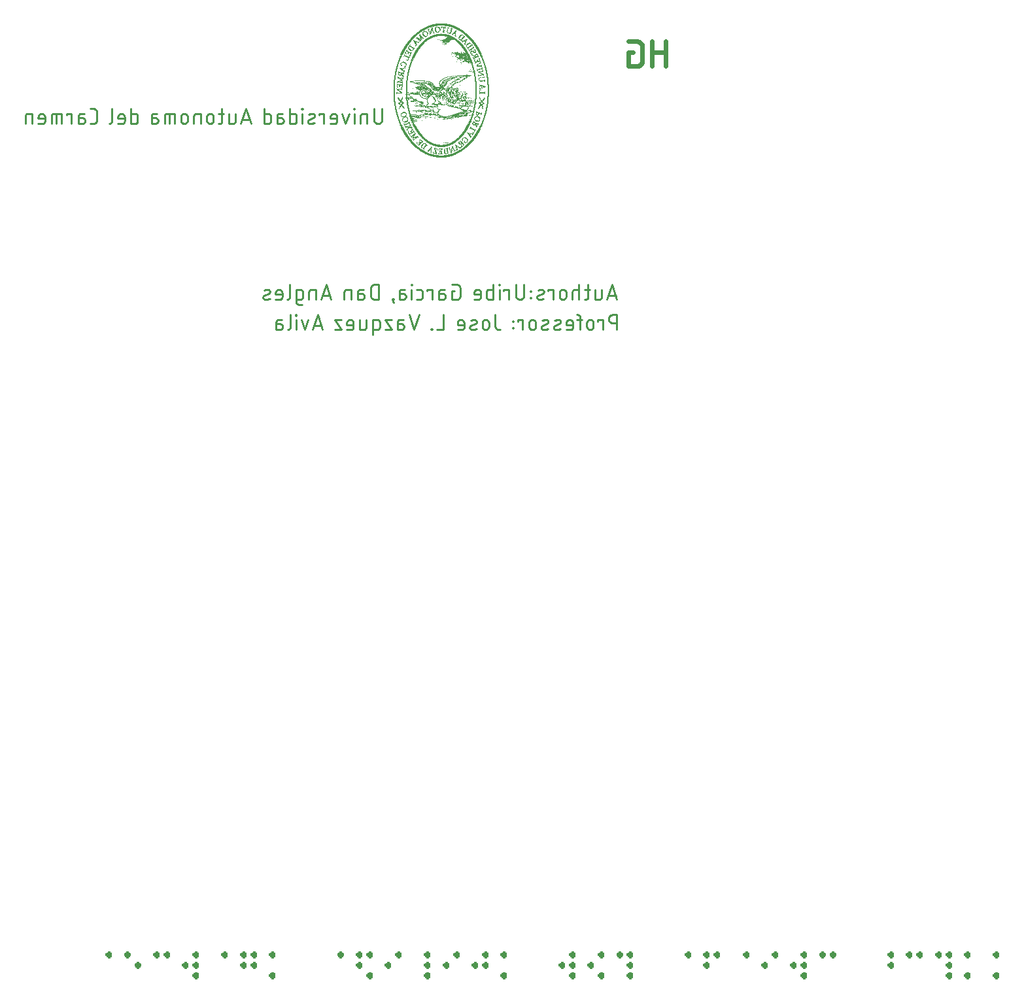
<source format=gbr>
G04 EAGLE Gerber RS-274X export*
G75*
%MOMM*%
%FSLAX34Y34*%
%LPD*%
%INSilkscreen Bottom*%
%IPPOS*%
%AMOC8*
5,1,8,0,0,1.08239X$1,22.5*%
G01*
%ADD10R,0.977900X0.027938*%
%ADD11R,1.424937X0.027938*%
%ADD12R,1.704338X0.027938*%
%ADD13R,1.983738X0.027938*%
%ADD14R,2.207256X0.027938*%
%ADD15R,2.430775X0.027938*%
%ADD16R,2.626356X0.027938*%
%ADD17R,2.821938X0.027938*%
%ADD18R,1.117600X0.027938*%
%ADD19R,0.949956X0.027938*%
%ADD20R,0.949963X0.027938*%
%ADD21R,0.838200X0.027938*%
%ADD22R,0.782319X0.027938*%
%ADD23R,0.726438X0.027938*%
%ADD24R,0.754381X0.027938*%
%ADD25R,0.698500X0.027938*%
%ADD26R,0.670556X0.027938*%
%ADD27R,0.502919X0.027938*%
%ADD28R,0.642619X0.027938*%
%ADD29R,0.614681X0.027938*%
%ADD30R,0.195575X0.027938*%
%ADD31R,0.083819X0.027938*%
%ADD32R,0.586738X0.027938*%
%ADD33R,0.195581X0.027938*%
%ADD34R,0.111756X0.027938*%
%ADD35R,0.139700X0.027938*%
%ADD36R,0.614675X0.027938*%
%ADD37R,0.055875X0.027938*%
%ADD38R,0.558800X0.027938*%
%ADD39R,0.223519X0.027938*%
%ADD40R,0.027938X0.027938*%
%ADD41R,0.530856X0.027938*%
%ADD42R,0.055881X0.027938*%
%ADD43R,0.530863X0.027938*%
%ADD44R,0.111763X0.027938*%
%ADD45R,0.474981X0.027938*%
%ADD46R,0.474975X0.027938*%
%ADD47R,0.447038X0.027938*%
%ADD48R,0.279400X0.027938*%
%ADD49R,0.419100X0.027938*%
%ADD50R,0.391156X0.027938*%
%ADD51R,0.251456X0.027938*%
%ADD52R,0.363219X0.027938*%
%ADD53R,0.391163X0.027938*%
%ADD54R,0.167637X0.027938*%
%ADD55R,0.251463X0.027938*%
%ADD56R,1.005837X0.027938*%
%ADD57R,1.285238X0.027938*%
%ADD58R,0.335275X0.027938*%
%ADD59R,1.508763X0.027938*%
%ADD60R,0.335281X0.027938*%
%ADD61R,1.732281X0.027938*%
%ADD62R,1.899919X0.027938*%
%ADD63R,2.067563X0.027938*%
%ADD64R,2.235200X0.027938*%
%ADD65R,1.033781X0.027938*%
%ADD66R,0.894081X0.027938*%
%ADD67R,0.307338X0.027938*%
%ADD68R,0.866138X0.027938*%
%ADD69R,1.229363X0.027938*%
%ADD70R,1.201419X0.027938*%
%ADD71R,1.313175X0.027938*%
%ADD72R,0.670563X0.027938*%
%ADD73R,1.369056X0.027938*%
%ADD74R,0.754375X0.027938*%
%ADD75R,1.480819X0.027938*%
%ADD76R,1.173475X0.027938*%
%ADD77R,1.257300X0.027938*%
%ADD78R,1.145538X0.027938*%
%ADD79R,1.089662X0.027938*%
%ADD80R,0.894075X0.027938*%
%ADD81R,2.291081X0.027938*%
%ADD82R,2.123438X0.027938*%
%ADD83R,1.955800X0.027938*%
%ADD84R,1.788163X0.027938*%
%ADD85R,1.620519X0.027938*%
%ADD86R,1.397000X0.027938*%
%ADD87R,0.810256X0.027938*%
%ADD88R,0.922019X0.027938*%
%ADD89R,1.061719X0.027938*%
%ADD90R,2.877819X0.027938*%
%ADD91R,2.710175X0.027938*%
%ADD92R,2.486656X0.027938*%
%ADD93R,2.319019X0.027938*%
%ADD94R,2.095500X0.027938*%
%ADD95R,1.816100X0.027938*%
%ADD96R,1.536700X0.027938*%
%ADD97C,0.254000*%
%ADD98C,0.609600*%
%ADD99R,0.450000X0.150000*%
%ADD100R,0.750000X0.150000*%
%ADD101R,0.900000X0.150000*%


D10*
X636761Y1102047D03*
D11*
X636761Y1102326D03*
D12*
X636761Y1102606D03*
D13*
X636761Y1102885D03*
D14*
X636761Y1103164D03*
D15*
X636761Y1103444D03*
D16*
X636621Y1103723D03*
D17*
X636761Y1104003D03*
D18*
X646121Y1104282D03*
X627401Y1104282D03*
D19*
X647797Y1104561D03*
D20*
X625725Y1104561D03*
D21*
X648915Y1104841D03*
X624607Y1104841D03*
D22*
X650032Y1105120D03*
X623489Y1105120D03*
D23*
X650871Y1105400D03*
D24*
X622511Y1105400D03*
D25*
X651848Y1105679D03*
X621673Y1105679D03*
D26*
X652547Y1105958D03*
D27*
X636062Y1105958D03*
D28*
X620835Y1105958D03*
D29*
X653385Y1106238D03*
D30*
X637040Y1106238D03*
D31*
X633967Y1106238D03*
D29*
X620137Y1106238D03*
D32*
X654084Y1106517D03*
D33*
X643187Y1106517D03*
D34*
X637180Y1106517D03*
D31*
X633687Y1106517D03*
D35*
X630335Y1106517D03*
D36*
X619298Y1106517D03*
D32*
X654642Y1106797D03*
D35*
X644863Y1106797D03*
D34*
X642209Y1106797D03*
X637180Y1106797D03*
D37*
X633548Y1106797D03*
D34*
X630474Y1106797D03*
X629077Y1106797D03*
D32*
X618600Y1106797D03*
D38*
X655341Y1107076D03*
D39*
X645841Y1107076D03*
D31*
X641790Y1107076D03*
D34*
X637180Y1107076D03*
D40*
X633408Y1107076D03*
D34*
X630474Y1107076D03*
X627680Y1107076D03*
D32*
X618041Y1107076D03*
D41*
X656039Y1107355D03*
D34*
X645562Y1107355D03*
X641650Y1107355D03*
X637180Y1107355D03*
D40*
X633408Y1107355D03*
D31*
X630335Y1107355D03*
X626982Y1107355D03*
D38*
X617343Y1107355D03*
D41*
X656598Y1107635D03*
D31*
X645422Y1107635D03*
D34*
X641371Y1107635D03*
X637180Y1107635D03*
X630195Y1107635D03*
D42*
X626842Y1107635D03*
D41*
X616923Y1107635D03*
D43*
X657157Y1107914D03*
D40*
X650172Y1107914D03*
D31*
X645422Y1107914D03*
D44*
X641092Y1107914D03*
D34*
X637180Y1107914D03*
X630195Y1107914D03*
D42*
X626842Y1107914D03*
X624328Y1107914D03*
D41*
X616365Y1107914D03*
X657716Y1108194D03*
D37*
X650032Y1108194D03*
D31*
X645422Y1108194D03*
D44*
X641092Y1108194D03*
D34*
X637180Y1108194D03*
D40*
X635084Y1108194D03*
D31*
X630055Y1108194D03*
D40*
X626702Y1108194D03*
D31*
X623908Y1108194D03*
D27*
X615666Y1108194D03*
X658414Y1108473D03*
D37*
X650032Y1108473D03*
D44*
X645283Y1108473D03*
X641092Y1108473D03*
D34*
X637180Y1108473D03*
D40*
X635084Y1108473D03*
D31*
X630055Y1108473D03*
D40*
X626702Y1108473D03*
D35*
X623629Y1108473D03*
D27*
X615107Y1108473D03*
D45*
X658833Y1108752D03*
D31*
X649893Y1108752D03*
D44*
X645283Y1108752D03*
D34*
X640812Y1108752D03*
X637180Y1108752D03*
D40*
X635084Y1108752D03*
D44*
X629916Y1108752D03*
D40*
X626702Y1108752D03*
D42*
X624048Y1108752D03*
D46*
X614688Y1108752D03*
X659392Y1109032D03*
D34*
X650032Y1109032D03*
D31*
X645143Y1109032D03*
D34*
X640812Y1109032D03*
X637180Y1109032D03*
D42*
X635224Y1109032D03*
D31*
X629776Y1109032D03*
D40*
X624188Y1109032D03*
D45*
X614129Y1109032D03*
X659951Y1109311D03*
D35*
X649893Y1109311D03*
D31*
X645143Y1109311D03*
D34*
X640812Y1109311D03*
X637180Y1109311D03*
D44*
X635504Y1109311D03*
D31*
X629776Y1109311D03*
D40*
X624188Y1109311D03*
X620835Y1109311D03*
D45*
X613571Y1109311D03*
D47*
X660370Y1109591D03*
D42*
X653665Y1109591D03*
D35*
X649893Y1109591D03*
D31*
X645143Y1109591D03*
D34*
X640812Y1109591D03*
D48*
X636342Y1109591D03*
D34*
X629636Y1109591D03*
D40*
X624188Y1109591D03*
D42*
X620416Y1109591D03*
D47*
X613152Y1109591D03*
D46*
X660789Y1109870D03*
D31*
X654084Y1109870D03*
X650172Y1109870D03*
D40*
X649334Y1109870D03*
D34*
X645003Y1109870D03*
X640812Y1109870D03*
D31*
X637320Y1109870D03*
D42*
X635224Y1109870D03*
D34*
X629636Y1109870D03*
D40*
X624188Y1109870D03*
D44*
X620137Y1109870D03*
D47*
X612593Y1109870D03*
X661208Y1110149D03*
D35*
X654642Y1110149D03*
D34*
X650312Y1110149D03*
D40*
X649054Y1110149D03*
D34*
X645003Y1110149D03*
X640812Y1110149D03*
D31*
X637320Y1110149D03*
D42*
X635224Y1110149D03*
D31*
X629496Y1110149D03*
D40*
X624188Y1110149D03*
D33*
X619717Y1110149D03*
D47*
X612313Y1110149D03*
X661767Y1110429D03*
D42*
X653944Y1110429D03*
D34*
X650312Y1110429D03*
D40*
X649054Y1110429D03*
D34*
X645003Y1110429D03*
X640812Y1110429D03*
D31*
X637320Y1110429D03*
D40*
X635084Y1110429D03*
D31*
X629496Y1110429D03*
D40*
X624188Y1110429D03*
D35*
X620276Y1110429D03*
D47*
X611755Y1110429D03*
D49*
X662186Y1110708D03*
D42*
X653944Y1110708D03*
D31*
X650451Y1110708D03*
D40*
X648775Y1110708D03*
D31*
X644863Y1110708D03*
D34*
X640812Y1110708D03*
D31*
X637320Y1110708D03*
D40*
X635084Y1110708D03*
D34*
X629357Y1110708D03*
D40*
X624188Y1110708D03*
D35*
X620556Y1110708D03*
D49*
X611335Y1110708D03*
D47*
X662605Y1110988D03*
D42*
X656738Y1110988D03*
D40*
X653804Y1110988D03*
D31*
X650451Y1110988D03*
D40*
X648775Y1110988D03*
D31*
X644863Y1110988D03*
D34*
X640812Y1110988D03*
D31*
X637320Y1110988D03*
X629217Y1110988D03*
D34*
X623769Y1110988D03*
X620695Y1110988D03*
D47*
X610916Y1110988D03*
D49*
X663024Y1111267D03*
D37*
X657017Y1111267D03*
D40*
X653804Y1111267D03*
D34*
X650591Y1111267D03*
D40*
X648496Y1111267D03*
D31*
X644863Y1111267D03*
D34*
X640812Y1111267D03*
D31*
X637320Y1111267D03*
X629217Y1111267D03*
D40*
X624188Y1111267D03*
D31*
X623070Y1111267D03*
D34*
X620975Y1111267D03*
D49*
X610497Y1111267D03*
X663304Y1111546D03*
D34*
X657297Y1111546D03*
D40*
X653525Y1111546D03*
D34*
X650591Y1111546D03*
D40*
X648496Y1111546D03*
D34*
X644724Y1111546D03*
D31*
X640952Y1111546D03*
X637320Y1111546D03*
D40*
X633967Y1111546D03*
X632011Y1111546D03*
D34*
X629077Y1111546D03*
D40*
X624188Y1111546D03*
D30*
X621673Y1111546D03*
D49*
X609938Y1111546D03*
X663863Y1111826D03*
D35*
X657436Y1111826D03*
D40*
X653525Y1111826D03*
D31*
X650731Y1111826D03*
D40*
X648496Y1111826D03*
D34*
X644724Y1111826D03*
D31*
X640952Y1111826D03*
X637320Y1111826D03*
D40*
X634246Y1111826D03*
X632011Y1111826D03*
D31*
X628938Y1111826D03*
D40*
X624188Y1111826D03*
D35*
X621673Y1111826D03*
D49*
X609659Y1111826D03*
D50*
X664282Y1112105D03*
D30*
X657716Y1112105D03*
D40*
X653245Y1112105D03*
D31*
X650731Y1112105D03*
D40*
X648216Y1112105D03*
D34*
X644724Y1112105D03*
D31*
X641231Y1112105D03*
X637320Y1112105D03*
D40*
X634246Y1112105D03*
X632011Y1112105D03*
D31*
X628938Y1112105D03*
D40*
X624188Y1112105D03*
D34*
X621813Y1112105D03*
D50*
X609240Y1112105D03*
X664561Y1112385D03*
D34*
X657297Y1112385D03*
D40*
X653245Y1112385D03*
D31*
X650731Y1112385D03*
D40*
X648216Y1112385D03*
D31*
X644584Y1112385D03*
X641511Y1112385D03*
D34*
X637459Y1112385D03*
D42*
X634386Y1112385D03*
D37*
X631871Y1112385D03*
D34*
X628798Y1112385D03*
D40*
X624188Y1112385D03*
D34*
X622092Y1112385D03*
D42*
X614828Y1112385D03*
D49*
X608821Y1112385D03*
D50*
X665120Y1112664D03*
D31*
X657157Y1112664D03*
D40*
X652966Y1112664D03*
D44*
X650871Y1112664D03*
D40*
X647937Y1112664D03*
D31*
X644584Y1112664D03*
X641790Y1112664D03*
D47*
X636342Y1112664D03*
D37*
X631871Y1112664D03*
D34*
X628798Y1112664D03*
D40*
X624188Y1112664D03*
D35*
X622232Y1112664D03*
D42*
X614549Y1112664D03*
D50*
X608402Y1112664D03*
X665399Y1112943D03*
D31*
X657157Y1112943D03*
D40*
X652966Y1112943D03*
D31*
X651010Y1112943D03*
D40*
X647937Y1112943D03*
D34*
X644444Y1112943D03*
D31*
X642069Y1112943D03*
X631732Y1112943D03*
X628658Y1112943D03*
D35*
X622511Y1112943D03*
D42*
X614269Y1112943D03*
D50*
X608122Y1112943D03*
X665679Y1113223D03*
D34*
X657017Y1113223D03*
D40*
X652966Y1113223D03*
D31*
X651010Y1113223D03*
D42*
X647797Y1113223D03*
D51*
X643746Y1113223D03*
D34*
X631033Y1113223D03*
D31*
X628658Y1113223D03*
D35*
X622791Y1113223D03*
X614129Y1113223D03*
D52*
X607703Y1113223D03*
D53*
X666238Y1113502D03*
D42*
X660650Y1113502D03*
D31*
X656878Y1113502D03*
D40*
X652687Y1113502D03*
D31*
X651010Y1113502D03*
D40*
X647657Y1113502D03*
D35*
X644584Y1113502D03*
D39*
X629077Y1113502D03*
D40*
X624467Y1113502D03*
D35*
X623070Y1113502D03*
D54*
X613990Y1113502D03*
D50*
X607284Y1113502D03*
X666517Y1113782D03*
D42*
X660929Y1113782D03*
D31*
X656878Y1113782D03*
D40*
X652687Y1113782D03*
D34*
X651150Y1113782D03*
D37*
X647518Y1113782D03*
D42*
X645562Y1113782D03*
D44*
X628519Y1113782D03*
D40*
X624467Y1113782D03*
D35*
X623350Y1113782D03*
D55*
X613850Y1113782D03*
D50*
X607005Y1113782D03*
X666796Y1114061D03*
D34*
X661208Y1114061D03*
D31*
X656878Y1114061D03*
D40*
X652407Y1114061D03*
D34*
X651150Y1114061D03*
X647238Y1114061D03*
D54*
X623769Y1114061D03*
D44*
X614549Y1114061D03*
D37*
X612593Y1114061D03*
D52*
X606586Y1114061D03*
X667215Y1114340D03*
D40*
X661907Y1114340D03*
D42*
X660929Y1114340D03*
D35*
X656878Y1114340D03*
D40*
X652407Y1114340D03*
D31*
X651290Y1114340D03*
D42*
X647797Y1114340D03*
D35*
X623908Y1114340D03*
D34*
X614828Y1114340D03*
D40*
X612174Y1114340D03*
D52*
X606306Y1114340D03*
X667495Y1114620D03*
D40*
X662466Y1114620D03*
D42*
X660650Y1114620D03*
D54*
X657017Y1114620D03*
D40*
X652128Y1114620D03*
D31*
X651290Y1114620D03*
D40*
X648216Y1114620D03*
D34*
X624048Y1114620D03*
X615107Y1114620D03*
D40*
X611894Y1114620D03*
D50*
X605887Y1114620D03*
X667914Y1114899D03*
D37*
X662605Y1114899D03*
X660091Y1114899D03*
D31*
X657995Y1114899D03*
X656598Y1114899D03*
D35*
X651569Y1114899D03*
D31*
X624188Y1114899D03*
D35*
X615247Y1114899D03*
D42*
X611755Y1114899D03*
D52*
X605468Y1114899D03*
X668333Y1115179D03*
D37*
X662885Y1115179D03*
X659811Y1115179D03*
X658414Y1115179D03*
D31*
X656598Y1115179D03*
D35*
X651569Y1115179D03*
D42*
X624328Y1115179D03*
D34*
X615387Y1115179D03*
D42*
X611475Y1115179D03*
D52*
X605189Y1115179D03*
X668612Y1115458D03*
D31*
X663024Y1115458D03*
D44*
X659253Y1115458D03*
D31*
X656598Y1115458D03*
X651569Y1115458D03*
D40*
X624467Y1115458D03*
D34*
X615666Y1115458D03*
D42*
X611475Y1115458D03*
D52*
X604909Y1115458D03*
X668892Y1115737D03*
D34*
X663164Y1115737D03*
D42*
X658973Y1115737D03*
D44*
X656459Y1115737D03*
D34*
X651709Y1115737D03*
D29*
X636901Y1115737D03*
D35*
X615806Y1115737D03*
D42*
X611475Y1115737D03*
D52*
X604630Y1115737D03*
X669171Y1116017D03*
D34*
X663164Y1116017D03*
D37*
X658694Y1116017D03*
D31*
X656319Y1116017D03*
X651848Y1116017D03*
D56*
X636901Y1116017D03*
D35*
X616085Y1116017D03*
D42*
X611475Y1116017D03*
D52*
X604350Y1116017D03*
X669451Y1116296D03*
D34*
X663164Y1116296D03*
D37*
X658414Y1116296D03*
D31*
X656319Y1116296D03*
D42*
X652268Y1116296D03*
D57*
X636901Y1116296D03*
D34*
X616225Y1116296D03*
D31*
X611335Y1116296D03*
D58*
X603931Y1116296D03*
X669870Y1116576D03*
D31*
X663024Y1116576D03*
D40*
X657995Y1116576D03*
D31*
X656319Y1116576D03*
D59*
X636901Y1116576D03*
D34*
X616504Y1116576D03*
X611475Y1116576D03*
D60*
X603652Y1116576D03*
X670149Y1116855D03*
D40*
X665260Y1116855D03*
D31*
X663024Y1116855D03*
D40*
X657716Y1116855D03*
D34*
X656179Y1116855D03*
D61*
X636901Y1116855D03*
D35*
X616644Y1116855D03*
D31*
X611615Y1116855D03*
D60*
X603373Y1116855D03*
X670429Y1117134D03*
D37*
X665399Y1117134D03*
D31*
X663024Y1117134D03*
D37*
X657297Y1117134D03*
D31*
X656039Y1117134D03*
D62*
X636901Y1117134D03*
D35*
X616923Y1117134D03*
D44*
X611755Y1117134D03*
D40*
X608541Y1117134D03*
D60*
X603093Y1117134D03*
X670708Y1117414D03*
D37*
X665679Y1117414D03*
D31*
X663024Y1117414D03*
D37*
X657017Y1117414D03*
D31*
X656039Y1117414D03*
D63*
X636901Y1117414D03*
D34*
X617063Y1117414D03*
D35*
X611894Y1117414D03*
D40*
X608262Y1117414D03*
D58*
X602814Y1117414D03*
X670987Y1117693D03*
D31*
X665818Y1117693D03*
X663024Y1117693D03*
D34*
X656179Y1117693D03*
D64*
X636901Y1117693D03*
D40*
X618879Y1117693D03*
D44*
X617343Y1117693D03*
D34*
X612034Y1117693D03*
D37*
X608122Y1117693D03*
D58*
X602534Y1117693D03*
X671267Y1117973D03*
D35*
X665818Y1117973D03*
D31*
X663024Y1117973D03*
X656039Y1117973D03*
D65*
X643466Y1117973D03*
X630335Y1117973D03*
D33*
X617762Y1117973D03*
D35*
X612174Y1117973D03*
D34*
X608122Y1117973D03*
D60*
X602255Y1117973D03*
X671546Y1118252D03*
D39*
X665958Y1118252D03*
D31*
X663024Y1118252D03*
X655760Y1118252D03*
D66*
X645003Y1118252D03*
D21*
X628519Y1118252D03*
D35*
X617762Y1118252D03*
X612453Y1118252D03*
D54*
X607843Y1118252D03*
D60*
X601976Y1118252D03*
X671826Y1118531D03*
D35*
X665539Y1118531D03*
D31*
X663024Y1118531D03*
D37*
X655620Y1118531D03*
D24*
X646260Y1118531D03*
X627541Y1118531D03*
D42*
X617622Y1118531D03*
D54*
X612593Y1118531D03*
D39*
X607843Y1118531D03*
D60*
X601696Y1118531D03*
X672105Y1118811D03*
D35*
X665260Y1118811D03*
D31*
X663024Y1118811D03*
D34*
X661488Y1118811D03*
D26*
X647238Y1118811D03*
X626563Y1118811D03*
D42*
X617343Y1118811D03*
D54*
X612872Y1118811D03*
D35*
X608541Y1118811D03*
D37*
X606725Y1118811D03*
D67*
X601277Y1118811D03*
D58*
X672384Y1119090D03*
D35*
X664980Y1119090D03*
D67*
X661907Y1119090D03*
D28*
X647937Y1119090D03*
X625864Y1119090D03*
D42*
X617063Y1119090D03*
D54*
X613152Y1119090D03*
D35*
X608821Y1119090D03*
D42*
X606446Y1119090D03*
D67*
X600998Y1119090D03*
D58*
X672664Y1119370D03*
D35*
X664701Y1119370D03*
D31*
X663024Y1119370D03*
D54*
X660929Y1119370D03*
D36*
X648635Y1119370D03*
X625166Y1119370D03*
D37*
X616504Y1119370D03*
D33*
X613571Y1119370D03*
D35*
X609100Y1119370D03*
D42*
X606167Y1119370D03*
D67*
X600718Y1119370D03*
D60*
X672943Y1119649D03*
D34*
X664561Y1119649D03*
D42*
X663444Y1119649D03*
D35*
X660510Y1119649D03*
D32*
X649334Y1119649D03*
X624467Y1119649D03*
D52*
X614688Y1119649D03*
D35*
X609380Y1119649D03*
D42*
X605887Y1119649D03*
D67*
X600439Y1119649D03*
D60*
X673223Y1119928D03*
D35*
X664142Y1119928D03*
D34*
X660370Y1119928D03*
D41*
X649893Y1119928D03*
D38*
X623769Y1119928D03*
D39*
X614828Y1119928D03*
D35*
X609659Y1119928D03*
D37*
X605608Y1119928D03*
D67*
X600159Y1119928D03*
D60*
X673502Y1120208D03*
D35*
X664142Y1120208D03*
X660230Y1120208D03*
D41*
X650451Y1120208D03*
D27*
X623210Y1120208D03*
D35*
X609938Y1120208D03*
D37*
X605328Y1120208D03*
D67*
X599880Y1120208D03*
D58*
X673781Y1120487D03*
D40*
X668054Y1120487D03*
D35*
X663863Y1120487D03*
D34*
X660091Y1120487D03*
D27*
X651150Y1120487D03*
D40*
X646540Y1120487D03*
D42*
X645562Y1120487D03*
D49*
X642908Y1120487D03*
D37*
X640253Y1120487D03*
D27*
X622651Y1120487D03*
D35*
X610218Y1120487D03*
D37*
X605328Y1120487D03*
D67*
X599601Y1120487D03*
D58*
X674061Y1120767D03*
D35*
X668054Y1120767D03*
X663583Y1120767D03*
D31*
X660230Y1120767D03*
D45*
X651569Y1120767D03*
D27*
X622092Y1120767D03*
D35*
X610218Y1120767D03*
D37*
X605328Y1120767D03*
D60*
X599461Y1120767D03*
X674340Y1121046D03*
D55*
X668333Y1121046D03*
D44*
X663444Y1121046D03*
D31*
X660230Y1121046D03*
D46*
X652128Y1121046D03*
X621673Y1121046D03*
D34*
X610637Y1121046D03*
D40*
X609380Y1121046D03*
X607703Y1121046D03*
D37*
X605608Y1121046D03*
D60*
X599182Y1121046D03*
X674620Y1121325D03*
D37*
X669870Y1121325D03*
D30*
X667774Y1121325D03*
D40*
X666377Y1121325D03*
D34*
X663164Y1121325D03*
D31*
X660230Y1121325D03*
D45*
X652687Y1121325D03*
X621114Y1121325D03*
D34*
X610916Y1121325D03*
D54*
X608681Y1121325D03*
D40*
X605747Y1121325D03*
D60*
X598902Y1121325D03*
D67*
X674759Y1121605D03*
D40*
X670289Y1121605D03*
D33*
X667215Y1121605D03*
D34*
X662885Y1121605D03*
D42*
X660370Y1121605D03*
D45*
X652966Y1121605D03*
D47*
X620695Y1121605D03*
D35*
X611056Y1121605D03*
D34*
X608681Y1121605D03*
D40*
X606027Y1121605D03*
D58*
X598623Y1121605D03*
D67*
X675039Y1121884D03*
D40*
X670568Y1121884D03*
D35*
X667215Y1121884D03*
X662745Y1121884D03*
D42*
X660650Y1121884D03*
D49*
X653525Y1121884D03*
D47*
X620137Y1121884D03*
D40*
X613291Y1121884D03*
D54*
X611475Y1121884D03*
D31*
X608821Y1121884D03*
D67*
X598483Y1121884D03*
X675318Y1122164D03*
D42*
X670708Y1122164D03*
D31*
X667215Y1122164D03*
D35*
X662466Y1122164D03*
D42*
X660929Y1122164D03*
D47*
X653944Y1122164D03*
D49*
X619717Y1122164D03*
D39*
X612034Y1122164D03*
D42*
X608961Y1122164D03*
D67*
X598204Y1122164D03*
X675597Y1122443D03*
D40*
X670848Y1122443D03*
D42*
X667355Y1122443D03*
D54*
X662047Y1122443D03*
D49*
X654363Y1122443D03*
X619438Y1122443D03*
D54*
X612034Y1122443D03*
D40*
X609100Y1122443D03*
D67*
X597924Y1122443D03*
X675877Y1122722D03*
D37*
X670987Y1122722D03*
D40*
X667495Y1122722D03*
D35*
X662186Y1122722D03*
D49*
X654922Y1122722D03*
X618879Y1122722D03*
D34*
X612034Y1122722D03*
D40*
X609380Y1122722D03*
D67*
X597645Y1122722D03*
X676156Y1123002D03*
D37*
X670987Y1123002D03*
D40*
X667774Y1123002D03*
D31*
X662186Y1123002D03*
D49*
X655201Y1123002D03*
X618600Y1123002D03*
D42*
X612034Y1123002D03*
D67*
X597365Y1123002D03*
X676156Y1123281D03*
D37*
X670987Y1123281D03*
D42*
X662326Y1123281D03*
D50*
X655620Y1123281D03*
X618181Y1123281D03*
D42*
X611755Y1123281D03*
D67*
X597086Y1123281D03*
X676436Y1123561D03*
D31*
X671127Y1123561D03*
D40*
X665260Y1123561D03*
X662745Y1123561D03*
D50*
X655900Y1123561D03*
D49*
X617762Y1123561D03*
D42*
X611475Y1123561D03*
D48*
X596946Y1123561D03*
D67*
X676715Y1123840D03*
D31*
X671127Y1123840D03*
D42*
X665120Y1123840D03*
D53*
X656459Y1123840D03*
X617343Y1123840D03*
D37*
X611196Y1123840D03*
D40*
X601836Y1123840D03*
D67*
X596807Y1123840D03*
X676994Y1124119D03*
D34*
X670987Y1124119D03*
D42*
X664841Y1124119D03*
D50*
X656738Y1124119D03*
X617063Y1124119D03*
D37*
X610916Y1124119D03*
D40*
X609100Y1124119D03*
X601556Y1124119D03*
D67*
X596527Y1124119D03*
X677274Y1124399D03*
D34*
X670987Y1124399D03*
D42*
X664561Y1124399D03*
D50*
X657017Y1124399D03*
X616784Y1124399D03*
D54*
X610078Y1124399D03*
D37*
X601417Y1124399D03*
D67*
X596248Y1124399D03*
D48*
X677414Y1124678D03*
D34*
X670708Y1124678D03*
D31*
X664421Y1124678D03*
D52*
X657436Y1124678D03*
X616365Y1124678D03*
D31*
X609938Y1124678D03*
D34*
X601417Y1124678D03*
D67*
X595968Y1124678D03*
D48*
X677693Y1124958D03*
D34*
X670708Y1124958D03*
D42*
X664561Y1124958D03*
D52*
X657716Y1124958D03*
X616085Y1124958D03*
D40*
X609938Y1124958D03*
D42*
X601976Y1124958D03*
D40*
X600998Y1124958D03*
D48*
X595829Y1124958D03*
D67*
X677833Y1125237D03*
D35*
X670568Y1125237D03*
D40*
X664701Y1125237D03*
D52*
X657995Y1125237D03*
D50*
X615666Y1125237D03*
D40*
X602395Y1125237D03*
X600718Y1125237D03*
D67*
X595689Y1125237D03*
X678112Y1125516D03*
D35*
X670289Y1125516D03*
D40*
X664701Y1125516D03*
D58*
X658414Y1125516D03*
D52*
X615247Y1125516D03*
D37*
X602814Y1125516D03*
D67*
X595410Y1125516D03*
X678391Y1125796D03*
D35*
X670009Y1125796D03*
D40*
X664701Y1125796D03*
D52*
X658833Y1125796D03*
X614968Y1125796D03*
D42*
X603093Y1125796D03*
D67*
X595130Y1125796D03*
D48*
X678531Y1126075D03*
D33*
X669730Y1126075D03*
D40*
X664980Y1126075D03*
D52*
X659113Y1126075D03*
X614688Y1126075D03*
D40*
X603512Y1126075D03*
D48*
X594991Y1126075D03*
D67*
X678671Y1126355D03*
D33*
X669451Y1126355D03*
D40*
X665260Y1126355D03*
D52*
X659392Y1126355D03*
X614409Y1126355D03*
D37*
X603931Y1126355D03*
D48*
X594711Y1126355D03*
D67*
X678950Y1126634D03*
D39*
X669032Y1126634D03*
D37*
X665399Y1126634D03*
D52*
X659672Y1126634D03*
X614129Y1126634D03*
D37*
X604211Y1126634D03*
D34*
X600299Y1126634D03*
D67*
X594571Y1126634D03*
D48*
X679090Y1126913D03*
D39*
X668473Y1126913D03*
D31*
X665818Y1126913D03*
D52*
X659951Y1126913D03*
D58*
X613710Y1126913D03*
D40*
X604630Y1126913D03*
D54*
X600858Y1126913D03*
D67*
X594292Y1126913D03*
D48*
X679369Y1127193D03*
D40*
X674759Y1127193D03*
D60*
X667635Y1127193D03*
X660370Y1127193D03*
X613431Y1127193D03*
D42*
X605049Y1127193D03*
D51*
X601556Y1127193D03*
D48*
X594152Y1127193D03*
X679649Y1127472D03*
D40*
X675039Y1127472D03*
D30*
X667495Y1127472D03*
D60*
X660650Y1127472D03*
X613152Y1127472D03*
D37*
X605328Y1127472D03*
D60*
X601976Y1127472D03*
D48*
X593873Y1127472D03*
D67*
X679788Y1127752D03*
D37*
X675178Y1127752D03*
D60*
X660929Y1127752D03*
X612872Y1127752D03*
D40*
X607144Y1127752D03*
X605747Y1127752D03*
D60*
X603093Y1127752D03*
D40*
X600718Y1127752D03*
X598762Y1127752D03*
D67*
X593733Y1127752D03*
D48*
X679928Y1128031D03*
D31*
X675039Y1128031D03*
D58*
X661208Y1128031D03*
X612593Y1128031D03*
D37*
X607005Y1128031D03*
D49*
X604350Y1128031D03*
D42*
X600858Y1128031D03*
D37*
X598623Y1128031D03*
D48*
X593594Y1128031D03*
X680208Y1128310D03*
D34*
X675178Y1128310D03*
D67*
X661348Y1128310D03*
D58*
X612313Y1128310D03*
D52*
X605189Y1128310D03*
D40*
X600998Y1128310D03*
X598483Y1128310D03*
D48*
X593314Y1128310D03*
D67*
X680347Y1128590D03*
D54*
X675178Y1128590D03*
D67*
X661627Y1128590D03*
D60*
X612034Y1128590D03*
D55*
X605468Y1128590D03*
D40*
X601277Y1128590D03*
D31*
X598483Y1128590D03*
D48*
X593035Y1128590D03*
X680487Y1128869D03*
D54*
X675178Y1128869D03*
D67*
X661907Y1128869D03*
X611894Y1128869D03*
D34*
X605887Y1128869D03*
D37*
X601417Y1128869D03*
D35*
X598483Y1128869D03*
D67*
X592895Y1128869D03*
D48*
X680766Y1129149D03*
D40*
X676156Y1129149D03*
D44*
X674620Y1129149D03*
D67*
X662186Y1129149D03*
X611615Y1129149D03*
D40*
X601556Y1129149D03*
D33*
X598483Y1129149D03*
D48*
X592755Y1129149D03*
X681046Y1129428D03*
D34*
X674340Y1129428D03*
D67*
X662466Y1129428D03*
X611335Y1129428D03*
D42*
X601696Y1129428D03*
D30*
X599042Y1129428D03*
D40*
X597645Y1129428D03*
D48*
X592476Y1129428D03*
X681046Y1129707D03*
D35*
X674200Y1129707D03*
D67*
X662745Y1129707D03*
X611056Y1129707D03*
D40*
X601836Y1129707D03*
D54*
X599461Y1129707D03*
D40*
X597365Y1129707D03*
D67*
X592336Y1129707D03*
D48*
X681325Y1129987D03*
D34*
X674061Y1129987D03*
D67*
X663024Y1129987D03*
D58*
X610916Y1129987D03*
D40*
X602115Y1129987D03*
D54*
X599740Y1129987D03*
D48*
X592197Y1129987D03*
X681605Y1130266D03*
D34*
X673781Y1130266D03*
D60*
X663164Y1130266D03*
D67*
X610497Y1130266D03*
D42*
X602255Y1130266D03*
D54*
X600299Y1130266D03*
D48*
X591917Y1130266D03*
X681605Y1130546D03*
D35*
X673642Y1130546D03*
D67*
X663304Y1130546D03*
D60*
X610358Y1130546D03*
D40*
X602395Y1130546D03*
D54*
X600579Y1130546D03*
D67*
X591777Y1130546D03*
D48*
X681884Y1130825D03*
D35*
X673642Y1130825D03*
D67*
X663583Y1130825D03*
X610218Y1130825D03*
D40*
X602674Y1130825D03*
D54*
X600858Y1130825D03*
D48*
X591638Y1130825D03*
X682163Y1131104D03*
D40*
X677553Y1131104D03*
D42*
X674340Y1131104D03*
D44*
X673223Y1131104D03*
D67*
X663863Y1131104D03*
X609938Y1131104D03*
D37*
X602814Y1131104D03*
D54*
X601417Y1131104D03*
D40*
X596527Y1131104D03*
D48*
X591358Y1131104D03*
X682163Y1131384D03*
D42*
X677693Y1131384D03*
X674620Y1131384D03*
D34*
X672943Y1131384D03*
D67*
X664142Y1131384D03*
X609659Y1131384D03*
D40*
X602953Y1131384D03*
D54*
X601696Y1131384D03*
D40*
X596248Y1131384D03*
D48*
X591358Y1131384D03*
X682443Y1131663D03*
D42*
X677693Y1131663D03*
D40*
X674759Y1131663D03*
D34*
X672943Y1131663D03*
D67*
X664421Y1131663D03*
X609380Y1131663D03*
D39*
X602255Y1131663D03*
D42*
X596108Y1131663D03*
D48*
X591079Y1131663D03*
X682722Y1131943D03*
D34*
X677693Y1131943D03*
D42*
X674899Y1131943D03*
D34*
X672664Y1131943D03*
D48*
X664561Y1131943D03*
D67*
X609100Y1131943D03*
D54*
X602534Y1131943D03*
D31*
X596248Y1131943D03*
D48*
X590800Y1131943D03*
X682722Y1132222D03*
D39*
X677414Y1132222D03*
D37*
X675178Y1132222D03*
D34*
X672384Y1132222D03*
D48*
X664841Y1132222D03*
X608961Y1132222D03*
D54*
X602814Y1132222D03*
X596388Y1132222D03*
D48*
X590800Y1132222D03*
X683002Y1132501D03*
D40*
X678391Y1132501D03*
D34*
X675737Y1132501D03*
X672105Y1132501D03*
D67*
X664980Y1132501D03*
X608821Y1132501D03*
D35*
X602953Y1132501D03*
D30*
X596527Y1132501D03*
D48*
X590520Y1132501D03*
X683002Y1132781D03*
D31*
X674759Y1132781D03*
D34*
X672105Y1132781D03*
D67*
X665260Y1132781D03*
X608541Y1132781D03*
D34*
X603093Y1132781D03*
D48*
X596667Y1132781D03*
X590241Y1132781D03*
X683281Y1133060D03*
D31*
X673921Y1133060D03*
D44*
X671826Y1133060D03*
D67*
X665539Y1133060D03*
X608262Y1133060D03*
D42*
X603093Y1133060D03*
D30*
X597645Y1133060D03*
D42*
X595270Y1133060D03*
D48*
X590241Y1133060D03*
X683560Y1133340D03*
D31*
X678671Y1133340D03*
D39*
X672105Y1133340D03*
D48*
X665679Y1133340D03*
X608122Y1133340D03*
D40*
X602953Y1133340D03*
D30*
X597924Y1133340D03*
D40*
X595130Y1133340D03*
D48*
X589961Y1133340D03*
X683560Y1133619D03*
D35*
X678391Y1133619D03*
D34*
X671546Y1133619D03*
D67*
X665818Y1133619D03*
D48*
X607843Y1133619D03*
D37*
X602814Y1133619D03*
D33*
X598483Y1133619D03*
D40*
X594851Y1133619D03*
D48*
X589961Y1133619D03*
X683840Y1133898D03*
D42*
X679090Y1133898D03*
D40*
X677553Y1133898D03*
X671127Y1133898D03*
D67*
X666098Y1133898D03*
X607703Y1133898D03*
D30*
X599042Y1133898D03*
D40*
X594851Y1133898D03*
D48*
X589682Y1133898D03*
D51*
X683979Y1134178D03*
D37*
X679369Y1134178D03*
D48*
X666238Y1134178D03*
D67*
X607424Y1134178D03*
D30*
X599321Y1134178D03*
D40*
X594571Y1134178D03*
D51*
X589542Y1134178D03*
D48*
X684119Y1134457D03*
D40*
X679509Y1134457D03*
D48*
X666517Y1134457D03*
X607284Y1134457D03*
D40*
X602115Y1134457D03*
D33*
X599880Y1134457D03*
D40*
X598483Y1134457D03*
D37*
X594432Y1134457D03*
D48*
X589403Y1134457D03*
D51*
X684259Y1134737D03*
D40*
X679788Y1134737D03*
D67*
X666657Y1134737D03*
D48*
X607005Y1134737D03*
D42*
X601976Y1134737D03*
D30*
X600439Y1134737D03*
D40*
X598204Y1134737D03*
D37*
X594432Y1134737D03*
D48*
X589123Y1134737D03*
X684399Y1135016D03*
D40*
X679788Y1135016D03*
D67*
X666936Y1135016D03*
X606865Y1135016D03*
D39*
X600858Y1135016D03*
D42*
X598064Y1135016D03*
D40*
X596807Y1135016D03*
D31*
X594292Y1135016D03*
D48*
X589123Y1135016D03*
X684678Y1135295D03*
D40*
X680068Y1135295D03*
D48*
X667076Y1135295D03*
X606725Y1135295D03*
D54*
X601137Y1135295D03*
D35*
X597645Y1135295D03*
D31*
X594292Y1135295D03*
D48*
X588844Y1135295D03*
X684678Y1135575D03*
D42*
X680208Y1135575D03*
D48*
X667355Y1135575D03*
X606446Y1135575D03*
D31*
X601277Y1135575D03*
X597924Y1135575D03*
D42*
X594711Y1135575D03*
D55*
X588704Y1135575D03*
D48*
X684957Y1135854D03*
D42*
X680208Y1135854D03*
D67*
X667495Y1135854D03*
X606306Y1135854D03*
D37*
X601417Y1135854D03*
D31*
X598204Y1135854D03*
D42*
X594991Y1135854D03*
D48*
X588564Y1135854D03*
D55*
X685097Y1136134D03*
D31*
X680347Y1136134D03*
D48*
X667635Y1136134D03*
X606167Y1136134D03*
D40*
X601277Y1136134D03*
D37*
X598623Y1136134D03*
D51*
X588425Y1136134D03*
D48*
X685237Y1136413D03*
D31*
X680347Y1136413D03*
D48*
X667914Y1136413D03*
X605887Y1136413D03*
D40*
X600998Y1136413D03*
X598762Y1136413D03*
X593174Y1136413D03*
D48*
X588285Y1136413D03*
D51*
X685376Y1136692D03*
D54*
X680208Y1136692D03*
D48*
X667914Y1136692D03*
D67*
X605747Y1136692D03*
D40*
X600998Y1136692D03*
X593174Y1136692D03*
D51*
X588145Y1136692D03*
D48*
X685516Y1136972D03*
D30*
X680068Y1136972D03*
D48*
X668193Y1136972D03*
X605608Y1136972D03*
D40*
X600718Y1136972D03*
D37*
X593035Y1136972D03*
D48*
X588006Y1136972D03*
D51*
X685656Y1137251D03*
D48*
X679928Y1137251D03*
X668473Y1137251D03*
X605328Y1137251D03*
D42*
X600579Y1137251D03*
D37*
X593035Y1137251D03*
D48*
X587726Y1137251D03*
X685796Y1137531D03*
D40*
X681465Y1137531D03*
D39*
X679090Y1137531D03*
D48*
X668473Y1137531D03*
X605328Y1137531D03*
D42*
X600299Y1137531D03*
D40*
X598762Y1137531D03*
D31*
X592895Y1137531D03*
D51*
X587586Y1137531D03*
X685935Y1137810D03*
D30*
X678671Y1137810D03*
D48*
X668752Y1137810D03*
X605049Y1137810D03*
D35*
X599601Y1137810D03*
D34*
X593035Y1137810D03*
D48*
X587447Y1137810D03*
X686075Y1138089D03*
D33*
X678112Y1138089D03*
D48*
X669032Y1138089D03*
X604770Y1138089D03*
D31*
X599880Y1138089D03*
D40*
X593454Y1138089D03*
X592336Y1138089D03*
D55*
X587307Y1138089D03*
D51*
X686215Y1138369D03*
D30*
X677553Y1138369D03*
D48*
X669032Y1138369D03*
X604770Y1138369D03*
D42*
X593594Y1138369D03*
D48*
X587167Y1138369D03*
X686354Y1138648D03*
D33*
X676994Y1138648D03*
D48*
X669311Y1138648D03*
X604490Y1138648D03*
D40*
X593733Y1138648D03*
D51*
X587028Y1138648D03*
D55*
X686494Y1138928D03*
D33*
X676715Y1138928D03*
D40*
X674480Y1138928D03*
D48*
X669311Y1138928D03*
D51*
X604350Y1138928D03*
D40*
X594013Y1138928D03*
D48*
X586888Y1138928D03*
D51*
X686773Y1139207D03*
D48*
X675737Y1139207D03*
X669590Y1139207D03*
X604211Y1139207D03*
D37*
X594152Y1139207D03*
D51*
X586748Y1139207D03*
X686773Y1139486D03*
D33*
X675597Y1139486D03*
D48*
X669870Y1139486D03*
X603931Y1139486D03*
D42*
X599182Y1139486D03*
D40*
X594292Y1139486D03*
D48*
X586609Y1139486D03*
D51*
X687053Y1139766D03*
D54*
X675458Y1139766D03*
D48*
X669870Y1139766D03*
X603931Y1139766D03*
D35*
X598483Y1139766D03*
D37*
X594432Y1139766D03*
D51*
X586469Y1139766D03*
X687053Y1140045D03*
D31*
X675318Y1140045D03*
D48*
X670149Y1140045D03*
X603652Y1140045D03*
D67*
X597365Y1140045D03*
D40*
X594571Y1140045D03*
X591498Y1140045D03*
D48*
X586329Y1140045D03*
D51*
X687332Y1140325D03*
D40*
X675318Y1140325D03*
D48*
X670149Y1140325D03*
D51*
X603512Y1140325D03*
D47*
X596667Y1140325D03*
D37*
X591358Y1140325D03*
D51*
X586189Y1140325D03*
X687332Y1140604D03*
D40*
X682862Y1140604D03*
X675318Y1140604D03*
D48*
X670429Y1140604D03*
X603373Y1140604D03*
D28*
X595410Y1140604D03*
D37*
X591358Y1140604D03*
D48*
X586050Y1140604D03*
D51*
X687612Y1140883D03*
D40*
X682862Y1140883D03*
X675597Y1140883D03*
D51*
X670568Y1140883D03*
X603233Y1140883D03*
D37*
X598343Y1140883D03*
D29*
X593873Y1140883D03*
D55*
X585910Y1140883D03*
D51*
X687612Y1141163D03*
D42*
X683002Y1141163D03*
D48*
X670708Y1141163D03*
X603093Y1141163D03*
D37*
X598343Y1141163D03*
D47*
X593035Y1141163D03*
D55*
X585910Y1141163D03*
D48*
X687751Y1141442D03*
D31*
X682862Y1141442D03*
D51*
X670848Y1141442D03*
D48*
X602814Y1141442D03*
D40*
X598204Y1141442D03*
D42*
X595270Y1141442D03*
D67*
X592057Y1141442D03*
D51*
X585631Y1141442D03*
D55*
X687891Y1141722D03*
D44*
X683002Y1141722D03*
D48*
X670987Y1141722D03*
X602814Y1141722D03*
D40*
X595410Y1141722D03*
D35*
X591219Y1141722D03*
D51*
X585631Y1141722D03*
D48*
X688031Y1142001D03*
D35*
X682862Y1142001D03*
D55*
X671127Y1142001D03*
D48*
X602534Y1142001D03*
D40*
X595689Y1142001D03*
D42*
X590520Y1142001D03*
D51*
X585351Y1142001D03*
X688170Y1142280D03*
D34*
X682722Y1142280D03*
D48*
X671267Y1142280D03*
D51*
X602395Y1142280D03*
D40*
X595689Y1142280D03*
X590380Y1142280D03*
D51*
X585351Y1142280D03*
D48*
X688310Y1142560D03*
D34*
X682443Y1142560D03*
D48*
X671546Y1142560D03*
X602255Y1142560D03*
D40*
X595968Y1142560D03*
D51*
X585072Y1142560D03*
X688450Y1142839D03*
D34*
X682443Y1142839D03*
D51*
X671686Y1142839D03*
X602115Y1142839D03*
D42*
X596108Y1142839D03*
D51*
X585072Y1142839D03*
X688450Y1143119D03*
D34*
X682163Y1143119D03*
D48*
X671826Y1143119D03*
X601976Y1143119D03*
D40*
X597365Y1143119D03*
X596248Y1143119D03*
D48*
X584932Y1143119D03*
D51*
X688729Y1143398D03*
D34*
X682163Y1143398D03*
D51*
X671965Y1143398D03*
X601836Y1143398D03*
D35*
X596807Y1143398D03*
D40*
X589822Y1143398D03*
D51*
X584792Y1143398D03*
X688729Y1143677D03*
D40*
X684259Y1143677D03*
D34*
X681884Y1143677D03*
D54*
X679369Y1143677D03*
D48*
X672105Y1143677D03*
X601696Y1143677D03*
D31*
X596807Y1143677D03*
D40*
X589822Y1143677D03*
D48*
X584653Y1143677D03*
D51*
X689009Y1143957D03*
D34*
X681884Y1143957D03*
D51*
X679230Y1143957D03*
D48*
X672105Y1143957D03*
D51*
X601556Y1143957D03*
D31*
X596807Y1143957D03*
X589822Y1143957D03*
D55*
X584513Y1143957D03*
D51*
X689009Y1144236D03*
D40*
X684538Y1144236D03*
D44*
X681605Y1144236D03*
D67*
X679230Y1144236D03*
D51*
X672245Y1144236D03*
D48*
X601417Y1144236D03*
D40*
X596807Y1144236D03*
D35*
X590101Y1144236D03*
D55*
X584513Y1144236D03*
X689288Y1144516D03*
D42*
X684399Y1144516D03*
D34*
X681325Y1144516D03*
D54*
X678531Y1144516D03*
D48*
X672384Y1144516D03*
D55*
X601277Y1144516D03*
D42*
X596667Y1144516D03*
D33*
X590380Y1144516D03*
D51*
X584234Y1144516D03*
D55*
X689288Y1144795D03*
D35*
X684259Y1144795D03*
D31*
X681465Y1144795D03*
D34*
X678252Y1144795D03*
D55*
X672524Y1144795D03*
D48*
X601137Y1144795D03*
X590520Y1144795D03*
D51*
X584234Y1144795D03*
D55*
X689288Y1145074D03*
D33*
X683979Y1145074D03*
D42*
X681325Y1145074D03*
D31*
X678112Y1145074D03*
D51*
X672803Y1145074D03*
X600998Y1145074D03*
D55*
X591498Y1145074D03*
D40*
X589263Y1145074D03*
D51*
X583954Y1145074D03*
X689567Y1145354D03*
D48*
X683840Y1145354D03*
D40*
X681465Y1145354D03*
D37*
X677972Y1145354D03*
D51*
X672803Y1145354D03*
X600998Y1145354D03*
X592057Y1145354D03*
D40*
X588983Y1145354D03*
D51*
X583954Y1145354D03*
X689567Y1145633D03*
D40*
X685097Y1145633D03*
D67*
X682862Y1145633D03*
D37*
X677972Y1145633D03*
D48*
X672943Y1145633D03*
D51*
X600718Y1145633D03*
D40*
X596248Y1145633D03*
D51*
X592616Y1145633D03*
X583954Y1145633D03*
X689847Y1145913D03*
D40*
X685376Y1145913D03*
D39*
X682443Y1145913D03*
D37*
X677972Y1145913D03*
D51*
X673083Y1145913D03*
X600718Y1145913D03*
D40*
X595968Y1145913D03*
D51*
X593454Y1145913D03*
X583675Y1145913D03*
X689847Y1146192D03*
X681744Y1146192D03*
D40*
X678112Y1146192D03*
D51*
X673362Y1146192D03*
X600439Y1146192D03*
D58*
X594432Y1146192D03*
D51*
X583675Y1146192D03*
D39*
X689987Y1146471D03*
D51*
X681185Y1146471D03*
D40*
X678112Y1146471D03*
D51*
X673362Y1146471D03*
X600439Y1146471D03*
X594851Y1146471D03*
X583395Y1146471D03*
X690126Y1146751D03*
D39*
X680487Y1146751D03*
D40*
X678391Y1146751D03*
D48*
X673502Y1146751D03*
X600299Y1146751D03*
D54*
X594991Y1146751D03*
D51*
X583395Y1146751D03*
X690126Y1147030D03*
D48*
X679649Y1147030D03*
D51*
X673642Y1147030D03*
X600159Y1147030D03*
D34*
X595270Y1147030D03*
D51*
X583395Y1147030D03*
X690406Y1147310D03*
D33*
X679509Y1147310D03*
D48*
X673781Y1147310D03*
X600020Y1147310D03*
D42*
X595270Y1147310D03*
D40*
X590101Y1147310D03*
D55*
X583116Y1147310D03*
D51*
X690406Y1147589D03*
D35*
X679230Y1147589D03*
D55*
X673921Y1147589D03*
X599880Y1147589D03*
D40*
X595410Y1147589D03*
D48*
X590241Y1147589D03*
D55*
X583116Y1147589D03*
D39*
X690545Y1147868D03*
D31*
X678950Y1147868D03*
D55*
X673921Y1147868D03*
X599880Y1147868D03*
D50*
X590241Y1147868D03*
D51*
X582837Y1147868D03*
D55*
X690685Y1148148D03*
D40*
X678950Y1148148D03*
D48*
X674061Y1148148D03*
D51*
X599601Y1148148D03*
D40*
X595130Y1148148D03*
D45*
X590380Y1148148D03*
D51*
X582837Y1148148D03*
D55*
X690685Y1148427D03*
D51*
X683979Y1148427D03*
D40*
X678950Y1148427D03*
D51*
X674200Y1148427D03*
X599601Y1148427D03*
D48*
X591638Y1148427D03*
D31*
X588145Y1148427D03*
D51*
X582837Y1148427D03*
X690964Y1148707D03*
D50*
X683840Y1148707D03*
D48*
X674340Y1148707D03*
D33*
X604071Y1148707D03*
D48*
X599461Y1148707D03*
D30*
X592336Y1148707D03*
D42*
X587726Y1148707D03*
D51*
X582557Y1148707D03*
X690964Y1148986D03*
D47*
X683840Y1148986D03*
D51*
X674480Y1148986D03*
D40*
X605747Y1148986D03*
D42*
X605049Y1148986D03*
D37*
X604211Y1148986D03*
D38*
X600858Y1148986D03*
D54*
X592755Y1148986D03*
D40*
X587586Y1148986D03*
D51*
X582557Y1148986D03*
X690964Y1149265D03*
D31*
X685935Y1149265D03*
D48*
X682443Y1149265D03*
D51*
X674480Y1149265D03*
D37*
X602534Y1149265D03*
D40*
X601277Y1149265D03*
D48*
X599182Y1149265D03*
D34*
X593035Y1149265D03*
D40*
X587307Y1149265D03*
D39*
X582418Y1149265D03*
D51*
X691244Y1149545D03*
D37*
X686354Y1149545D03*
D33*
X682024Y1149545D03*
D51*
X674759Y1149545D03*
D48*
X599182Y1149545D03*
D34*
X593314Y1149545D03*
D40*
X587307Y1149545D03*
D51*
X582278Y1149545D03*
X691244Y1149824D03*
D37*
X686634Y1149824D03*
D35*
X681465Y1149824D03*
D51*
X674759Y1149824D03*
D40*
X612732Y1149824D03*
D51*
X599042Y1149824D03*
D31*
X593454Y1149824D03*
D51*
X582278Y1149824D03*
D39*
X691384Y1150104D03*
D40*
X686773Y1150104D03*
D35*
X681185Y1150104D03*
D51*
X675039Y1150104D03*
X598762Y1150104D03*
D31*
X593733Y1150104D03*
D40*
X587028Y1150104D03*
D51*
X581998Y1150104D03*
X691523Y1150383D03*
D40*
X687053Y1150383D03*
D31*
X680906Y1150383D03*
D51*
X675039Y1150383D03*
X598762Y1150383D03*
D42*
X593873Y1150383D03*
D40*
X587028Y1150383D03*
D51*
X581998Y1150383D03*
X691523Y1150662D03*
D40*
X687053Y1150662D03*
D31*
X680627Y1150662D03*
D51*
X675039Y1150662D03*
D40*
X606027Y1150662D03*
D42*
X605049Y1150662D03*
D40*
X604350Y1150662D03*
X603512Y1150662D03*
D48*
X598623Y1150662D03*
D42*
X593873Y1150662D03*
D40*
X587028Y1150662D03*
D51*
X581998Y1150662D03*
D39*
X691663Y1150942D03*
D40*
X687053Y1150942D03*
D42*
X680487Y1150942D03*
D55*
X675318Y1150942D03*
D40*
X641231Y1150942D03*
X639555Y1150942D03*
X633129Y1150942D03*
D55*
X598483Y1150942D03*
D40*
X594013Y1150942D03*
D37*
X587167Y1150942D03*
D55*
X581719Y1150942D03*
D51*
X691803Y1151221D03*
D40*
X687053Y1151221D03*
D42*
X680487Y1151221D03*
D55*
X675318Y1151221D03*
D40*
X643746Y1151221D03*
D31*
X642349Y1151221D03*
D40*
X640114Y1151221D03*
X639275Y1151221D03*
D55*
X598483Y1151221D03*
D40*
X594013Y1151221D03*
X587307Y1151221D03*
D55*
X581719Y1151221D03*
D51*
X691803Y1151501D03*
D42*
X687193Y1151501D03*
D40*
X680347Y1151501D03*
D48*
X675458Y1151501D03*
D31*
X650451Y1151501D03*
D40*
X645422Y1151501D03*
X601556Y1151501D03*
X600718Y1151501D03*
D51*
X598204Y1151501D03*
D40*
X594013Y1151501D03*
D37*
X587447Y1151501D03*
D55*
X581719Y1151501D03*
D39*
X691942Y1151780D03*
D42*
X687193Y1151780D03*
D40*
X680347Y1151780D03*
D51*
X675597Y1151780D03*
D31*
X602674Y1151780D03*
D37*
X601137Y1151780D03*
D40*
X600439Y1151780D03*
D48*
X598343Y1151780D03*
D35*
X587307Y1151780D03*
D51*
X581440Y1151780D03*
D55*
X692082Y1152059D03*
D40*
X687053Y1152059D03*
X680347Y1152059D03*
D51*
X675597Y1152059D03*
D40*
X648775Y1152059D03*
X645422Y1152059D03*
D48*
X598343Y1152059D03*
D40*
X593733Y1152059D03*
D34*
X587726Y1152059D03*
D51*
X581440Y1152059D03*
D55*
X692082Y1152339D03*
D42*
X686913Y1152339D03*
D40*
X680347Y1152339D03*
D51*
X675877Y1152339D03*
D39*
X648077Y1152339D03*
D35*
X645422Y1152339D03*
D40*
X641511Y1152339D03*
X599880Y1152339D03*
D48*
X598064Y1152339D03*
D40*
X593733Y1152339D03*
D42*
X588285Y1152339D03*
D39*
X581300Y1152339D03*
X692222Y1152618D03*
D31*
X686773Y1152618D03*
D40*
X680347Y1152618D03*
D51*
X675877Y1152618D03*
D40*
X651010Y1152618D03*
D37*
X650312Y1152618D03*
D42*
X649474Y1152618D03*
X648356Y1152618D03*
D40*
X647378Y1152618D03*
D27*
X643606Y1152618D03*
D40*
X640393Y1152618D03*
D37*
X605608Y1152618D03*
D40*
X599601Y1152618D03*
D51*
X597924Y1152618D03*
D40*
X593454Y1152618D03*
D51*
X581160Y1152618D03*
X692361Y1152898D03*
D34*
X686634Y1152898D03*
D42*
X680487Y1152898D03*
D51*
X675877Y1152898D03*
D34*
X651988Y1152898D03*
D54*
X650312Y1152898D03*
D37*
X648915Y1152898D03*
D42*
X648077Y1152898D03*
D34*
X645841Y1152898D03*
D37*
X644724Y1152898D03*
D54*
X643327Y1152898D03*
D37*
X641930Y1152898D03*
D40*
X641231Y1152898D03*
X629776Y1152898D03*
X628938Y1152898D03*
X628379Y1152898D03*
X617762Y1152898D03*
X616923Y1152898D03*
X608262Y1152898D03*
X607424Y1152898D03*
X606586Y1152898D03*
X600439Y1152898D03*
D67*
X598204Y1152898D03*
D40*
X593174Y1152898D03*
D51*
X581160Y1152898D03*
X692361Y1153177D03*
D34*
X686354Y1153177D03*
D40*
X680627Y1153177D03*
D51*
X676156Y1153177D03*
D40*
X653245Y1153177D03*
D31*
X652407Y1153177D03*
D40*
X651569Y1153177D03*
D31*
X650731Y1153177D03*
D40*
X649893Y1153177D03*
X648775Y1153177D03*
X647937Y1153177D03*
X646260Y1153177D03*
X645422Y1153177D03*
X644584Y1153177D03*
D37*
X634945Y1153177D03*
D40*
X610218Y1153177D03*
X609380Y1153177D03*
D54*
X608122Y1153177D03*
D40*
X599321Y1153177D03*
D51*
X597645Y1153177D03*
D31*
X592895Y1153177D03*
D39*
X581021Y1153177D03*
X692501Y1153456D03*
D54*
X686075Y1153456D03*
D37*
X680766Y1153456D03*
D51*
X676156Y1153456D03*
D37*
X660091Y1153456D03*
D39*
X658414Y1153456D03*
D31*
X656598Y1153456D03*
D37*
X655620Y1153456D03*
D42*
X654782Y1153456D03*
D40*
X652128Y1153456D03*
X647657Y1153456D03*
X645981Y1153456D03*
X641511Y1153456D03*
D37*
X640533Y1153456D03*
D54*
X639136Y1153456D03*
D35*
X637320Y1153456D03*
D40*
X635643Y1153456D03*
D37*
X634945Y1153456D03*
D40*
X624188Y1153456D03*
X623070Y1153456D03*
X622511Y1153456D03*
D34*
X610078Y1153456D03*
D40*
X606865Y1153456D03*
X606306Y1153456D03*
X605747Y1153456D03*
D42*
X605049Y1153456D03*
D40*
X604350Y1153456D03*
D31*
X603512Y1153456D03*
D51*
X597645Y1153456D03*
D35*
X592057Y1153456D03*
D51*
X580881Y1153456D03*
X692641Y1153736D03*
D30*
X685656Y1153736D03*
D37*
X681046Y1153736D03*
D51*
X676156Y1153736D03*
D40*
X652407Y1153736D03*
D34*
X643047Y1153736D03*
D40*
X641790Y1153736D03*
D42*
X640812Y1153736D03*
X639974Y1153736D03*
D40*
X639275Y1153736D03*
D42*
X638577Y1153736D03*
D40*
X637320Y1153736D03*
X634246Y1153736D03*
X607424Y1153736D03*
X606586Y1153736D03*
X603792Y1153736D03*
D51*
X597365Y1153736D03*
D31*
X592616Y1153736D03*
D34*
X588285Y1153736D03*
D51*
X580881Y1153736D03*
X692641Y1154015D03*
D55*
X685097Y1154015D03*
D31*
X681465Y1154015D03*
D51*
X676436Y1154015D03*
D40*
X652407Y1154015D03*
D42*
X650871Y1154015D03*
D40*
X649893Y1154015D03*
D42*
X642768Y1154015D03*
D40*
X641790Y1154015D03*
X640114Y1154015D03*
X639275Y1154015D03*
D42*
X637180Y1154015D03*
D40*
X636202Y1154015D03*
X635364Y1154015D03*
D42*
X634386Y1154015D03*
D40*
X633687Y1154015D03*
X608541Y1154015D03*
D51*
X597365Y1154015D03*
D67*
X588425Y1154015D03*
D51*
X580881Y1154015D03*
D39*
X692781Y1154295D03*
D45*
X683700Y1154295D03*
D51*
X676436Y1154295D03*
D42*
X663444Y1154295D03*
D40*
X652966Y1154295D03*
X651290Y1154295D03*
X650451Y1154295D03*
X647657Y1154295D03*
D30*
X642349Y1154295D03*
D40*
X640672Y1154295D03*
D33*
X636481Y1154295D03*
D35*
X634526Y1154295D03*
D40*
X633129Y1154295D03*
X619997Y1154295D03*
D42*
X619019Y1154295D03*
D40*
X618041Y1154295D03*
D31*
X616644Y1154295D03*
D40*
X615526Y1154295D03*
D42*
X614549Y1154295D03*
D51*
X597365Y1154295D03*
D49*
X588425Y1154295D03*
D39*
X580741Y1154295D03*
D51*
X692920Y1154574D03*
D50*
X683560Y1154574D03*
D39*
X676575Y1154574D03*
D40*
X661069Y1154574D03*
X659113Y1154574D03*
X657995Y1154574D03*
X657157Y1154574D03*
D42*
X656459Y1154574D03*
D37*
X655620Y1154574D03*
D40*
X652407Y1154574D03*
X651848Y1154574D03*
X650172Y1154574D03*
D26*
X642209Y1154574D03*
D40*
X638437Y1154574D03*
X618600Y1154574D03*
X617762Y1154574D03*
X616923Y1154574D03*
X616085Y1154574D03*
X609100Y1154574D03*
X607983Y1154574D03*
X607144Y1154574D03*
X602115Y1154574D03*
X600998Y1154574D03*
X600439Y1154574D03*
X599601Y1154574D03*
D48*
X597226Y1154574D03*
D45*
X588425Y1154574D03*
D51*
X580601Y1154574D03*
X692920Y1154853D03*
D48*
X683560Y1154853D03*
D55*
X676715Y1154853D03*
D40*
X662186Y1154853D03*
X661348Y1154853D03*
D42*
X660650Y1154853D03*
X659532Y1154853D03*
D37*
X658694Y1154853D03*
D42*
X657856Y1154853D03*
D40*
X656878Y1154853D03*
D51*
X655201Y1154853D03*
X652407Y1154853D03*
D40*
X650731Y1154853D03*
D68*
X642349Y1154853D03*
D37*
X613710Y1154853D03*
D42*
X612872Y1154853D03*
D31*
X611894Y1154853D03*
D37*
X610916Y1154853D03*
X608402Y1154853D03*
X605608Y1154853D03*
D42*
X604770Y1154853D03*
D31*
X603512Y1154853D03*
D37*
X602534Y1154853D03*
D42*
X601696Y1154853D03*
D55*
X597086Y1154853D03*
D51*
X589822Y1154853D03*
D31*
X586189Y1154853D03*
D51*
X580601Y1154853D03*
D39*
X693060Y1155133D03*
D40*
X683700Y1155133D03*
D55*
X676715Y1155133D03*
D40*
X662745Y1155133D03*
X660789Y1155133D03*
X658275Y1155133D03*
X657436Y1155133D03*
X656598Y1155133D03*
D30*
X646540Y1155133D03*
D33*
X637878Y1155133D03*
D40*
X634805Y1155133D03*
D42*
X610358Y1155133D03*
D40*
X607703Y1155133D03*
D37*
X606725Y1155133D03*
D42*
X605887Y1155133D03*
D40*
X605189Y1155133D03*
D37*
X602534Y1155133D03*
D40*
X601556Y1155133D03*
X600718Y1155133D03*
X599042Y1155133D03*
D55*
X597086Y1155133D03*
D54*
X590520Y1155133D03*
D37*
X585770Y1155133D03*
D39*
X580462Y1155133D03*
D51*
X693200Y1155412D03*
D55*
X676715Y1155412D03*
D42*
X670429Y1155412D03*
D37*
X669590Y1155412D03*
D42*
X668752Y1155412D03*
X667914Y1155412D03*
D37*
X667076Y1155412D03*
D42*
X666238Y1155412D03*
D35*
X664701Y1155412D03*
D42*
X663444Y1155412D03*
D40*
X662745Y1155412D03*
D42*
X660929Y1155412D03*
D35*
X659672Y1155412D03*
D42*
X658135Y1155412D03*
D40*
X657436Y1155412D03*
D31*
X656598Y1155412D03*
D33*
X647657Y1155412D03*
D51*
X637040Y1155412D03*
D37*
X608122Y1155412D03*
D42*
X607284Y1155412D03*
D40*
X605468Y1155412D03*
D42*
X604770Y1155412D03*
D37*
X603931Y1155412D03*
X602814Y1155412D03*
D40*
X599601Y1155412D03*
D48*
X596946Y1155412D03*
D35*
X590939Y1155412D03*
D42*
X585491Y1155412D03*
D55*
X580322Y1155412D03*
D51*
X693200Y1155692D03*
X676994Y1155692D03*
D40*
X669171Y1155692D03*
X668333Y1155692D03*
X667495Y1155692D03*
D35*
X666098Y1155692D03*
D42*
X664841Y1155692D03*
D40*
X663863Y1155692D03*
X663024Y1155692D03*
X662186Y1155692D03*
X661348Y1155692D03*
X656878Y1155692D03*
X656039Y1155692D03*
X655201Y1155692D03*
D37*
X654223Y1155692D03*
D42*
X653385Y1155692D03*
D40*
X652407Y1155692D03*
X651569Y1155692D03*
D33*
X648775Y1155692D03*
D35*
X635923Y1155692D03*
D40*
X629217Y1155692D03*
X605747Y1155692D03*
D42*
X605049Y1155692D03*
D40*
X604350Y1155692D03*
D35*
X603233Y1155692D03*
D40*
X600159Y1155692D03*
D51*
X596807Y1155692D03*
D34*
X591079Y1155692D03*
D40*
X585351Y1155692D03*
D55*
X580322Y1155692D03*
D51*
X693200Y1155971D03*
X676994Y1155971D03*
D40*
X674480Y1155971D03*
X673921Y1155971D03*
X669730Y1155971D03*
D42*
X667914Y1155971D03*
D40*
X666936Y1155971D03*
D42*
X665120Y1155971D03*
D40*
X664421Y1155971D03*
X663583Y1155971D03*
D35*
X662186Y1155971D03*
D31*
X660789Y1155971D03*
D40*
X659951Y1155971D03*
X659113Y1155971D03*
X656598Y1155971D03*
D37*
X655620Y1155971D03*
D40*
X654642Y1155971D03*
D42*
X653665Y1155971D03*
D40*
X652128Y1155971D03*
D51*
X649893Y1155971D03*
D34*
X635224Y1155971D03*
D40*
X633129Y1155971D03*
D37*
X632151Y1155971D03*
D42*
X631313Y1155971D03*
D40*
X630335Y1155971D03*
D51*
X596807Y1155971D03*
D31*
X591498Y1155971D03*
D40*
X585351Y1155971D03*
D39*
X580182Y1155971D03*
X693339Y1156250D03*
D35*
X683979Y1156250D03*
D51*
X676994Y1156250D03*
D40*
X674759Y1156250D03*
D51*
X673083Y1156250D03*
D40*
X670568Y1156250D03*
X669730Y1156250D03*
D42*
X668752Y1156250D03*
D35*
X667215Y1156250D03*
D42*
X658135Y1156250D03*
D37*
X657297Y1156250D03*
D51*
X655481Y1156250D03*
D42*
X653665Y1156250D03*
D39*
X650871Y1156250D03*
D34*
X634945Y1156250D03*
D40*
X631732Y1156250D03*
D39*
X596667Y1156250D03*
D37*
X591638Y1156250D03*
D40*
X585072Y1156250D03*
D51*
X580043Y1156250D03*
D55*
X693479Y1156530D03*
D51*
X683979Y1156530D03*
X677274Y1156530D03*
D40*
X658554Y1156530D03*
D42*
X657856Y1156530D03*
D37*
X657017Y1156530D03*
D40*
X656039Y1156530D03*
D42*
X655062Y1156530D03*
X653944Y1156530D03*
D51*
X651848Y1156530D03*
D31*
X634526Y1156530D03*
D40*
X623350Y1156530D03*
X622511Y1156530D03*
X614688Y1156530D03*
D39*
X612872Y1156530D03*
D49*
X609380Y1156530D03*
D40*
X606586Y1156530D03*
X606027Y1156530D03*
D51*
X596527Y1156530D03*
D37*
X591638Y1156530D03*
D40*
X585072Y1156530D03*
D51*
X580043Y1156530D03*
D55*
X693479Y1156809D03*
D67*
X683979Y1156809D03*
D51*
X677274Y1156809D03*
D40*
X659951Y1156809D03*
X659113Y1156809D03*
X658275Y1156809D03*
X657436Y1156809D03*
X656598Y1156809D03*
D37*
X655620Y1156809D03*
D54*
X652547Y1156809D03*
D42*
X634107Y1156809D03*
D40*
X633129Y1156809D03*
X632290Y1156809D03*
X630335Y1156809D03*
X629496Y1156809D03*
X628379Y1156809D03*
D37*
X627680Y1156809D03*
D35*
X626423Y1156809D03*
D40*
X625305Y1156809D03*
X624188Y1156809D03*
X623350Y1156809D03*
X621394Y1156809D03*
D31*
X601836Y1156809D03*
D40*
X600998Y1156809D03*
D37*
X600020Y1156809D03*
D31*
X599042Y1156809D03*
D40*
X598204Y1156809D03*
D51*
X596527Y1156809D03*
D40*
X591777Y1156809D03*
X585072Y1156809D03*
D39*
X579903Y1156809D03*
X693619Y1157089D03*
D40*
X689009Y1157089D03*
D31*
X685097Y1157089D03*
D33*
X683421Y1157089D03*
D39*
X677414Y1157089D03*
D40*
X659113Y1157089D03*
X657995Y1157089D03*
X656598Y1157089D03*
D54*
X653385Y1157089D03*
D31*
X633967Y1157089D03*
D40*
X630055Y1157089D03*
X628938Y1157089D03*
X628379Y1157089D03*
D31*
X627541Y1157089D03*
D37*
X626563Y1157089D03*
D42*
X625725Y1157089D03*
D37*
X624886Y1157089D03*
D40*
X623908Y1157089D03*
D42*
X622931Y1157089D03*
D40*
X622232Y1157089D03*
D42*
X621254Y1157089D03*
X620416Y1157089D03*
D37*
X619578Y1157089D03*
D40*
X618600Y1157089D03*
X617762Y1157089D03*
X616923Y1157089D03*
D42*
X616225Y1157089D03*
D35*
X614688Y1157089D03*
D54*
X612872Y1157089D03*
D42*
X611475Y1157089D03*
D40*
X610777Y1157089D03*
X604630Y1157089D03*
D37*
X603931Y1157089D03*
D54*
X602534Y1157089D03*
D40*
X601277Y1157089D03*
X600439Y1157089D03*
D51*
X596527Y1157089D03*
D42*
X591917Y1157089D03*
D40*
X585072Y1157089D03*
D39*
X579903Y1157089D03*
D51*
X693758Y1157368D03*
D40*
X689009Y1157368D03*
D42*
X685516Y1157368D03*
D34*
X682722Y1157368D03*
D48*
X677414Y1157368D03*
D40*
X670848Y1157368D03*
X670009Y1157368D03*
X669171Y1157368D03*
D35*
X667774Y1157368D03*
D42*
X659532Y1157368D03*
D40*
X657716Y1157368D03*
X656878Y1157368D03*
D33*
X654363Y1157368D03*
D37*
X633548Y1157368D03*
D40*
X632570Y1157368D03*
X626982Y1157368D03*
D37*
X625166Y1157368D03*
D40*
X623908Y1157368D03*
X623350Y1157368D03*
X622511Y1157368D03*
X621673Y1157368D03*
X620835Y1157368D03*
D48*
X618740Y1157368D03*
D40*
X605189Y1157368D03*
D51*
X596248Y1157368D03*
D42*
X591917Y1157368D03*
D40*
X585072Y1157368D03*
D51*
X579763Y1157368D03*
X693758Y1157647D03*
D40*
X689009Y1157647D03*
X685656Y1157647D03*
D31*
X682582Y1157647D03*
D51*
X677553Y1157647D03*
D40*
X659951Y1157647D03*
D42*
X659253Y1157647D03*
D40*
X658275Y1157647D03*
D54*
X655062Y1157647D03*
D37*
X633548Y1157647D03*
D40*
X630335Y1157647D03*
X629496Y1157647D03*
X628658Y1157647D03*
X627820Y1157647D03*
D37*
X625166Y1157647D03*
D40*
X622511Y1157647D03*
X621673Y1157647D03*
D51*
X596248Y1157647D03*
D42*
X591917Y1157647D03*
X585212Y1157647D03*
D51*
X579763Y1157647D03*
X693758Y1157927D03*
D31*
X688729Y1157927D03*
D40*
X685656Y1157927D03*
D37*
X682443Y1157927D03*
D51*
X677553Y1157927D03*
D40*
X663583Y1157927D03*
X662745Y1157927D03*
D37*
X661488Y1157927D03*
D40*
X660789Y1157927D03*
D37*
X659811Y1157927D03*
D40*
X659113Y1157927D03*
D39*
X655620Y1157927D03*
D40*
X633408Y1157927D03*
X628379Y1157927D03*
X627541Y1157927D03*
X626702Y1157927D03*
X624747Y1157927D03*
X623908Y1157927D03*
X623070Y1157927D03*
D37*
X622092Y1157927D03*
D40*
X621394Y1157927D03*
D51*
X596248Y1157927D03*
D40*
X591777Y1157927D03*
D42*
X585212Y1157927D03*
D39*
X579624Y1157927D03*
X693898Y1158206D03*
D54*
X688590Y1158206D03*
D40*
X685935Y1158206D03*
D37*
X682443Y1158206D03*
D39*
X677693Y1158206D03*
D40*
X670848Y1158206D03*
X670009Y1158206D03*
X669451Y1158206D03*
X666657Y1158206D03*
D37*
X665679Y1158206D03*
D42*
X664841Y1158206D03*
D37*
X664002Y1158206D03*
D40*
X663024Y1158206D03*
X662186Y1158206D03*
X661348Y1158206D03*
X660510Y1158206D03*
X659672Y1158206D03*
D54*
X656738Y1158206D03*
D40*
X633129Y1158206D03*
X627541Y1158206D03*
X623070Y1158206D03*
X618879Y1158206D03*
X618041Y1158206D03*
D42*
X617343Y1158206D03*
D40*
X616365Y1158206D03*
D51*
X595968Y1158206D03*
D40*
X591777Y1158206D03*
D31*
X585351Y1158206D03*
D51*
X579484Y1158206D03*
X694038Y1158486D03*
D48*
X688031Y1158486D03*
D40*
X685935Y1158486D03*
X682303Y1158486D03*
D51*
X677833Y1158486D03*
D40*
X671965Y1158486D03*
D30*
X670289Y1158486D03*
D40*
X668892Y1158486D03*
X667774Y1158486D03*
X666657Y1158486D03*
X666098Y1158486D03*
D42*
X665120Y1158486D03*
D40*
X664142Y1158486D03*
D42*
X663444Y1158486D03*
D37*
X662605Y1158486D03*
D40*
X660789Y1158486D03*
D33*
X657436Y1158486D03*
D42*
X632989Y1158486D03*
D40*
X623350Y1158486D03*
X618879Y1158486D03*
D48*
X617063Y1158486D03*
D34*
X614828Y1158486D03*
D51*
X595968Y1158486D03*
D40*
X591777Y1158486D03*
D31*
X585631Y1158486D03*
D51*
X579484Y1158486D03*
X694038Y1158765D03*
D52*
X687612Y1158765D03*
D40*
X682582Y1158765D03*
D51*
X677833Y1158765D03*
D67*
X658275Y1158765D03*
D42*
X632989Y1158765D03*
D40*
X622791Y1158765D03*
X622232Y1158765D03*
X620276Y1158765D03*
D51*
X595968Y1158765D03*
D40*
X591498Y1158765D03*
D35*
X585910Y1158765D03*
D51*
X579484Y1158765D03*
D39*
X694178Y1159044D03*
D37*
X689428Y1159044D03*
D52*
X686494Y1159044D03*
D40*
X682582Y1159044D03*
D51*
X677833Y1159044D03*
D39*
X659532Y1159044D03*
D42*
X632710Y1159044D03*
D40*
X627820Y1159044D03*
D39*
X595829Y1159044D03*
D37*
X591358Y1159044D03*
D35*
X586189Y1159044D03*
D39*
X579344Y1159044D03*
X694178Y1159324D03*
D40*
X689567Y1159324D03*
D60*
X685516Y1159324D03*
D40*
X682582Y1159324D03*
D55*
X678112Y1159324D03*
D33*
X660230Y1159324D03*
D42*
X632710Y1159324D03*
D40*
X627820Y1159324D03*
X624188Y1159324D03*
D55*
X595689Y1159324D03*
D31*
X590939Y1159324D03*
D30*
X586748Y1159324D03*
D51*
X579204Y1159324D03*
X694317Y1159603D03*
D52*
X684259Y1159603D03*
D55*
X678112Y1159603D03*
D40*
X673921Y1159603D03*
D42*
X673223Y1159603D03*
X672105Y1159603D03*
D35*
X670848Y1159603D03*
D37*
X669590Y1159603D03*
D40*
X667774Y1159603D03*
D54*
X660929Y1159603D03*
D48*
X631313Y1159603D03*
D40*
X620276Y1159603D03*
X616644Y1159603D03*
D55*
X595689Y1159603D03*
D27*
X588564Y1159603D03*
D51*
X579204Y1159603D03*
X694317Y1159883D03*
X683979Y1159883D03*
D55*
X678112Y1159883D03*
D40*
X674480Y1159883D03*
X673642Y1159883D03*
X672803Y1159883D03*
D42*
X671826Y1159883D03*
D37*
X670987Y1159883D03*
D42*
X670149Y1159883D03*
D40*
X667495Y1159883D03*
D42*
X666517Y1159883D03*
D37*
X665679Y1159883D03*
D42*
X664841Y1159883D03*
D40*
X663304Y1159883D03*
D54*
X661767Y1159883D03*
D49*
X630893Y1159883D03*
D39*
X595549Y1159883D03*
D47*
X588564Y1159883D03*
D39*
X579065Y1159883D03*
X694457Y1160162D03*
D35*
X683421Y1160162D03*
D55*
X678112Y1160162D03*
D42*
X676017Y1160162D03*
D40*
X675318Y1160162D03*
X668612Y1160162D03*
D42*
X667914Y1160162D03*
D40*
X665818Y1160162D03*
D55*
X662745Y1160162D03*
D44*
X632710Y1160162D03*
D34*
X628798Y1160162D03*
D51*
X595410Y1160162D03*
D50*
X588564Y1160162D03*
D39*
X579065Y1160162D03*
X694457Y1160441D03*
D31*
X683141Y1160441D03*
D51*
X678391Y1160441D03*
D40*
X667774Y1160441D03*
D39*
X663444Y1160441D03*
D31*
X632849Y1160441D03*
X628379Y1160441D03*
D34*
X612034Y1160441D03*
D51*
X604630Y1160441D03*
X595410Y1160441D03*
D39*
X588564Y1160441D03*
D55*
X578925Y1160441D03*
D51*
X694597Y1160721D03*
D40*
X683141Y1160721D03*
D51*
X678391Y1160721D03*
D35*
X664421Y1160721D03*
D42*
X632989Y1160721D03*
D31*
X628099Y1160721D03*
D37*
X612313Y1160721D03*
D40*
X611615Y1160721D03*
D51*
X595410Y1160721D03*
D55*
X578925Y1160721D03*
D51*
X694597Y1161000D03*
D40*
X683141Y1161000D03*
D51*
X678391Y1161000D03*
D40*
X669171Y1161000D03*
X668612Y1161000D03*
D55*
X665539Y1161000D03*
D31*
X633129Y1161000D03*
D37*
X627680Y1161000D03*
D39*
X626004Y1161000D03*
D40*
X623350Y1161000D03*
X622511Y1161000D03*
X611894Y1161000D03*
X611056Y1161000D03*
X610218Y1161000D03*
X609380Y1161000D03*
X608541Y1161000D03*
X607424Y1161000D03*
D39*
X595270Y1161000D03*
D55*
X578925Y1161000D03*
D39*
X694736Y1161280D03*
D40*
X683141Y1161280D03*
D51*
X678391Y1161280D03*
D40*
X676715Y1161280D03*
D42*
X675737Y1161280D03*
X674899Y1161280D03*
D40*
X668892Y1161280D03*
D51*
X666377Y1161280D03*
D31*
X633408Y1161280D03*
D40*
X627541Y1161280D03*
X623908Y1161280D03*
X622791Y1161280D03*
D37*
X622092Y1161280D03*
D42*
X621254Y1161280D03*
D39*
X619298Y1161280D03*
D42*
X617622Y1161280D03*
D40*
X616923Y1161280D03*
D51*
X595130Y1161280D03*
D39*
X578785Y1161280D03*
X694736Y1161559D03*
D67*
X678391Y1161559D03*
D40*
X670848Y1161559D03*
D42*
X670149Y1161559D03*
D40*
X669171Y1161559D03*
X668333Y1161559D03*
D31*
X667215Y1161559D03*
D37*
X633548Y1161559D03*
D42*
X627401Y1161559D03*
D40*
X621953Y1161559D03*
D32*
X618600Y1161559D03*
D40*
X604630Y1161559D03*
D51*
X595130Y1161559D03*
X578646Y1161559D03*
D55*
X694876Y1161838D03*
D51*
X678671Y1161838D03*
D40*
X670848Y1161838D03*
X670009Y1161838D03*
D31*
X669171Y1161838D03*
X667495Y1161838D03*
X633967Y1161838D03*
D42*
X627401Y1161838D03*
D40*
X623350Y1161838D03*
X622511Y1161838D03*
X621673Y1161838D03*
D37*
X613710Y1161838D03*
D42*
X612872Y1161838D03*
D54*
X611475Y1161838D03*
D40*
X610218Y1161838D03*
D35*
X606306Y1161838D03*
D39*
X604211Y1161838D03*
D54*
X601976Y1161838D03*
D40*
X600718Y1161838D03*
D51*
X595130Y1161838D03*
X578646Y1161838D03*
D55*
X694876Y1162118D03*
D51*
X678671Y1162118D03*
D31*
X675877Y1162118D03*
D40*
X674759Y1162118D03*
D37*
X674061Y1162118D03*
D42*
X673223Y1162118D03*
D40*
X672245Y1162118D03*
D31*
X667495Y1162118D03*
X634246Y1162118D03*
D40*
X627261Y1162118D03*
X613012Y1162118D03*
D37*
X612313Y1162118D03*
D42*
X611475Y1162118D03*
X610637Y1162118D03*
X606167Y1162118D03*
D40*
X605468Y1162118D03*
D42*
X604770Y1162118D03*
D35*
X603512Y1162118D03*
D40*
X600998Y1162118D03*
D39*
X594991Y1162118D03*
D51*
X578646Y1162118D03*
D39*
X695016Y1162397D03*
D51*
X678671Y1162397D03*
D34*
X674899Y1162397D03*
D48*
X666796Y1162397D03*
D40*
X634526Y1162397D03*
X626982Y1162397D03*
X623070Y1162397D03*
X622232Y1162397D03*
D35*
X620835Y1162397D03*
D40*
X619438Y1162397D03*
X618600Y1162397D03*
X617482Y1162397D03*
X616644Y1162397D03*
D35*
X613571Y1162397D03*
D40*
X612453Y1162397D03*
D42*
X611475Y1162397D03*
D40*
X610777Y1162397D03*
X609938Y1162397D03*
D37*
X601137Y1162397D03*
D51*
X594851Y1162397D03*
D39*
X578506Y1162397D03*
X695016Y1162677D03*
D51*
X678950Y1162677D03*
D40*
X675318Y1162677D03*
X674480Y1162677D03*
D58*
X666796Y1162677D03*
D40*
X634526Y1162677D03*
D42*
X626842Y1162677D03*
D54*
X625166Y1162677D03*
D40*
X617203Y1162677D03*
D37*
X616504Y1162677D03*
D41*
X613291Y1162677D03*
D50*
X608402Y1162677D03*
D51*
X594851Y1162677D03*
D39*
X578506Y1162677D03*
X695016Y1162956D03*
D51*
X678950Y1162956D03*
D25*
X666657Y1162956D03*
D42*
X634386Y1162956D03*
D34*
X626283Y1162956D03*
D44*
X624328Y1162956D03*
D51*
X594851Y1162956D03*
X578366Y1162956D03*
X695155Y1163235D03*
D39*
X679090Y1163235D03*
D24*
X666657Y1163235D03*
D42*
X634386Y1163235D03*
D31*
X626423Y1163235D03*
D37*
X623769Y1163235D03*
D39*
X594711Y1163235D03*
D51*
X578366Y1163235D03*
X695155Y1163515D03*
D39*
X679090Y1163515D03*
D34*
X670708Y1163515D03*
D49*
X664980Y1163515D03*
D39*
X635224Y1163515D03*
D40*
X626423Y1163515D03*
D37*
X623489Y1163515D03*
D51*
X594571Y1163515D03*
D39*
X578227Y1163515D03*
X695295Y1163794D03*
D51*
X679230Y1163794D03*
D31*
X670848Y1163794D03*
D67*
X664421Y1163794D03*
D42*
X634386Y1163794D03*
D40*
X626423Y1163794D03*
X623350Y1163794D03*
D51*
X594571Y1163794D03*
D39*
X578227Y1163794D03*
X695295Y1164074D03*
D51*
X679230Y1164074D03*
D40*
X671127Y1164074D03*
D58*
X664002Y1164074D03*
D40*
X634246Y1164074D03*
X633408Y1164074D03*
X626423Y1164074D03*
X623070Y1164074D03*
D51*
X594571Y1164074D03*
X578087Y1164074D03*
X695435Y1164353D03*
X679230Y1164353D03*
D40*
X671406Y1164353D03*
D54*
X662326Y1164353D03*
D40*
X633129Y1164353D03*
X622791Y1164353D03*
D39*
X594432Y1164353D03*
D51*
X578087Y1164353D03*
X695435Y1164632D03*
D31*
X690964Y1164632D03*
D39*
X679369Y1164632D03*
D42*
X671546Y1164632D03*
D54*
X661767Y1164632D03*
D42*
X632989Y1164632D03*
D40*
X622511Y1164632D03*
D39*
X594432Y1164632D03*
D31*
X582837Y1164632D03*
D51*
X578087Y1164632D03*
X695435Y1164912D03*
D31*
X690964Y1164912D03*
X685376Y1164912D03*
D55*
X679509Y1164912D03*
D42*
X671546Y1164912D03*
D54*
X661488Y1164912D03*
D40*
X632849Y1164912D03*
X621953Y1164912D03*
D55*
X594292Y1164912D03*
D31*
X583116Y1164912D03*
D39*
X577947Y1164912D03*
X695575Y1165191D03*
D31*
X690964Y1165191D03*
X685376Y1165191D03*
D55*
X679509Y1165191D03*
D42*
X671826Y1165191D03*
D51*
X660510Y1165191D03*
D40*
X632849Y1165191D03*
D55*
X594292Y1165191D03*
D37*
X588564Y1165191D03*
D31*
X583116Y1165191D03*
D39*
X577947Y1165191D03*
X695575Y1165471D03*
D31*
X690685Y1165471D03*
D34*
X685516Y1165471D03*
D55*
X679509Y1165471D03*
D40*
X671965Y1165471D03*
D52*
X659951Y1165471D03*
D37*
X620695Y1165471D03*
D55*
X594292Y1165471D03*
D34*
X588564Y1165471D03*
D31*
X583116Y1165471D03*
D51*
X577807Y1165471D03*
X695714Y1165750D03*
D31*
X690685Y1165750D03*
X685656Y1165750D03*
D39*
X679649Y1165750D03*
D40*
X672245Y1165750D03*
D34*
X661208Y1165750D03*
D35*
X658554Y1165750D03*
D40*
X626423Y1165750D03*
D42*
X620416Y1165750D03*
D39*
X594152Y1165750D03*
D31*
X588425Y1165750D03*
X583116Y1165750D03*
D51*
X577807Y1165750D03*
X695714Y1166029D03*
D31*
X690685Y1166029D03*
D44*
X685796Y1166029D03*
D39*
X679649Y1166029D03*
D37*
X662885Y1166029D03*
X661208Y1166029D03*
D54*
X658414Y1166029D03*
D40*
X626144Y1166029D03*
D42*
X620137Y1166029D03*
D51*
X594013Y1166029D03*
D34*
X588285Y1166029D03*
D31*
X583395Y1166029D03*
D51*
X577807Y1166029D03*
X695714Y1166309D03*
D31*
X690685Y1166309D03*
X685935Y1166309D03*
D51*
X679788Y1166309D03*
D40*
X672245Y1166309D03*
D44*
X663444Y1166309D03*
D37*
X661208Y1166309D03*
D42*
X658973Y1166309D03*
D35*
X657716Y1166309D03*
D42*
X626004Y1166309D03*
X619857Y1166309D03*
D40*
X616365Y1166309D03*
D51*
X594013Y1166309D03*
D31*
X588145Y1166309D03*
X583395Y1166309D03*
D39*
X577668Y1166309D03*
X695854Y1166588D03*
D31*
X690406Y1166588D03*
D34*
X686075Y1166588D03*
D51*
X679788Y1166588D03*
D40*
X664142Y1166588D03*
D37*
X661208Y1166588D03*
D42*
X658973Y1166588D03*
D41*
X655481Y1166588D03*
D37*
X625166Y1166588D03*
D33*
X619159Y1166588D03*
D40*
X617762Y1166588D03*
D51*
X594013Y1166588D03*
D44*
X588006Y1166588D03*
D31*
X583395Y1166588D03*
D39*
X577668Y1166588D03*
X695854Y1166868D03*
D31*
X690406Y1166868D03*
X686215Y1166868D03*
D51*
X679788Y1166868D03*
D40*
X671965Y1166868D03*
X664142Y1166868D03*
X661069Y1166868D03*
D51*
X656319Y1166868D03*
D37*
X652826Y1166868D03*
D67*
X630055Y1166868D03*
D31*
X624747Y1166868D03*
D39*
X618740Y1166868D03*
X593873Y1166868D03*
D34*
X587726Y1166868D03*
X583535Y1166868D03*
D39*
X577668Y1166868D03*
D51*
X695994Y1167147D03*
D31*
X690406Y1167147D03*
D34*
X686354Y1167147D03*
D39*
X679928Y1167147D03*
D40*
X671686Y1167147D03*
D37*
X664282Y1167147D03*
D40*
X663024Y1167147D03*
X660789Y1167147D03*
D54*
X656738Y1167147D03*
D42*
X652547Y1167147D03*
D31*
X632011Y1167147D03*
D40*
X629776Y1167147D03*
D42*
X628239Y1167147D03*
D35*
X623908Y1167147D03*
D52*
X618600Y1167147D03*
D39*
X593873Y1167147D03*
D31*
X587586Y1167147D03*
X583675Y1167147D03*
D55*
X577528Y1167147D03*
D51*
X695994Y1167426D03*
D34*
X690266Y1167426D03*
D31*
X686494Y1167426D03*
D39*
X679928Y1167426D03*
D40*
X671406Y1167426D03*
X664142Y1167426D03*
X663024Y1167426D03*
D35*
X657436Y1167426D03*
D31*
X656039Y1167426D03*
D54*
X651709Y1167426D03*
D40*
X650451Y1167426D03*
D42*
X632989Y1167426D03*
D40*
X631732Y1167426D03*
X629776Y1167426D03*
D30*
X627261Y1167426D03*
D52*
X621673Y1167426D03*
D34*
X617063Y1167426D03*
D54*
X613152Y1167426D03*
D40*
X611615Y1167426D03*
X610777Y1167426D03*
D39*
X593873Y1167426D03*
D34*
X587447Y1167426D03*
D31*
X583675Y1167426D03*
D55*
X577528Y1167426D03*
D51*
X695994Y1167706D03*
D31*
X690126Y1167706D03*
D34*
X686634Y1167706D03*
D51*
X680068Y1167706D03*
D40*
X677553Y1167706D03*
D54*
X676017Y1167706D03*
D40*
X674200Y1167706D03*
D33*
X672803Y1167706D03*
D37*
X670987Y1167706D03*
D40*
X664142Y1167706D03*
D31*
X662466Y1167706D03*
D40*
X655760Y1167706D03*
D30*
X650731Y1167706D03*
D54*
X648635Y1167706D03*
D42*
X632989Y1167706D03*
D40*
X629776Y1167706D03*
D34*
X625166Y1167706D03*
D55*
X622232Y1167706D03*
D34*
X616504Y1167706D03*
D55*
X608262Y1167706D03*
D51*
X593733Y1167706D03*
D34*
X587167Y1167706D03*
D44*
X583815Y1167706D03*
D39*
X577388Y1167706D03*
X696133Y1167985D03*
D31*
X690126Y1167985D03*
D34*
X686913Y1167985D03*
D51*
X680068Y1167985D03*
D42*
X670429Y1167985D03*
D37*
X664002Y1167985D03*
D34*
X647518Y1167985D03*
D42*
X632989Y1167985D03*
X629636Y1167985D03*
D54*
X624048Y1167985D03*
D34*
X620416Y1167985D03*
D44*
X615946Y1167985D03*
D33*
X612732Y1167985D03*
D40*
X611335Y1167985D03*
X606586Y1167985D03*
D31*
X605747Y1167985D03*
D51*
X593733Y1167985D03*
D34*
X587167Y1167985D03*
D31*
X583954Y1167985D03*
D39*
X577388Y1167985D03*
X696133Y1168265D03*
D44*
X689987Y1168265D03*
D34*
X686913Y1168265D03*
D51*
X680068Y1168265D03*
D37*
X673781Y1168265D03*
D40*
X673083Y1168265D03*
X672245Y1168265D03*
X671406Y1168265D03*
D26*
X666796Y1168265D03*
D37*
X652826Y1168265D03*
D40*
X652128Y1168265D03*
D31*
X647099Y1168265D03*
D42*
X632989Y1168265D03*
X628798Y1168265D03*
D34*
X619019Y1168265D03*
D31*
X615247Y1168265D03*
D40*
X610497Y1168265D03*
D31*
X608262Y1168265D03*
X604630Y1168265D03*
D42*
X603652Y1168265D03*
D39*
X593594Y1168265D03*
D34*
X586888Y1168265D03*
X584094Y1168265D03*
D39*
X577388Y1168265D03*
X696133Y1168544D03*
D31*
X689847Y1168544D03*
D44*
X687193Y1168544D03*
D39*
X680208Y1168544D03*
D26*
X665958Y1168544D03*
D40*
X662186Y1168544D03*
D31*
X652407Y1168544D03*
D40*
X651569Y1168544D03*
X648775Y1168544D03*
D44*
X646680Y1168544D03*
D40*
X632849Y1168544D03*
X630893Y1168544D03*
D42*
X618460Y1168544D03*
D34*
X614828Y1168544D03*
D37*
X612593Y1168544D03*
D40*
X611335Y1168544D03*
D42*
X610637Y1168544D03*
X606167Y1168544D03*
D40*
X605468Y1168544D03*
D37*
X602814Y1168544D03*
D39*
X593594Y1168544D03*
D44*
X586609Y1168544D03*
D31*
X584234Y1168544D03*
D51*
X577249Y1168544D03*
D55*
X696273Y1168823D03*
D34*
X689707Y1168823D03*
X687472Y1168823D03*
D39*
X680208Y1168823D03*
D37*
X675178Y1168823D03*
D40*
X674480Y1168823D03*
D50*
X667355Y1168823D03*
D51*
X661907Y1168823D03*
D44*
X652268Y1168823D03*
D40*
X651010Y1168823D03*
D42*
X649753Y1168823D03*
D31*
X648496Y1168823D03*
D37*
X645841Y1168823D03*
D40*
X632570Y1168823D03*
D31*
X618320Y1168823D03*
X614409Y1168823D03*
D37*
X608122Y1168823D03*
D39*
X593594Y1168823D03*
D34*
X586329Y1168823D03*
X584373Y1168823D03*
D51*
X577249Y1168823D03*
D55*
X696273Y1169103D03*
D31*
X689567Y1169103D03*
D34*
X687751Y1169103D03*
D39*
X680208Y1169103D03*
D37*
X671267Y1169103D03*
D48*
X667355Y1169103D03*
D42*
X660929Y1169103D03*
D31*
X652128Y1169103D03*
D35*
X648496Y1169103D03*
D42*
X645283Y1169103D03*
D31*
X632290Y1169103D03*
X618320Y1169103D03*
X613850Y1169103D03*
D40*
X611615Y1169103D03*
D33*
X609938Y1169103D03*
D51*
X593454Y1169103D03*
D34*
X586050Y1169103D03*
D31*
X584513Y1169103D03*
D51*
X577249Y1169103D03*
D55*
X696273Y1169382D03*
D34*
X689428Y1169382D03*
X688031Y1169382D03*
D51*
X680347Y1169382D03*
D40*
X673642Y1169382D03*
D31*
X668333Y1169382D03*
D40*
X660510Y1169382D03*
X650172Y1169382D03*
D31*
X648496Y1169382D03*
D40*
X647378Y1169382D03*
D42*
X645003Y1169382D03*
D31*
X632011Y1169382D03*
D42*
X618460Y1169382D03*
X613431Y1169382D03*
D51*
X593454Y1169382D03*
X585351Y1169382D03*
D39*
X577109Y1169382D03*
X696413Y1169662D03*
D30*
X688729Y1169662D03*
D51*
X680347Y1169662D03*
D42*
X668752Y1169662D03*
D31*
X648496Y1169662D03*
D37*
X647238Y1169662D03*
X644444Y1169662D03*
D54*
X641092Y1169662D03*
D34*
X639415Y1169662D03*
D31*
X631732Y1169662D03*
D42*
X630195Y1169662D03*
X618740Y1169662D03*
X613152Y1169662D03*
D31*
X608821Y1169662D03*
D51*
X593454Y1169662D03*
D30*
X585351Y1169662D03*
D39*
X577109Y1169662D03*
X696413Y1169941D03*
D54*
X688869Y1169941D03*
D51*
X680347Y1169941D03*
D40*
X673083Y1169941D03*
D37*
X669590Y1169941D03*
D40*
X646819Y1169941D03*
D31*
X644305Y1169941D03*
D33*
X641511Y1169941D03*
X638996Y1169941D03*
D35*
X637040Y1169941D03*
D38*
X630195Y1169941D03*
D40*
X618879Y1169941D03*
D42*
X612872Y1169941D03*
D31*
X611335Y1169941D03*
D40*
X610497Y1169941D03*
X604630Y1169941D03*
D39*
X593314Y1169941D03*
D54*
X585212Y1169941D03*
D39*
X577109Y1169941D03*
X696413Y1170220D03*
D33*
X689009Y1170220D03*
D39*
X680487Y1170220D03*
D42*
X670149Y1170220D03*
X646680Y1170220D03*
D34*
X644165Y1170220D03*
D31*
X642349Y1170220D03*
D69*
X632710Y1170220D03*
D40*
X619159Y1170220D03*
D31*
X612732Y1170220D03*
D39*
X593314Y1170220D03*
X584932Y1170220D03*
D51*
X576969Y1170220D03*
X696552Y1170500D03*
D48*
X689148Y1170500D03*
D39*
X680487Y1170500D03*
D40*
X675318Y1170500D03*
D31*
X670568Y1170500D03*
X668054Y1170500D03*
D40*
X646540Y1170500D03*
D39*
X643606Y1170500D03*
D70*
X632011Y1170500D03*
D31*
X624747Y1170500D03*
D37*
X619578Y1170500D03*
X612593Y1170500D03*
D39*
X593314Y1170500D03*
D67*
X584792Y1170500D03*
D51*
X576969Y1170500D03*
X696552Y1170779D03*
D30*
X690126Y1170779D03*
D35*
X688170Y1170779D03*
D39*
X680487Y1170779D03*
D40*
X672803Y1170779D03*
D31*
X670848Y1170779D03*
D34*
X668473Y1170779D03*
D39*
X643886Y1170779D03*
D71*
X631173Y1170779D03*
D42*
X619857Y1170779D03*
D40*
X612453Y1170779D03*
D37*
X609799Y1170779D03*
D40*
X608821Y1170779D03*
D51*
X593174Y1170779D03*
D35*
X585910Y1170779D03*
D30*
X583675Y1170779D03*
D51*
X576969Y1170779D03*
X696552Y1171059D03*
D33*
X690685Y1171059D03*
D35*
X687891Y1171059D03*
D51*
X680627Y1171059D03*
D34*
X670987Y1171059D03*
D40*
X669451Y1171059D03*
D42*
X668752Y1171059D03*
D35*
X664701Y1171059D03*
D42*
X653944Y1171059D03*
D54*
X644165Y1171059D03*
D28*
X633967Y1171059D03*
D45*
X627541Y1171059D03*
D42*
X620137Y1171059D03*
D40*
X612453Y1171059D03*
X610777Y1171059D03*
D51*
X593174Y1171059D03*
D35*
X586189Y1171059D03*
D33*
X583116Y1171059D03*
D39*
X576830Y1171059D03*
X696692Y1171338D03*
D30*
X691244Y1171338D03*
D35*
X687612Y1171338D03*
D51*
X680627Y1171338D03*
D40*
X675318Y1171338D03*
D34*
X670987Y1171338D03*
D40*
X669451Y1171338D03*
D30*
X664980Y1171338D03*
D40*
X661069Y1171338D03*
D31*
X653804Y1171338D03*
D35*
X644305Y1171338D03*
X636202Y1171338D03*
X634246Y1171338D03*
D67*
X627261Y1171338D03*
D42*
X620137Y1171338D03*
D37*
X612593Y1171338D03*
D51*
X593174Y1171338D03*
D35*
X586469Y1171338D03*
D30*
X582557Y1171338D03*
D39*
X576830Y1171338D03*
X696692Y1171617D03*
D33*
X691803Y1171617D03*
D35*
X687053Y1171617D03*
D51*
X680627Y1171617D03*
D40*
X673642Y1171617D03*
D34*
X670987Y1171617D03*
D40*
X669451Y1171617D03*
X668612Y1171617D03*
D42*
X660929Y1171617D03*
D31*
X654363Y1171617D03*
D37*
X653106Y1171617D03*
D40*
X649613Y1171617D03*
D34*
X644444Y1171617D03*
X636062Y1171617D03*
D44*
X634107Y1171617D03*
D39*
X627401Y1171617D03*
D40*
X621114Y1171617D03*
D31*
X620276Y1171617D03*
D44*
X613152Y1171617D03*
D42*
X611475Y1171617D03*
D51*
X593174Y1171617D03*
D35*
X586748Y1171617D03*
D33*
X581998Y1171617D03*
D39*
X576830Y1171617D03*
X696692Y1171897D03*
D35*
X691803Y1171897D03*
X686773Y1171897D03*
D51*
X680627Y1171897D03*
D40*
X675877Y1171897D03*
D35*
X670848Y1171897D03*
D42*
X669311Y1171897D03*
X663164Y1171897D03*
X660650Y1171897D03*
X654782Y1171897D03*
D34*
X652547Y1171897D03*
D42*
X649753Y1171897D03*
D31*
X644584Y1171897D03*
D34*
X635783Y1171897D03*
D40*
X634246Y1171897D03*
D37*
X633548Y1171897D03*
D54*
X627401Y1171897D03*
D31*
X620276Y1171897D03*
X613571Y1171897D03*
D40*
X611615Y1171897D03*
D42*
X603652Y1171897D03*
D51*
X593174Y1171897D03*
D35*
X587028Y1171897D03*
X581998Y1171897D03*
D39*
X576830Y1171897D03*
X696692Y1172176D03*
D35*
X691523Y1172176D03*
X686494Y1172176D03*
D39*
X680766Y1172176D03*
D31*
X670848Y1172176D03*
D34*
X669590Y1172176D03*
D40*
X668333Y1172176D03*
D51*
X659392Y1172176D03*
D42*
X655062Y1172176D03*
D44*
X652268Y1172176D03*
D37*
X650032Y1172176D03*
D31*
X644584Y1172176D03*
D34*
X635783Y1172176D03*
D40*
X633408Y1172176D03*
D31*
X627541Y1172176D03*
X620276Y1172176D03*
D37*
X613710Y1172176D03*
D40*
X611335Y1172176D03*
X610777Y1172176D03*
X605747Y1172176D03*
X605189Y1172176D03*
X594571Y1172176D03*
D39*
X593035Y1172176D03*
D34*
X587447Y1172176D03*
D35*
X582278Y1172176D03*
D51*
X576690Y1172176D03*
X696832Y1172456D03*
D34*
X691104Y1172456D03*
D33*
X686215Y1172456D03*
D51*
X680627Y1172456D03*
D42*
X678811Y1172456D03*
D35*
X677553Y1172456D03*
D42*
X670708Y1172456D03*
D37*
X669870Y1172456D03*
D58*
X658694Y1172456D03*
D40*
X656319Y1172456D03*
X655201Y1172456D03*
D51*
X651290Y1172456D03*
D31*
X644584Y1172456D03*
D35*
X635643Y1172456D03*
D37*
X627680Y1172456D03*
D42*
X620137Y1172456D03*
D40*
X613571Y1172456D03*
D34*
X611196Y1172456D03*
D42*
X604490Y1172456D03*
D55*
X592895Y1172456D03*
D54*
X587726Y1172456D03*
D34*
X582697Y1172456D03*
D51*
X576690Y1172456D03*
X696832Y1172735D03*
D34*
X690825Y1172735D03*
D33*
X686773Y1172735D03*
D67*
X680627Y1172735D03*
D40*
X678391Y1172735D03*
X674200Y1172735D03*
D34*
X670708Y1172735D03*
D37*
X669590Y1172735D03*
D34*
X658694Y1172735D03*
D42*
X655341Y1172735D03*
D51*
X651290Y1172735D03*
D42*
X649474Y1172735D03*
D40*
X646819Y1172735D03*
D37*
X644444Y1172735D03*
D40*
X642069Y1172735D03*
D34*
X635783Y1172735D03*
D37*
X627960Y1172735D03*
D40*
X619997Y1172735D03*
D42*
X613431Y1172735D03*
X606167Y1172735D03*
D40*
X605468Y1172735D03*
D55*
X592895Y1172735D03*
D33*
X587307Y1172735D03*
D34*
X582976Y1172735D03*
D51*
X576690Y1172735D03*
X696832Y1173014D03*
D34*
X690545Y1173014D03*
D30*
X687332Y1173014D03*
D55*
X680906Y1173014D03*
D42*
X679090Y1173014D03*
D40*
X676994Y1173014D03*
D42*
X672943Y1173014D03*
D34*
X670708Y1173014D03*
D42*
X669311Y1173014D03*
D40*
X655481Y1173014D03*
D42*
X653385Y1173014D03*
D34*
X651709Y1173014D03*
D40*
X649893Y1173014D03*
X648496Y1173014D03*
X647099Y1173014D03*
D42*
X644165Y1173014D03*
D44*
X635504Y1173014D03*
D42*
X628239Y1173014D03*
D40*
X619997Y1173014D03*
D31*
X613291Y1173014D03*
D55*
X592895Y1173014D03*
D54*
X586888Y1173014D03*
D34*
X583256Y1173014D03*
D39*
X576550Y1173014D03*
D51*
X696832Y1173294D03*
D34*
X690266Y1173294D03*
D54*
X687751Y1173294D03*
D55*
X680906Y1173294D03*
D34*
X675178Y1173294D03*
D40*
X674200Y1173294D03*
D44*
X670429Y1173294D03*
D42*
X669032Y1173294D03*
D37*
X661208Y1173294D03*
D40*
X655481Y1173294D03*
D51*
X652407Y1173294D03*
D40*
X650172Y1173294D03*
D37*
X648915Y1173294D03*
D40*
X647099Y1173294D03*
D42*
X644165Y1173294D03*
D54*
X635224Y1173294D03*
D42*
X628519Y1173294D03*
D37*
X619578Y1173294D03*
D44*
X613152Y1173294D03*
D55*
X592895Y1173294D03*
D54*
X586329Y1173294D03*
D34*
X583535Y1173294D03*
D39*
X576550Y1173294D03*
X696972Y1173573D03*
D44*
X689987Y1173573D03*
D54*
X688310Y1173573D03*
D39*
X681046Y1173573D03*
D40*
X672245Y1173573D03*
D31*
X670289Y1173573D03*
D37*
X661208Y1173573D03*
D40*
X655481Y1173573D03*
D42*
X652547Y1173573D03*
D37*
X651429Y1173573D03*
D31*
X649893Y1173573D03*
D40*
X649054Y1173573D03*
D37*
X647238Y1173573D03*
D40*
X644025Y1173573D03*
D54*
X634945Y1173573D03*
D42*
X628798Y1173573D03*
D40*
X619438Y1173573D03*
D67*
X611894Y1173573D03*
D51*
X608821Y1173573D03*
D55*
X592895Y1173573D03*
D54*
X585770Y1173573D03*
D44*
X583815Y1173573D03*
D39*
X576550Y1173573D03*
X696972Y1173853D03*
X689148Y1173853D03*
D55*
X680906Y1173853D03*
D40*
X677833Y1173853D03*
D31*
X670009Y1173853D03*
X661348Y1173853D03*
D37*
X655620Y1173853D03*
D42*
X652268Y1173853D03*
D40*
X651290Y1173853D03*
D34*
X647518Y1173853D03*
D40*
X644025Y1173853D03*
D34*
X634665Y1173853D03*
D37*
X629077Y1173853D03*
X619298Y1173853D03*
D38*
X610078Y1173853D03*
D42*
X603652Y1173853D03*
D40*
X602395Y1173853D03*
X601556Y1173853D03*
X600998Y1173853D03*
D34*
X600020Y1173853D03*
D40*
X599042Y1173853D03*
D39*
X592755Y1173853D03*
D48*
X584932Y1173853D03*
D39*
X576550Y1173853D03*
X696972Y1174132D03*
D54*
X689148Y1174132D03*
D39*
X681046Y1174132D03*
D40*
X676156Y1174132D03*
D31*
X669730Y1174132D03*
D40*
X664701Y1174132D03*
X657436Y1174132D03*
X656878Y1174132D03*
D37*
X655620Y1174132D03*
D40*
X653245Y1174132D03*
X652128Y1174132D03*
X651010Y1174132D03*
D35*
X647937Y1174132D03*
D40*
X645981Y1174132D03*
D42*
X634386Y1174132D03*
D37*
X629077Y1174132D03*
D35*
X607424Y1174132D03*
D40*
X598762Y1174132D03*
D44*
X597785Y1174132D03*
D39*
X592755Y1174132D03*
X584653Y1174132D03*
X576550Y1174132D03*
X696972Y1174411D03*
D54*
X689428Y1174411D03*
D39*
X681046Y1174411D03*
D34*
X669311Y1174411D03*
D54*
X664282Y1174411D03*
D40*
X657436Y1174411D03*
X656598Y1174411D03*
X655481Y1174411D03*
D42*
X653944Y1174411D03*
D40*
X653245Y1174411D03*
X652128Y1174411D03*
D54*
X648356Y1174411D03*
D40*
X646260Y1174411D03*
X643746Y1174411D03*
X633967Y1174411D03*
D31*
X629217Y1174411D03*
D34*
X607005Y1174411D03*
D40*
X600718Y1174411D03*
X597645Y1174411D03*
D39*
X592755Y1174411D03*
D54*
X584653Y1174411D03*
D51*
X576410Y1174411D03*
X697111Y1174691D03*
D33*
X689567Y1174691D03*
D39*
X681046Y1174691D03*
D40*
X678112Y1174691D03*
D42*
X677134Y1174691D03*
D52*
X667495Y1174691D03*
D48*
X663723Y1174691D03*
D37*
X657297Y1174691D03*
X655620Y1174691D03*
D42*
X653944Y1174691D03*
D40*
X653245Y1174691D03*
D54*
X648635Y1174691D03*
D40*
X646540Y1174691D03*
X633967Y1174691D03*
D34*
X629357Y1174691D03*
D40*
X618879Y1174691D03*
D34*
X606446Y1174691D03*
D37*
X603931Y1174691D03*
D40*
X600718Y1174691D03*
X599880Y1174691D03*
D34*
X598902Y1174691D03*
D40*
X597924Y1174691D03*
D51*
X592616Y1174691D03*
D54*
X584373Y1174691D03*
D51*
X576410Y1174691D03*
X697111Y1174970D03*
D34*
X690266Y1174970D03*
X688869Y1174970D03*
D51*
X681185Y1174970D03*
D40*
X678950Y1174970D03*
D37*
X675458Y1174970D03*
D42*
X674340Y1174970D03*
D40*
X668333Y1174970D03*
D42*
X667635Y1174970D03*
D35*
X666377Y1174970D03*
D33*
X662745Y1174970D03*
D40*
X657157Y1174970D03*
D37*
X655620Y1174970D03*
D35*
X653525Y1174970D03*
X648775Y1174970D03*
D31*
X646819Y1174970D03*
D40*
X633687Y1174970D03*
D34*
X629357Y1174970D03*
D40*
X618879Y1174970D03*
D35*
X606027Y1174970D03*
D51*
X592616Y1174970D03*
D39*
X584373Y1174970D03*
D51*
X576410Y1174970D03*
X697111Y1175250D03*
D34*
X690545Y1175250D03*
D31*
X688729Y1175250D03*
D51*
X681185Y1175250D03*
D37*
X674061Y1175250D03*
D34*
X672664Y1175250D03*
D40*
X671406Y1175250D03*
X670568Y1175250D03*
X662186Y1175250D03*
X661627Y1175250D03*
D37*
X657017Y1175250D03*
D40*
X655481Y1175250D03*
D35*
X653525Y1175250D03*
D34*
X648915Y1175250D03*
X647238Y1175250D03*
D42*
X645283Y1175250D03*
D40*
X633408Y1175250D03*
D31*
X629496Y1175250D03*
D60*
X604490Y1175250D03*
D33*
X601556Y1175250D03*
D51*
X592616Y1175250D03*
D31*
X585072Y1175250D03*
D35*
X583675Y1175250D03*
D51*
X576410Y1175250D03*
X697111Y1175529D03*
D34*
X690825Y1175529D03*
D44*
X688590Y1175529D03*
D51*
X681185Y1175529D03*
D42*
X664561Y1175529D03*
D40*
X661348Y1175529D03*
D37*
X657017Y1175529D03*
X655620Y1175529D03*
D42*
X653944Y1175529D03*
D40*
X652966Y1175529D03*
D34*
X649194Y1175529D03*
D31*
X647099Y1175529D03*
D42*
X645562Y1175529D03*
X643606Y1175529D03*
D40*
X632849Y1175529D03*
D34*
X629636Y1175529D03*
D40*
X618879Y1175529D03*
D31*
X605468Y1175529D03*
D48*
X601976Y1175529D03*
D51*
X592616Y1175529D03*
D44*
X585212Y1175529D03*
D34*
X583256Y1175529D03*
D39*
X576271Y1175529D03*
X697251Y1175808D03*
D34*
X691104Y1175808D03*
D31*
X688450Y1175808D03*
D51*
X681185Y1175808D03*
D34*
X675737Y1175808D03*
D40*
X674480Y1175808D03*
X669171Y1175808D03*
D54*
X667914Y1175808D03*
D37*
X665679Y1175808D03*
D33*
X664142Y1175808D03*
D40*
X661069Y1175808D03*
D37*
X658694Y1175808D03*
D31*
X656878Y1175808D03*
D42*
X655341Y1175808D03*
D37*
X654223Y1175808D03*
D40*
X652966Y1175808D03*
X651010Y1175808D03*
D34*
X649194Y1175808D03*
D37*
X647238Y1175808D03*
D34*
X645841Y1175808D03*
D42*
X643606Y1175808D03*
D40*
X639275Y1175808D03*
D35*
X629496Y1175808D03*
D40*
X618879Y1175808D03*
D37*
X605328Y1175808D03*
D51*
X592616Y1175808D03*
D31*
X585351Y1175808D03*
D34*
X582976Y1175808D03*
D39*
X576271Y1175808D03*
X697251Y1176088D03*
D34*
X691104Y1176088D03*
X688310Y1176088D03*
D39*
X681325Y1176088D03*
D48*
X666796Y1176088D03*
D54*
X663444Y1176088D03*
D31*
X660789Y1176088D03*
X658554Y1176088D03*
D40*
X657157Y1176088D03*
X656598Y1176088D03*
D42*
X655341Y1176088D03*
D37*
X654223Y1176088D03*
D40*
X652966Y1176088D03*
X651010Y1176088D03*
X649893Y1176088D03*
D31*
X649054Y1176088D03*
X647378Y1176088D03*
D35*
X645981Y1176088D03*
D40*
X643746Y1176088D03*
X639275Y1176088D03*
D34*
X629357Y1176088D03*
D40*
X618879Y1176088D03*
X605189Y1176088D03*
D39*
X592476Y1176088D03*
D34*
X585491Y1176088D03*
X582976Y1176088D03*
D39*
X576271Y1176088D03*
X697251Y1176367D03*
D44*
X691384Y1176367D03*
D31*
X688170Y1176367D03*
D39*
X681325Y1176367D03*
D54*
X666517Y1176367D03*
D37*
X664002Y1176367D03*
D40*
X663024Y1176367D03*
D31*
X660510Y1176367D03*
D37*
X658414Y1176367D03*
X657017Y1176367D03*
D34*
X654782Y1176367D03*
D40*
X652966Y1176367D03*
X651848Y1176367D03*
D42*
X651150Y1176367D03*
D40*
X649893Y1176367D03*
D37*
X648915Y1176367D03*
D31*
X647378Y1176367D03*
D34*
X646121Y1176367D03*
D40*
X643746Y1176367D03*
X639275Y1176367D03*
D42*
X629636Y1176367D03*
X628798Y1176367D03*
D40*
X619159Y1176367D03*
D42*
X605049Y1176367D03*
D34*
X602534Y1176367D03*
D39*
X592476Y1176367D03*
D31*
X585631Y1176367D03*
D34*
X582697Y1176367D03*
D39*
X576271Y1176367D03*
X697251Y1176647D03*
D34*
X691663Y1176647D03*
D31*
X688170Y1176647D03*
D39*
X681325Y1176647D03*
D40*
X668612Y1176647D03*
X667215Y1176647D03*
D37*
X664282Y1176647D03*
D34*
X660091Y1176647D03*
D30*
X657716Y1176647D03*
D42*
X654782Y1176647D03*
D37*
X648915Y1176647D03*
X647238Y1176647D03*
X646121Y1176647D03*
D40*
X642628Y1176647D03*
X639275Y1176647D03*
D42*
X629636Y1176647D03*
D40*
X628938Y1176647D03*
D42*
X619019Y1176647D03*
X605049Y1176647D03*
D33*
X602395Y1176647D03*
D37*
X595549Y1176647D03*
D39*
X592476Y1176647D03*
D34*
X585770Y1176647D03*
D44*
X582418Y1176647D03*
D39*
X576271Y1176647D03*
X697251Y1176926D03*
D31*
X691803Y1176926D03*
X687891Y1176926D03*
D39*
X681325Y1176926D03*
D37*
X664282Y1176926D03*
D35*
X659951Y1176926D03*
D54*
X657856Y1176926D03*
D40*
X651010Y1176926D03*
X649054Y1176926D03*
D37*
X647518Y1176926D03*
X646121Y1176926D03*
D40*
X639275Y1176926D03*
D31*
X629217Y1176926D03*
D42*
X619019Y1176926D03*
D33*
X604071Y1176926D03*
D34*
X601696Y1176926D03*
D40*
X594292Y1176926D03*
D39*
X592476Y1176926D03*
D31*
X585910Y1176926D03*
X582278Y1176926D03*
D55*
X576131Y1176926D03*
D39*
X697251Y1177205D03*
D34*
X691942Y1177205D03*
D31*
X687891Y1177205D03*
D39*
X681325Y1177205D03*
D58*
X658694Y1177205D03*
D42*
X650871Y1177205D03*
D40*
X649054Y1177205D03*
X647657Y1177205D03*
D42*
X646400Y1177205D03*
D40*
X645422Y1177205D03*
X639555Y1177205D03*
X635364Y1177205D03*
D31*
X629217Y1177205D03*
X618879Y1177205D03*
D54*
X604211Y1177205D03*
D34*
X601137Y1177205D03*
D51*
X592336Y1177205D03*
D34*
X586050Y1177205D03*
X582138Y1177205D03*
D55*
X576131Y1177205D03*
D51*
X697391Y1177485D03*
D34*
X692222Y1177485D03*
D31*
X687891Y1177485D03*
D51*
X681465Y1177485D03*
D40*
X662186Y1177485D03*
D58*
X658414Y1177485D03*
D42*
X650871Y1177485D03*
D48*
X645562Y1177485D03*
D40*
X641231Y1177485D03*
X639555Y1177485D03*
X635364Y1177485D03*
D31*
X628938Y1177485D03*
D40*
X627820Y1177485D03*
D54*
X618460Y1177485D03*
D37*
X603931Y1177485D03*
D31*
X600998Y1177485D03*
X595689Y1177485D03*
D40*
X594571Y1177485D03*
D51*
X592336Y1177485D03*
D31*
X586189Y1177485D03*
D34*
X581859Y1177485D03*
D55*
X576131Y1177485D03*
D51*
X697391Y1177764D03*
D31*
X692361Y1177764D03*
X687612Y1177764D03*
D51*
X681465Y1177764D03*
D40*
X668333Y1177764D03*
D37*
X662605Y1177764D03*
D67*
X658275Y1177764D03*
D31*
X650731Y1177764D03*
X646819Y1177764D03*
D42*
X645562Y1177764D03*
D35*
X644305Y1177764D03*
D40*
X641231Y1177764D03*
X639275Y1177764D03*
X635364Y1177764D03*
X632570Y1177764D03*
D42*
X628798Y1177764D03*
D37*
X619298Y1177764D03*
D54*
X617622Y1177764D03*
D42*
X600858Y1177764D03*
D51*
X592336Y1177764D03*
D31*
X586189Y1177764D03*
X581719Y1177764D03*
D55*
X576131Y1177764D03*
D51*
X697391Y1178044D03*
D34*
X692501Y1178044D03*
D31*
X687612Y1178044D03*
D51*
X681465Y1178044D03*
D40*
X675877Y1178044D03*
X672245Y1178044D03*
X669730Y1178044D03*
D37*
X666796Y1178044D03*
D42*
X665958Y1178044D03*
D37*
X662605Y1178044D03*
D40*
X661069Y1178044D03*
D67*
X658275Y1178044D03*
D31*
X650731Y1178044D03*
D42*
X646959Y1178044D03*
D34*
X644444Y1178044D03*
D40*
X639275Y1178044D03*
X635643Y1178044D03*
X632570Y1178044D03*
D42*
X628798Y1178044D03*
D40*
X627541Y1178044D03*
X619438Y1178044D03*
D39*
X616504Y1178044D03*
D42*
X600579Y1178044D03*
D51*
X592336Y1178044D03*
D34*
X586329Y1178044D03*
X581579Y1178044D03*
D55*
X576131Y1178044D03*
D51*
X697391Y1178323D03*
D31*
X692641Y1178323D03*
X687612Y1178323D03*
D51*
X681465Y1178323D03*
D31*
X670289Y1178323D03*
X665818Y1178323D03*
D40*
X663304Y1178323D03*
X661627Y1178323D03*
D58*
X658414Y1178323D03*
D40*
X652128Y1178323D03*
D31*
X650451Y1178323D03*
D42*
X646959Y1178323D03*
D54*
X644165Y1178323D03*
D40*
X641231Y1178323D03*
X638996Y1178323D03*
X635923Y1178323D03*
X632570Y1178323D03*
D31*
X628379Y1178323D03*
D42*
X627401Y1178323D03*
D40*
X619438Y1178323D03*
D54*
X615387Y1178323D03*
D42*
X600299Y1178323D03*
D37*
X595829Y1178323D03*
D34*
X594711Y1178323D03*
D48*
X592476Y1178323D03*
D31*
X586469Y1178323D03*
D34*
X581300Y1178323D03*
D39*
X575991Y1178323D03*
D51*
X697391Y1178602D03*
D44*
X692781Y1178602D03*
D31*
X687332Y1178602D03*
D51*
X681465Y1178602D03*
D42*
X669032Y1178602D03*
D40*
X667774Y1178602D03*
X666657Y1178602D03*
D31*
X665539Y1178602D03*
D67*
X658275Y1178602D03*
D42*
X651988Y1178602D03*
X650871Y1178602D03*
D40*
X650172Y1178602D03*
D37*
X647238Y1178602D03*
D31*
X645143Y1178602D03*
X643746Y1178602D03*
D42*
X640812Y1178602D03*
D40*
X638717Y1178602D03*
X635923Y1178602D03*
D42*
X632430Y1178602D03*
D33*
X627541Y1178602D03*
D40*
X619717Y1178602D03*
D34*
X614269Y1178602D03*
D37*
X600020Y1178602D03*
D54*
X598064Y1178602D03*
D40*
X596807Y1178602D03*
X595410Y1178602D03*
D39*
X592197Y1178602D03*
D31*
X586469Y1178602D03*
D34*
X581300Y1178602D03*
D39*
X575991Y1178602D03*
X697530Y1178882D03*
D31*
X692920Y1178882D03*
X687332Y1178882D03*
D39*
X681605Y1178882D03*
D40*
X673921Y1178882D03*
D51*
X671965Y1178882D03*
D35*
X668054Y1178882D03*
D31*
X666377Y1178882D03*
X664142Y1178882D03*
D40*
X663024Y1178882D03*
X662466Y1178882D03*
D48*
X658135Y1178882D03*
D40*
X652687Y1178882D03*
D30*
X651010Y1178882D03*
D40*
X647378Y1178882D03*
X645702Y1178882D03*
X643746Y1178882D03*
D37*
X640533Y1178882D03*
D40*
X638717Y1178882D03*
X636202Y1178882D03*
D31*
X632290Y1178882D03*
D34*
X627680Y1178882D03*
D40*
X626423Y1178882D03*
X619997Y1178882D03*
D37*
X613710Y1178882D03*
D40*
X599880Y1178882D03*
X594292Y1178882D03*
D48*
X592476Y1178882D03*
D31*
X586748Y1178882D03*
D44*
X581021Y1178882D03*
D39*
X575991Y1178882D03*
X697530Y1179161D03*
D31*
X692920Y1179161D03*
X687332Y1179161D03*
D39*
X681605Y1179161D03*
D31*
X670289Y1179161D03*
D40*
X665818Y1179161D03*
D67*
X658275Y1179161D03*
D37*
X651709Y1179161D03*
D42*
X650871Y1179161D03*
D40*
X649893Y1179161D03*
X647657Y1179161D03*
X643746Y1179161D03*
D37*
X640253Y1179161D03*
D40*
X638717Y1179161D03*
X636202Y1179161D03*
X633408Y1179161D03*
D31*
X632011Y1179161D03*
D37*
X627680Y1179161D03*
D31*
X620556Y1179161D03*
D42*
X613152Y1179161D03*
D37*
X599740Y1179161D03*
D34*
X597505Y1179161D03*
D39*
X592197Y1179161D03*
D31*
X586748Y1179161D03*
X580881Y1179161D03*
D39*
X575991Y1179161D03*
X697530Y1179441D03*
D31*
X687332Y1179441D03*
D39*
X681605Y1179441D03*
D31*
X669171Y1179441D03*
D67*
X657995Y1179441D03*
D40*
X652687Y1179441D03*
D37*
X651709Y1179441D03*
D40*
X650731Y1179441D03*
X649893Y1179441D03*
D42*
X647797Y1179441D03*
D40*
X644025Y1179441D03*
X642349Y1179441D03*
D42*
X639974Y1179441D03*
D40*
X638717Y1179441D03*
X636202Y1179441D03*
X633408Y1179441D03*
D37*
X631871Y1179441D03*
D31*
X627541Y1179441D03*
X619997Y1179441D03*
D37*
X612593Y1179441D03*
D31*
X599601Y1179441D03*
D34*
X595829Y1179441D03*
D40*
X594571Y1179441D03*
D39*
X592197Y1179441D03*
D31*
X586748Y1179441D03*
D42*
X581021Y1179441D03*
D39*
X575991Y1179441D03*
X697530Y1179720D03*
D31*
X687053Y1179720D03*
D39*
X681605Y1179720D03*
D40*
X665539Y1179720D03*
D51*
X658275Y1179720D03*
D40*
X656598Y1179720D03*
D37*
X651709Y1179720D03*
D40*
X650731Y1179720D03*
D44*
X649474Y1179720D03*
D40*
X645143Y1179720D03*
X644025Y1179720D03*
X642349Y1179720D03*
X639834Y1179720D03*
X638717Y1179720D03*
X636202Y1179720D03*
D31*
X634805Y1179720D03*
D42*
X627401Y1179720D03*
X621254Y1179720D03*
D54*
X619578Y1179720D03*
D31*
X612174Y1179720D03*
D35*
X599042Y1179720D03*
D39*
X592197Y1179720D03*
D42*
X586888Y1179720D03*
D39*
X575991Y1179720D03*
X697530Y1179999D03*
D40*
X687332Y1179999D03*
D39*
X681605Y1179999D03*
D37*
X669590Y1179999D03*
D40*
X668612Y1179999D03*
D37*
X665399Y1179999D03*
X664282Y1179999D03*
D39*
X658135Y1179999D03*
D40*
X656319Y1179999D03*
D37*
X655620Y1179999D03*
X651709Y1179999D03*
D34*
X649194Y1179999D03*
D40*
X645143Y1179999D03*
D42*
X644165Y1179999D03*
D40*
X640114Y1179999D03*
X638437Y1179999D03*
X636202Y1179999D03*
D34*
X634665Y1179999D03*
D40*
X633408Y1179999D03*
X632011Y1179999D03*
D42*
X627122Y1179999D03*
D34*
X621254Y1179999D03*
D54*
X618740Y1179999D03*
D42*
X612034Y1179999D03*
D35*
X598483Y1179999D03*
D39*
X592197Y1179999D03*
X575991Y1179999D03*
X697530Y1180279D03*
X681605Y1180279D03*
D37*
X669590Y1180279D03*
D40*
X666657Y1180279D03*
X665539Y1180279D03*
D54*
X657856Y1180279D03*
D40*
X655481Y1180279D03*
X651848Y1180279D03*
D34*
X649194Y1180279D03*
D40*
X645143Y1180279D03*
X644025Y1180279D03*
D42*
X642489Y1180279D03*
D40*
X640393Y1180279D03*
D42*
X638577Y1180279D03*
D40*
X636202Y1180279D03*
D54*
X634386Y1180279D03*
D40*
X630055Y1180279D03*
D42*
X626842Y1180279D03*
D31*
X621673Y1180279D03*
D37*
X619578Y1180279D03*
D30*
X617482Y1180279D03*
D40*
X611615Y1180279D03*
D44*
X597785Y1180279D03*
D51*
X592057Y1180279D03*
D39*
X575991Y1180279D03*
X697530Y1180558D03*
D51*
X681744Y1180558D03*
D40*
X668892Y1180558D03*
D31*
X666657Y1180558D03*
D42*
X662047Y1180558D03*
D40*
X661069Y1180558D03*
D42*
X660370Y1180558D03*
D44*
X659253Y1180558D03*
X657856Y1180558D03*
D40*
X655201Y1180558D03*
D37*
X651709Y1180558D03*
D40*
X649613Y1180558D03*
X648775Y1180558D03*
X644863Y1180558D03*
D31*
X644025Y1180558D03*
D35*
X642349Y1180558D03*
D37*
X640253Y1180558D03*
D34*
X638856Y1180558D03*
D37*
X636062Y1180558D03*
D30*
X634246Y1180558D03*
D37*
X632151Y1180558D03*
X626283Y1180558D03*
X622092Y1180558D03*
D35*
X619997Y1180558D03*
D40*
X616923Y1180558D03*
D31*
X616085Y1180558D03*
X611056Y1180558D03*
D34*
X597505Y1180558D03*
D51*
X592057Y1180558D03*
X575852Y1180558D03*
D39*
X697530Y1180838D03*
D51*
X681744Y1180838D03*
D39*
X667355Y1180838D03*
D31*
X664421Y1180838D03*
D35*
X659113Y1180838D03*
D31*
X657716Y1180838D03*
D40*
X656878Y1180838D03*
X655201Y1180838D03*
X651848Y1180838D03*
D42*
X649753Y1180838D03*
D40*
X648775Y1180838D03*
D39*
X643886Y1180838D03*
D42*
X642209Y1180838D03*
X639974Y1180838D03*
D34*
X638856Y1180838D03*
D54*
X634386Y1180838D03*
D40*
X632570Y1180838D03*
D31*
X630614Y1180838D03*
D42*
X625445Y1180838D03*
D50*
X620695Y1180838D03*
D37*
X615107Y1180838D03*
X610916Y1180838D03*
D35*
X597086Y1180838D03*
D51*
X592057Y1180838D03*
X575852Y1180838D03*
D55*
X697670Y1181117D03*
D51*
X681744Y1181117D03*
D34*
X668193Y1181117D03*
D37*
X667076Y1181117D03*
D40*
X664421Y1181117D03*
D42*
X663444Y1181117D03*
D35*
X657995Y1181117D03*
D40*
X656878Y1181117D03*
D42*
X655062Y1181117D03*
D40*
X652128Y1181117D03*
D42*
X649753Y1181117D03*
D37*
X648635Y1181117D03*
D30*
X644025Y1181117D03*
D54*
X639415Y1181117D03*
D51*
X635084Y1181117D03*
D42*
X632710Y1181117D03*
D40*
X631732Y1181117D03*
D34*
X630474Y1181117D03*
D40*
X625026Y1181117D03*
X622511Y1181117D03*
D35*
X620276Y1181117D03*
D42*
X619019Y1181117D03*
X610637Y1181117D03*
D31*
X596807Y1181117D03*
D51*
X592057Y1181117D03*
X575852Y1181117D03*
D55*
X697670Y1181396D03*
D51*
X681744Y1181396D03*
D42*
X663164Y1181396D03*
D37*
X658414Y1181396D03*
D31*
X657436Y1181396D03*
D42*
X656459Y1181396D03*
D35*
X655201Y1181396D03*
D40*
X652128Y1181396D03*
X649893Y1181396D03*
D37*
X648635Y1181396D03*
D34*
X644444Y1181396D03*
X639974Y1181396D03*
D40*
X637878Y1181396D03*
D30*
X635643Y1181396D03*
D40*
X633967Y1181396D03*
D42*
X632989Y1181396D03*
D40*
X631732Y1181396D03*
D42*
X630195Y1181396D03*
X622651Y1181396D03*
D31*
X610497Y1181396D03*
X596527Y1181396D03*
D51*
X592057Y1181396D03*
X575852Y1181396D03*
D55*
X697670Y1181676D03*
D51*
X681744Y1181676D03*
D40*
X669171Y1181676D03*
D39*
X664282Y1181676D03*
D40*
X658275Y1181676D03*
D31*
X657157Y1181676D03*
X656039Y1181676D03*
D42*
X655062Y1181676D03*
D40*
X652407Y1181676D03*
X648775Y1181676D03*
D34*
X644444Y1181676D03*
D40*
X642349Y1181676D03*
D37*
X641650Y1181676D03*
D31*
X640114Y1181676D03*
D40*
X637878Y1181676D03*
D30*
X635643Y1181676D03*
D40*
X634246Y1181676D03*
X633129Y1181676D03*
X632570Y1181676D03*
D42*
X631313Y1181676D03*
D40*
X630055Y1181676D03*
D31*
X623070Y1181676D03*
D42*
X621254Y1181676D03*
D40*
X616923Y1181676D03*
D42*
X610358Y1181676D03*
D31*
X596248Y1181676D03*
D51*
X592057Y1181676D03*
X575852Y1181676D03*
D55*
X697670Y1181955D03*
D51*
X681744Y1181955D03*
D31*
X669451Y1181955D03*
X657157Y1181955D03*
D40*
X656039Y1181955D03*
D42*
X655062Y1181955D03*
D40*
X654084Y1181955D03*
X648775Y1181955D03*
D34*
X644444Y1181955D03*
D31*
X641790Y1181955D03*
X640393Y1181955D03*
D37*
X637739Y1181955D03*
D34*
X636342Y1181955D03*
D35*
X634805Y1181955D03*
D40*
X632849Y1181955D03*
D42*
X631313Y1181955D03*
D40*
X630055Y1181955D03*
D31*
X623350Y1181955D03*
D40*
X621394Y1181955D03*
X619997Y1181955D03*
D42*
X613152Y1181955D03*
X610078Y1181955D03*
D31*
X595968Y1181955D03*
D39*
X591917Y1181955D03*
D51*
X575852Y1181955D03*
D55*
X697670Y1182235D03*
D51*
X681744Y1182235D03*
D40*
X669171Y1182235D03*
X664701Y1182235D03*
D42*
X660370Y1182235D03*
D31*
X656878Y1182235D03*
D40*
X654922Y1182235D03*
D42*
X653944Y1182235D03*
D37*
X648915Y1182235D03*
D31*
X644584Y1182235D03*
D35*
X641231Y1182235D03*
D40*
X640114Y1182235D03*
D30*
X637040Y1182235D03*
D34*
X634945Y1182235D03*
D40*
X632849Y1182235D03*
D42*
X631313Y1182235D03*
D40*
X630055Y1182235D03*
D37*
X623769Y1182235D03*
D42*
X612872Y1182235D03*
X610078Y1182235D03*
D37*
X595829Y1182235D03*
D39*
X591917Y1182235D03*
X575712Y1182235D03*
D55*
X697670Y1182514D03*
D39*
X681884Y1182514D03*
D34*
X664282Y1182514D03*
X660091Y1182514D03*
D54*
X657017Y1182514D03*
D40*
X654922Y1182514D03*
D42*
X653944Y1182514D03*
D31*
X649054Y1182514D03*
X644584Y1182514D03*
D35*
X641231Y1182514D03*
D40*
X640114Y1182514D03*
D49*
X636202Y1182514D03*
D42*
X632710Y1182514D03*
X631313Y1182514D03*
D40*
X630055Y1182514D03*
D31*
X624188Y1182514D03*
D40*
X615247Y1182514D03*
X614129Y1182514D03*
D37*
X612593Y1182514D03*
X609799Y1182514D03*
X595829Y1182514D03*
D39*
X591917Y1182514D03*
X575712Y1182514D03*
D55*
X697670Y1182793D03*
D39*
X681884Y1182793D03*
D40*
X663863Y1182793D03*
D42*
X660650Y1182793D03*
D54*
X659253Y1182793D03*
X657297Y1182793D03*
D40*
X653804Y1182793D03*
X652128Y1182793D03*
X650172Y1182793D03*
D31*
X649054Y1182793D03*
D42*
X647797Y1182793D03*
D37*
X644444Y1182793D03*
D40*
X642908Y1182793D03*
D54*
X640812Y1182793D03*
D47*
X636342Y1182793D03*
D42*
X632710Y1182793D03*
X631313Y1182793D03*
X629916Y1182793D03*
D31*
X624747Y1182793D03*
D34*
X621254Y1182793D03*
D40*
X617482Y1182793D03*
X614968Y1182793D03*
X614129Y1182793D03*
D42*
X613152Y1182793D03*
D37*
X612313Y1182793D03*
X609799Y1182793D03*
X595829Y1182793D03*
D39*
X591917Y1182793D03*
X575712Y1182793D03*
D55*
X697670Y1183073D03*
D39*
X681884Y1183073D03*
D40*
X669171Y1183073D03*
D37*
X667076Y1183073D03*
D48*
X658135Y1183073D03*
D42*
X653665Y1183073D03*
D39*
X648635Y1183073D03*
D37*
X644444Y1183073D03*
D54*
X640533Y1183073D03*
D39*
X637739Y1183073D03*
X635224Y1183073D03*
D40*
X632570Y1183073D03*
D42*
X631313Y1183073D03*
D40*
X630055Y1183073D03*
D34*
X629077Y1183073D03*
D54*
X625445Y1183073D03*
D42*
X622651Y1183073D03*
X612872Y1183073D03*
D40*
X612174Y1183073D03*
X609659Y1183073D03*
D42*
X608681Y1183073D03*
D37*
X595829Y1183073D03*
D39*
X591917Y1183073D03*
X575712Y1183073D03*
X697810Y1183352D03*
X681884Y1183352D03*
D40*
X669171Y1183352D03*
D34*
X667914Y1183352D03*
D30*
X664701Y1183352D03*
D40*
X661348Y1183352D03*
D35*
X657995Y1183352D03*
D31*
X653525Y1183352D03*
X649334Y1183352D03*
D42*
X647797Y1183352D03*
D37*
X644444Y1183352D03*
D49*
X638996Y1183352D03*
D33*
X635084Y1183352D03*
D42*
X632710Y1183352D03*
D40*
X631173Y1183352D03*
D47*
X627960Y1183352D03*
D31*
X625026Y1183352D03*
D42*
X624048Y1183352D03*
D31*
X623070Y1183352D03*
D42*
X620416Y1183352D03*
D37*
X619578Y1183352D03*
D31*
X617482Y1183352D03*
D42*
X613152Y1183352D03*
D31*
X612174Y1183352D03*
D40*
X609659Y1183352D03*
D35*
X607983Y1183352D03*
D31*
X605747Y1183352D03*
D42*
X596108Y1183352D03*
D47*
X593035Y1183352D03*
D39*
X575712Y1183352D03*
X697810Y1183632D03*
X681884Y1183632D03*
D42*
X667355Y1183632D03*
D40*
X661348Y1183632D03*
D31*
X653525Y1183632D03*
D42*
X649474Y1183632D03*
D40*
X647937Y1183632D03*
D42*
X644165Y1183632D03*
D40*
X640952Y1183632D03*
D39*
X639136Y1183632D03*
D52*
X635923Y1183632D03*
D31*
X632849Y1183632D03*
D51*
X629776Y1183632D03*
D42*
X622931Y1183632D03*
X621254Y1183632D03*
D40*
X620276Y1183632D03*
D31*
X613571Y1183632D03*
X612174Y1183632D03*
D40*
X609380Y1183632D03*
D35*
X606865Y1183632D03*
D54*
X605049Y1183632D03*
D67*
X602395Y1183632D03*
D42*
X596108Y1183632D03*
D34*
X594432Y1183632D03*
D48*
X592197Y1183632D03*
D39*
X575712Y1183632D03*
X697810Y1183911D03*
X681884Y1183911D03*
D40*
X669171Y1183911D03*
X661348Y1183911D03*
X656039Y1183911D03*
D31*
X653525Y1183911D03*
D40*
X652407Y1183911D03*
D37*
X651709Y1183911D03*
D42*
X649474Y1183911D03*
X648077Y1183911D03*
D31*
X644025Y1183911D03*
D40*
X640672Y1183911D03*
D42*
X639415Y1183911D03*
D33*
X637599Y1183911D03*
D42*
X635224Y1183911D03*
D40*
X633967Y1183911D03*
D31*
X632011Y1183911D03*
D37*
X630474Y1183911D03*
D33*
X628938Y1183911D03*
D44*
X625725Y1183911D03*
D54*
X623489Y1183911D03*
D40*
X622232Y1183911D03*
D33*
X620835Y1183911D03*
D48*
X618181Y1183911D03*
D40*
X613571Y1183911D03*
X612732Y1183911D03*
D31*
X611894Y1183911D03*
D40*
X609380Y1183911D03*
D34*
X600299Y1183911D03*
D42*
X596388Y1183911D03*
D39*
X591917Y1183911D03*
X575712Y1183911D03*
X697810Y1184190D03*
D40*
X687053Y1184190D03*
D39*
X681884Y1184190D03*
D40*
X664701Y1184190D03*
X661069Y1184190D03*
D42*
X656179Y1184190D03*
D40*
X653245Y1184190D03*
X652407Y1184190D03*
X651569Y1184190D03*
X649613Y1184190D03*
D31*
X648216Y1184190D03*
D42*
X643886Y1184190D03*
D40*
X639555Y1184190D03*
D33*
X637878Y1184190D03*
D37*
X634945Y1184190D03*
D40*
X633687Y1184190D03*
D42*
X632989Y1184190D03*
D51*
X628938Y1184190D03*
D35*
X623908Y1184190D03*
D42*
X619857Y1184190D03*
D40*
X618879Y1184190D03*
D39*
X617063Y1184190D03*
D40*
X615526Y1184190D03*
D42*
X612872Y1184190D03*
X611755Y1184190D03*
D40*
X609380Y1184190D03*
D37*
X607005Y1184190D03*
D40*
X606306Y1184190D03*
D67*
X598204Y1184190D03*
D39*
X591917Y1184190D03*
X575712Y1184190D03*
X697810Y1184470D03*
D40*
X693758Y1184470D03*
X687053Y1184470D03*
D39*
X681884Y1184470D03*
D54*
X670429Y1184470D03*
D40*
X668612Y1184470D03*
D42*
X660929Y1184470D03*
D31*
X656319Y1184470D03*
D40*
X653245Y1184470D03*
D42*
X652268Y1184470D03*
D40*
X651290Y1184470D03*
D35*
X648216Y1184470D03*
D42*
X643886Y1184470D03*
X642768Y1184470D03*
D40*
X639834Y1184470D03*
D54*
X637459Y1184470D03*
D40*
X634805Y1184470D03*
D37*
X633268Y1184470D03*
D51*
X628658Y1184470D03*
D39*
X626004Y1184470D03*
D40*
X623908Y1184470D03*
X622511Y1184470D03*
X621114Y1184470D03*
D37*
X619578Y1184470D03*
D42*
X618460Y1184470D03*
X617622Y1184470D03*
D37*
X616504Y1184470D03*
D67*
X614409Y1184470D03*
D42*
X611755Y1184470D03*
D40*
X609100Y1184470D03*
D50*
X603652Y1184470D03*
D39*
X591917Y1184470D03*
D40*
X579763Y1184470D03*
D39*
X575712Y1184470D03*
X697810Y1184749D03*
D40*
X693758Y1184749D03*
D42*
X687193Y1184749D03*
D39*
X681884Y1184749D03*
D37*
X669870Y1184749D03*
D42*
X667635Y1184749D03*
D40*
X660789Y1184749D03*
D67*
X657157Y1184749D03*
D40*
X653245Y1184749D03*
X652407Y1184749D03*
X651569Y1184749D03*
D37*
X648635Y1184749D03*
D34*
X647518Y1184749D03*
X643606Y1184749D03*
D35*
X641511Y1184749D03*
D42*
X639974Y1184749D03*
D40*
X638158Y1184749D03*
D39*
X636621Y1184749D03*
X630754Y1184749D03*
D42*
X628798Y1184749D03*
D31*
X627261Y1184749D03*
D40*
X623629Y1184749D03*
D34*
X621813Y1184749D03*
D40*
X620835Y1184749D03*
D31*
X619159Y1184749D03*
D37*
X616784Y1184749D03*
D40*
X615806Y1184749D03*
D42*
X614828Y1184749D03*
D35*
X613571Y1184749D03*
D31*
X611615Y1184749D03*
D42*
X609240Y1184749D03*
D40*
X608262Y1184749D03*
D35*
X607144Y1184749D03*
D40*
X599601Y1184749D03*
X594292Y1184749D03*
D39*
X591917Y1184749D03*
D40*
X579763Y1184749D03*
D39*
X575712Y1184749D03*
X697810Y1185029D03*
D25*
X690406Y1185029D03*
D39*
X681884Y1185029D03*
D40*
X667495Y1185029D03*
D42*
X665120Y1185029D03*
D54*
X658135Y1185029D03*
D35*
X656319Y1185029D03*
D34*
X652826Y1185029D03*
D37*
X651429Y1185029D03*
D40*
X646819Y1185029D03*
X644305Y1185029D03*
X641790Y1185029D03*
X640672Y1185029D03*
D34*
X637180Y1185029D03*
D42*
X635224Y1185029D03*
X626842Y1185029D03*
D35*
X625585Y1185029D03*
D42*
X623210Y1185029D03*
D40*
X620556Y1185029D03*
D31*
X618879Y1185029D03*
D40*
X614688Y1185029D03*
D30*
X613012Y1185029D03*
D42*
X611475Y1185029D03*
X609240Y1185029D03*
D34*
X607843Y1185029D03*
D37*
X606725Y1185029D03*
D40*
X605747Y1185029D03*
D33*
X603792Y1185029D03*
D37*
X599740Y1185029D03*
D39*
X591917Y1185029D03*
D33*
X580601Y1185029D03*
D39*
X575712Y1185029D03*
X697810Y1185308D03*
D25*
X690406Y1185308D03*
D39*
X681884Y1185308D03*
D42*
X660650Y1185308D03*
D37*
X658694Y1185308D03*
D35*
X656319Y1185308D03*
D37*
X652826Y1185308D03*
X651429Y1185308D03*
D40*
X649334Y1185308D03*
D44*
X648077Y1185308D03*
D40*
X646540Y1185308D03*
X644305Y1185308D03*
D42*
X641371Y1185308D03*
X636901Y1185308D03*
D37*
X626563Y1185308D03*
D31*
X624747Y1185308D03*
D34*
X622651Y1185308D03*
D42*
X620137Y1185308D03*
D31*
X618600Y1185308D03*
X611615Y1185308D03*
D42*
X609240Y1185308D03*
D40*
X608262Y1185308D03*
X604909Y1185308D03*
D23*
X600579Y1185308D03*
D39*
X591917Y1185308D03*
D25*
X583116Y1185308D03*
D39*
X575712Y1185308D03*
X697810Y1185587D03*
D25*
X690406Y1185587D03*
D39*
X681884Y1185587D03*
D40*
X660510Y1185587D03*
X658833Y1185587D03*
D31*
X656319Y1185587D03*
D37*
X652826Y1185587D03*
D34*
X651429Y1185587D03*
D40*
X649613Y1185587D03*
D30*
X648216Y1185587D03*
D40*
X646540Y1185587D03*
X644305Y1185587D03*
D42*
X641371Y1185587D03*
D40*
X640393Y1185587D03*
X636481Y1185587D03*
D37*
X626283Y1185587D03*
X625166Y1185587D03*
D42*
X624328Y1185587D03*
X622651Y1185587D03*
D33*
X620835Y1185587D03*
D31*
X618320Y1185587D03*
D42*
X611475Y1185587D03*
X609240Y1185587D03*
D33*
X606586Y1185587D03*
D40*
X604909Y1185587D03*
D50*
X592755Y1185587D03*
D54*
X585491Y1185587D03*
D42*
X579903Y1185587D03*
D39*
X575712Y1185587D03*
X697810Y1185867D03*
D25*
X690406Y1185867D03*
D39*
X681884Y1185867D03*
D40*
X668612Y1185867D03*
D54*
X659532Y1185867D03*
D34*
X656179Y1185867D03*
D40*
X652966Y1185867D03*
D31*
X651848Y1185867D03*
D30*
X648216Y1185867D03*
D40*
X646819Y1185867D03*
X644305Y1185867D03*
D42*
X641371Y1185867D03*
D37*
X640533Y1185867D03*
D40*
X635923Y1185867D03*
D42*
X626004Y1185867D03*
D40*
X622511Y1185867D03*
D34*
X620695Y1185867D03*
D37*
X617901Y1185867D03*
X616784Y1185867D03*
D40*
X611615Y1185867D03*
D42*
X609240Y1185867D03*
D40*
X600439Y1185867D03*
X599880Y1185867D03*
D37*
X598343Y1185867D03*
D51*
X591777Y1185867D03*
D54*
X585212Y1185867D03*
D40*
X579763Y1185867D03*
D39*
X575712Y1185867D03*
X697810Y1186146D03*
D40*
X693758Y1186146D03*
D31*
X687332Y1186146D03*
D39*
X681884Y1186146D03*
D40*
X659951Y1186146D03*
D31*
X658833Y1186146D03*
D34*
X656179Y1186146D03*
D37*
X653106Y1186146D03*
D40*
X651848Y1186146D03*
D67*
X648216Y1186146D03*
D40*
X644305Y1186146D03*
D31*
X640672Y1186146D03*
D44*
X636901Y1186146D03*
D40*
X635643Y1186146D03*
D67*
X625585Y1186146D03*
D31*
X621953Y1186146D03*
D35*
X619997Y1186146D03*
D40*
X617482Y1186146D03*
X611615Y1186146D03*
D42*
X609240Y1186146D03*
D51*
X591777Y1186146D03*
D35*
X584792Y1186146D03*
D40*
X579763Y1186146D03*
D39*
X575712Y1186146D03*
X697810Y1186426D03*
D40*
X693758Y1186426D03*
D42*
X687193Y1186426D03*
D39*
X681884Y1186426D03*
D37*
X668473Y1186426D03*
D40*
X667215Y1186426D03*
D37*
X665679Y1186426D03*
X662605Y1186426D03*
D34*
X656179Y1186426D03*
D40*
X653245Y1186426D03*
X651848Y1186426D03*
X651290Y1186426D03*
X649893Y1186426D03*
D42*
X649194Y1186426D03*
D35*
X647657Y1186426D03*
D34*
X644444Y1186426D03*
D37*
X640253Y1186426D03*
D35*
X635643Y1186426D03*
D50*
X625166Y1186426D03*
D31*
X621394Y1186426D03*
D42*
X620137Y1186426D03*
D40*
X619159Y1186426D03*
D42*
X617343Y1186426D03*
X611755Y1186426D03*
X609240Y1186426D03*
D40*
X606586Y1186426D03*
D51*
X591777Y1186426D03*
D54*
X584373Y1186426D03*
D39*
X575712Y1186426D03*
X697810Y1186705D03*
D40*
X687053Y1186705D03*
D39*
X681884Y1186705D03*
D40*
X663024Y1186705D03*
D34*
X656179Y1186705D03*
D40*
X651290Y1186705D03*
D42*
X647797Y1186705D03*
D31*
X644305Y1186705D03*
D40*
X640114Y1186705D03*
D34*
X635224Y1186705D03*
D40*
X632570Y1186705D03*
D34*
X623489Y1186705D03*
D42*
X617063Y1186705D03*
D40*
X611894Y1186705D03*
X609380Y1186705D03*
D35*
X606865Y1186705D03*
D40*
X605468Y1186705D03*
D51*
X591777Y1186705D03*
D54*
X584094Y1186705D03*
D39*
X575712Y1186705D03*
X697810Y1186984D03*
D40*
X687053Y1186984D03*
D39*
X681884Y1186984D03*
D40*
X658275Y1186984D03*
D42*
X656459Y1186984D03*
D40*
X655760Y1186984D03*
X650172Y1186984D03*
D42*
X648356Y1186984D03*
X643886Y1186984D03*
D40*
X640114Y1186984D03*
D34*
X634945Y1186984D03*
D40*
X632570Y1186984D03*
D44*
X622931Y1186984D03*
D31*
X616923Y1186984D03*
D42*
X612034Y1186984D03*
D37*
X609519Y1186984D03*
D51*
X591777Y1186984D03*
D54*
X583535Y1186984D03*
D39*
X575712Y1186984D03*
X697810Y1187264D03*
D40*
X687053Y1187264D03*
D51*
X682024Y1187264D03*
D40*
X658554Y1187264D03*
D31*
X656598Y1187264D03*
D40*
X655760Y1187264D03*
D35*
X649893Y1187264D03*
D40*
X643746Y1187264D03*
D37*
X636062Y1187264D03*
D31*
X634805Y1187264D03*
D40*
X632570Y1187264D03*
D31*
X627261Y1187264D03*
D40*
X626423Y1187264D03*
D31*
X622791Y1187264D03*
D40*
X618320Y1187264D03*
D31*
X616644Y1187264D03*
D42*
X612034Y1187264D03*
D40*
X609659Y1187264D03*
D51*
X591777Y1187264D03*
D54*
X583256Y1187264D03*
D39*
X575712Y1187264D03*
X697810Y1187543D03*
D40*
X687053Y1187543D03*
D51*
X682024Y1187543D03*
D37*
X658694Y1187543D03*
D44*
X656459Y1187543D03*
D33*
X649893Y1187543D03*
D37*
X634665Y1187543D03*
D40*
X632570Y1187543D03*
D42*
X623210Y1187543D03*
D40*
X618041Y1187543D03*
D34*
X616225Y1187543D03*
D40*
X612174Y1187543D03*
X609659Y1187543D03*
D51*
X591777Y1187543D03*
D54*
X582976Y1187543D03*
D39*
X575712Y1187543D03*
X697810Y1187823D03*
D40*
X687053Y1187823D03*
D51*
X682024Y1187823D03*
D31*
X658833Y1187823D03*
D54*
X657017Y1187823D03*
D34*
X646400Y1187823D03*
D40*
X645422Y1187823D03*
X643466Y1187823D03*
D42*
X634386Y1187823D03*
X632430Y1187823D03*
D54*
X623769Y1187823D03*
D40*
X618041Y1187823D03*
D34*
X615666Y1187823D03*
D37*
X612593Y1187823D03*
D40*
X609938Y1187823D03*
D51*
X591777Y1187823D03*
D54*
X582418Y1187823D03*
D39*
X575712Y1187823D03*
X697810Y1188102D03*
D40*
X687053Y1188102D03*
D51*
X682024Y1188102D03*
D35*
X658554Y1188102D03*
D40*
X657157Y1188102D03*
D42*
X656459Y1188102D03*
D33*
X645981Y1188102D03*
D37*
X643327Y1188102D03*
D42*
X634386Y1188102D03*
D30*
X631452Y1188102D03*
D54*
X624328Y1188102D03*
X622372Y1188102D03*
D40*
X621114Y1188102D03*
X617762Y1188102D03*
D60*
X614269Y1188102D03*
D40*
X610218Y1188102D03*
D51*
X591777Y1188102D03*
D54*
X582138Y1188102D03*
D39*
X575712Y1188102D03*
X697810Y1188381D03*
D42*
X687193Y1188381D03*
D51*
X682024Y1188381D03*
D31*
X658833Y1188381D03*
D42*
X656179Y1188381D03*
D40*
X653804Y1188381D03*
X652966Y1188381D03*
D34*
X650032Y1188381D03*
D40*
X646540Y1188381D03*
D34*
X645003Y1188381D03*
X643327Y1188381D03*
D37*
X636342Y1188381D03*
D42*
X634107Y1188381D03*
D54*
X631592Y1188381D03*
D42*
X629916Y1188381D03*
D40*
X628938Y1188381D03*
X623908Y1188381D03*
D31*
X621114Y1188381D03*
D40*
X617762Y1188381D03*
D39*
X614269Y1188381D03*
D40*
X610497Y1188381D03*
D51*
X591777Y1188381D03*
D54*
X581859Y1188381D03*
D39*
X575712Y1188381D03*
X697810Y1188661D03*
D42*
X687193Y1188661D03*
D51*
X682024Y1188661D03*
D40*
X659113Y1188661D03*
D42*
X656179Y1188661D03*
D40*
X652687Y1188661D03*
D31*
X650172Y1188661D03*
D42*
X646400Y1188661D03*
D48*
X643886Y1188661D03*
D54*
X636901Y1188661D03*
D42*
X633827Y1188661D03*
D31*
X632011Y1188661D03*
D42*
X631033Y1188661D03*
D40*
X630055Y1188661D03*
D35*
X628938Y1188661D03*
D42*
X623210Y1188661D03*
D31*
X620835Y1188661D03*
D40*
X617482Y1188661D03*
D37*
X610916Y1188661D03*
D51*
X591777Y1188661D03*
D54*
X581300Y1188661D03*
D39*
X575712Y1188661D03*
X697810Y1188940D03*
D42*
X687472Y1188940D03*
D51*
X682024Y1188940D03*
D40*
X659392Y1188940D03*
D42*
X656179Y1188940D03*
X653385Y1188940D03*
D40*
X652687Y1188940D03*
D34*
X650032Y1188940D03*
D31*
X647378Y1188940D03*
D42*
X646400Y1188940D03*
D54*
X644165Y1188940D03*
D42*
X642489Y1188940D03*
D40*
X637878Y1188940D03*
X633687Y1188940D03*
D30*
X631452Y1188940D03*
D40*
X627820Y1188940D03*
D51*
X620276Y1188940D03*
D42*
X617343Y1188940D03*
D35*
X611056Y1188940D03*
D51*
X591777Y1188940D03*
D40*
X586469Y1188940D03*
D54*
X581021Y1188940D03*
D39*
X575712Y1188940D03*
X697810Y1189220D03*
D34*
X687472Y1189220D03*
D51*
X682024Y1189220D03*
D40*
X656319Y1189220D03*
D44*
X653665Y1189220D03*
D31*
X649613Y1189220D03*
D37*
X647238Y1189220D03*
D54*
X644444Y1189220D03*
D40*
X642349Y1189220D03*
X638158Y1189220D03*
D37*
X634945Y1189220D03*
D40*
X633687Y1189220D03*
D30*
X631173Y1189220D03*
D42*
X627401Y1189220D03*
D53*
X620137Y1189220D03*
D31*
X616923Y1189220D03*
D67*
X610497Y1189220D03*
D51*
X591777Y1189220D03*
D40*
X586469Y1189220D03*
D54*
X580741Y1189220D03*
D39*
X575712Y1189220D03*
X697810Y1189499D03*
D54*
X688031Y1189499D03*
D51*
X682024Y1189499D03*
D40*
X657995Y1189499D03*
X656598Y1189499D03*
X653804Y1189499D03*
D42*
X649474Y1189499D03*
D44*
X646680Y1189499D03*
X645283Y1189499D03*
D31*
X643746Y1189499D03*
D42*
X642209Y1189499D03*
D37*
X638856Y1189499D03*
D40*
X635364Y1189499D03*
D37*
X634665Y1189499D03*
D40*
X633687Y1189499D03*
D34*
X631592Y1189499D03*
D44*
X629916Y1189499D03*
D31*
X628379Y1189499D03*
D42*
X627122Y1189499D03*
D26*
X620695Y1189499D03*
D31*
X616365Y1189499D03*
D54*
X611755Y1189499D03*
D48*
X609240Y1189499D03*
D51*
X591777Y1189499D03*
D42*
X586329Y1189499D03*
D35*
X580322Y1189499D03*
D39*
X575712Y1189499D03*
X697810Y1189778D03*
D51*
X682024Y1189778D03*
D42*
X657576Y1189778D03*
D40*
X656598Y1189778D03*
D31*
X651290Y1189778D03*
D40*
X649613Y1189778D03*
D39*
X646121Y1189778D03*
D42*
X643886Y1189778D03*
D37*
X641930Y1189778D03*
D35*
X638437Y1189778D03*
D31*
X635643Y1189778D03*
D37*
X634665Y1189778D03*
D34*
X631592Y1189778D03*
D50*
X628798Y1189778D03*
D42*
X623210Y1189778D03*
D40*
X622511Y1189778D03*
D54*
X618181Y1189778D03*
D43*
X613850Y1189778D03*
D53*
X608961Y1189778D03*
D51*
X591777Y1189778D03*
D25*
X583116Y1189778D03*
D39*
X575712Y1189778D03*
X697810Y1190058D03*
D40*
X687332Y1190058D03*
D51*
X682024Y1190058D03*
D40*
X659113Y1190058D03*
X655201Y1190058D03*
D31*
X651848Y1190058D03*
D40*
X647657Y1190058D03*
D35*
X646260Y1190058D03*
D37*
X641650Y1190058D03*
D40*
X638996Y1190058D03*
D31*
X637878Y1190058D03*
D51*
X635364Y1190058D03*
D39*
X630754Y1190058D03*
D40*
X629217Y1190058D03*
X628658Y1190058D03*
D31*
X626982Y1190058D03*
D54*
X617901Y1190058D03*
D49*
X613291Y1190058D03*
D50*
X608402Y1190058D03*
D51*
X591777Y1190058D03*
D42*
X586329Y1190058D03*
D31*
X580043Y1190058D03*
D39*
X575712Y1190058D03*
X697810Y1190337D03*
D40*
X687332Y1190337D03*
D39*
X681884Y1190337D03*
D42*
X658973Y1190337D03*
D31*
X654922Y1190337D03*
D54*
X652268Y1190337D03*
D48*
X646680Y1190337D03*
D42*
X643606Y1190337D03*
D37*
X641650Y1190337D03*
D40*
X640672Y1190337D03*
X638996Y1190337D03*
D39*
X635224Y1190337D03*
D35*
X631173Y1190337D03*
D40*
X629217Y1190337D03*
D42*
X626004Y1190337D03*
D39*
X617901Y1190337D03*
D52*
X611894Y1190337D03*
D42*
X609240Y1190337D03*
D39*
X607564Y1190337D03*
D42*
X605887Y1190337D03*
D51*
X591777Y1190337D03*
D40*
X586469Y1190337D03*
D42*
X579903Y1190337D03*
D39*
X575712Y1190337D03*
X697810Y1190617D03*
D31*
X687612Y1190617D03*
D39*
X681884Y1190617D03*
D40*
X658554Y1190617D03*
D58*
X654223Y1190617D03*
D40*
X651290Y1190617D03*
D48*
X646400Y1190617D03*
D40*
X643466Y1190617D03*
D44*
X641092Y1190617D03*
D42*
X639974Y1190617D03*
X635783Y1190617D03*
D35*
X634526Y1190617D03*
D54*
X631033Y1190617D03*
D40*
X628938Y1190617D03*
D42*
X625725Y1190617D03*
D44*
X621534Y1190617D03*
D49*
X618320Y1190617D03*
D37*
X615107Y1190617D03*
D36*
X608402Y1190617D03*
D40*
X600998Y1190617D03*
D51*
X591777Y1190617D03*
D40*
X586469Y1190617D03*
X579763Y1190617D03*
D39*
X575712Y1190617D03*
X697810Y1190896D03*
D35*
X687891Y1190896D03*
D39*
X681884Y1190896D03*
D44*
X657856Y1190896D03*
D31*
X655760Y1190896D03*
X651010Y1190896D03*
D37*
X647238Y1190896D03*
D40*
X645981Y1190896D03*
D31*
X640952Y1190896D03*
D33*
X638996Y1190896D03*
D34*
X634945Y1190896D03*
D33*
X630614Y1190896D03*
D48*
X626842Y1190896D03*
D35*
X620556Y1190896D03*
D49*
X615806Y1190896D03*
D34*
X610078Y1190896D03*
D48*
X607564Y1190896D03*
D51*
X591777Y1190896D03*
D40*
X579763Y1190896D03*
D39*
X575712Y1190896D03*
X697810Y1191175D03*
D31*
X689009Y1191175D03*
D42*
X687193Y1191175D03*
D39*
X681884Y1191175D03*
D31*
X657995Y1191175D03*
D42*
X656459Y1191175D03*
X651150Y1191175D03*
D37*
X647238Y1191175D03*
D42*
X640812Y1191175D03*
D51*
X638717Y1191175D03*
D42*
X636621Y1191175D03*
D33*
X634526Y1191175D03*
D42*
X631033Y1191175D03*
D38*
X627680Y1191175D03*
D54*
X616225Y1191175D03*
D34*
X613710Y1191175D03*
X608681Y1191175D03*
D40*
X607424Y1191175D03*
D44*
X606167Y1191175D03*
D51*
X591777Y1191175D03*
D39*
X575712Y1191175D03*
X697810Y1191455D03*
D42*
X689707Y1191455D03*
D40*
X687053Y1191455D03*
D39*
X681884Y1191455D03*
D40*
X658275Y1191455D03*
D37*
X657017Y1191455D03*
D42*
X651150Y1191455D03*
D31*
X649334Y1191455D03*
D37*
X647238Y1191455D03*
D31*
X644305Y1191455D03*
D50*
X638018Y1191455D03*
D60*
X634107Y1191455D03*
D37*
X630754Y1191455D03*
D51*
X628938Y1191455D03*
D31*
X624747Y1191455D03*
X616644Y1191455D03*
D34*
X615387Y1191455D03*
D54*
X612872Y1191455D03*
D40*
X611056Y1191455D03*
D42*
X607843Y1191455D03*
D34*
X605608Y1191455D03*
D51*
X591777Y1191455D03*
D39*
X575712Y1191455D03*
X697810Y1191734D03*
D44*
X689987Y1191734D03*
D39*
X681884Y1191734D03*
D40*
X658275Y1191734D03*
D42*
X657576Y1191734D03*
X650871Y1191734D03*
D40*
X650172Y1191734D03*
D35*
X649054Y1191734D03*
D42*
X646959Y1191734D03*
D19*
X635224Y1191734D03*
D35*
X629217Y1191734D03*
D40*
X624188Y1191734D03*
D44*
X617343Y1191734D03*
D42*
X614828Y1191734D03*
D51*
X611615Y1191734D03*
D35*
X607424Y1191734D03*
D42*
X606167Y1191734D03*
D34*
X605049Y1191734D03*
D51*
X591777Y1191734D03*
D39*
X575712Y1191734D03*
X697810Y1192014D03*
D42*
X691104Y1192014D03*
X689707Y1192014D03*
D39*
X681884Y1192014D03*
D31*
X650731Y1192014D03*
D42*
X649474Y1192014D03*
D39*
X647238Y1192014D03*
D40*
X645422Y1192014D03*
D19*
X634945Y1192014D03*
D54*
X629077Y1192014D03*
D37*
X627680Y1192014D03*
D31*
X624188Y1192014D03*
D45*
X618320Y1192014D03*
D35*
X614129Y1192014D03*
D42*
X611755Y1192014D03*
D30*
X610218Y1192014D03*
D40*
X608262Y1192014D03*
D52*
X606027Y1192014D03*
D39*
X591917Y1192014D03*
D54*
X585770Y1192014D03*
D39*
X575712Y1192014D03*
X697810Y1192293D03*
D42*
X691663Y1192293D03*
X689707Y1192293D03*
D39*
X681884Y1192293D03*
D34*
X650591Y1192293D03*
D37*
X648915Y1192293D03*
D42*
X646400Y1192293D03*
D10*
X634805Y1192293D03*
D32*
X626702Y1192293D03*
D35*
X618600Y1192293D03*
D31*
X615526Y1192293D03*
D35*
X613571Y1192293D03*
D33*
X609659Y1192293D03*
D35*
X606586Y1192293D03*
D40*
X605468Y1192293D03*
X604909Y1192293D03*
X604350Y1192293D03*
D39*
X591917Y1192293D03*
D31*
X586189Y1192293D03*
D39*
X575712Y1192293D03*
X697810Y1192572D03*
D42*
X692501Y1192572D03*
X689707Y1192572D03*
D39*
X681884Y1192572D03*
D34*
X650312Y1192572D03*
D50*
X637739Y1192572D03*
D27*
X632430Y1192572D03*
D53*
X627122Y1192572D03*
D40*
X618600Y1192572D03*
D54*
X615107Y1192572D03*
D35*
X613012Y1192572D03*
D30*
X609100Y1192572D03*
D35*
X606586Y1192572D03*
D39*
X591917Y1192572D03*
D40*
X586469Y1192572D03*
D39*
X575712Y1192572D03*
X697810Y1192852D03*
D34*
X693060Y1192852D03*
D42*
X689707Y1192852D03*
D39*
X681884Y1192852D03*
D31*
X650172Y1192852D03*
D40*
X640672Y1192852D03*
D52*
X637599Y1192852D03*
D48*
X632710Y1189852D03*
D40*
X629776Y1192852D03*
D47*
X626563Y1192852D03*
D50*
X613990Y1192852D03*
D31*
X611335Y1192852D03*
D52*
X607424Y1192852D03*
D39*
X591917Y1192852D03*
D40*
X586469Y1192852D03*
D35*
X580322Y1192852D03*
D39*
X575712Y1192852D03*
X697810Y1193131D03*
X693060Y1193131D03*
D42*
X689707Y1193131D03*
D39*
X681884Y1193131D03*
D42*
X650591Y1193131D03*
D40*
X645702Y1193131D03*
D42*
X641092Y1193131D03*
D50*
X637459Y1193131D03*
D40*
X629496Y1193131D03*
D31*
X628099Y1193131D03*
D42*
X624048Y1193131D03*
D26*
X613431Y1193131D03*
D52*
X607144Y1193131D03*
D39*
X591917Y1193131D03*
D40*
X586469Y1193131D03*
D37*
X580182Y1193131D03*
D39*
X575712Y1193131D03*
X697810Y1193411D03*
D48*
X692501Y1193411D03*
D40*
X689567Y1193411D03*
D39*
X681884Y1193411D03*
D42*
X650871Y1193411D03*
D40*
X646260Y1193411D03*
D42*
X645562Y1193411D03*
D40*
X641231Y1193411D03*
D50*
X637459Y1193411D03*
D37*
X629077Y1193411D03*
D34*
X627680Y1193411D03*
D40*
X623629Y1193411D03*
D28*
X614129Y1193411D03*
D39*
X608961Y1193411D03*
X591917Y1193411D03*
D40*
X586748Y1193411D03*
X580043Y1193411D03*
D39*
X575712Y1193411D03*
D55*
X697670Y1193690D03*
D48*
X691663Y1193690D03*
D40*
X689567Y1193690D03*
X687053Y1193690D03*
D39*
X681884Y1193690D03*
D31*
X651010Y1193690D03*
D40*
X641511Y1193690D03*
D52*
X637320Y1193690D03*
D37*
X629077Y1193690D03*
D35*
X627261Y1193690D03*
D40*
X623350Y1193690D03*
D42*
X618460Y1193690D03*
D55*
X616644Y1193690D03*
D48*
X612313Y1193690D03*
D40*
X609380Y1193690D03*
D37*
X608122Y1193690D03*
D39*
X591917Y1193690D03*
D40*
X586748Y1193690D03*
D55*
X583116Y1193690D03*
D40*
X580043Y1193690D03*
D39*
X575712Y1193690D03*
D55*
X697670Y1193969D03*
D48*
X690825Y1193969D03*
D40*
X687053Y1193969D03*
D39*
X681884Y1193969D03*
D31*
X650451Y1193969D03*
D40*
X641790Y1193969D03*
D50*
X637180Y1193969D03*
D42*
X628798Y1193969D03*
D39*
X626563Y1193969D03*
D34*
X624607Y1193969D03*
D31*
X623070Y1193969D03*
D42*
X617343Y1193969D03*
D40*
X616644Y1193969D03*
D35*
X611615Y1193969D03*
D39*
X591917Y1193969D03*
D40*
X586748Y1193969D03*
D35*
X583116Y1193969D03*
D40*
X580043Y1193969D03*
D39*
X575712Y1193969D03*
D55*
X697670Y1194249D03*
D67*
X689847Y1194249D03*
D40*
X687053Y1194249D03*
D39*
X681884Y1194249D03*
D37*
X650312Y1194249D03*
D40*
X641790Y1194249D03*
D34*
X638577Y1194249D03*
D51*
X636481Y1194249D03*
D42*
X628519Y1194249D03*
D45*
X625026Y1194249D03*
D40*
X617203Y1194249D03*
X616644Y1194249D03*
D31*
X611894Y1194249D03*
D39*
X591917Y1194249D03*
D40*
X586748Y1194249D03*
D37*
X583256Y1194249D03*
D40*
X580043Y1194249D03*
D39*
X575712Y1194249D03*
D55*
X697670Y1194528D03*
D52*
X688729Y1194528D03*
D39*
X681884Y1194528D03*
D42*
X650591Y1194528D03*
D54*
X641371Y1194528D03*
D39*
X639136Y1194528D03*
D31*
X637040Y1194528D03*
D37*
X636062Y1194528D03*
D42*
X635224Y1194528D03*
X628239Y1194528D03*
D33*
X626144Y1194528D03*
D35*
X623070Y1194528D03*
D37*
X616784Y1194528D03*
D31*
X612453Y1194528D03*
D39*
X591917Y1194528D03*
D40*
X586748Y1194528D03*
X583116Y1194528D03*
X580043Y1194528D03*
D39*
X575712Y1194528D03*
D55*
X697670Y1194808D03*
D48*
X688310Y1194808D03*
D39*
X681884Y1194808D03*
D35*
X651569Y1194808D03*
D40*
X647378Y1194808D03*
D54*
X641371Y1194808D03*
D44*
X638298Y1194808D03*
D55*
X636202Y1194808D03*
D40*
X628099Y1194808D03*
D31*
X626144Y1194808D03*
D37*
X622372Y1194808D03*
X616504Y1194808D03*
D35*
X613012Y1194808D03*
D39*
X591917Y1194808D03*
D42*
X586609Y1194808D03*
D40*
X583116Y1194808D03*
X580043Y1194808D03*
D51*
X575852Y1194808D03*
D55*
X697670Y1195087D03*
D33*
X687891Y1195087D03*
D51*
X681744Y1195087D03*
D31*
X652407Y1195087D03*
X647378Y1195087D03*
D42*
X642489Y1195087D03*
D44*
X638298Y1195087D03*
D55*
X636202Y1195087D03*
D40*
X627820Y1195087D03*
D31*
X625864Y1195087D03*
D42*
X621813Y1195087D03*
D37*
X616784Y1195087D03*
D31*
X615806Y1195087D03*
D40*
X614968Y1195087D03*
D60*
X612872Y1195087D03*
D39*
X591917Y1195087D03*
D31*
X586469Y1195087D03*
D40*
X583116Y1195087D03*
X580043Y1195087D03*
D51*
X575852Y1195087D03*
D55*
X697670Y1195366D03*
D34*
X687472Y1195366D03*
D51*
X681744Y1195366D03*
D40*
X661907Y1195366D03*
D37*
X652826Y1195366D03*
D40*
X646819Y1195366D03*
X642908Y1195366D03*
D31*
X638437Y1195366D03*
D42*
X636901Y1195366D03*
D40*
X635923Y1195366D03*
X635084Y1195366D03*
X627541Y1195366D03*
D31*
X625585Y1195366D03*
D42*
X624607Y1195366D03*
D37*
X623769Y1195366D03*
D40*
X623070Y1195366D03*
D42*
X621813Y1195366D03*
D51*
X615806Y1195366D03*
D34*
X610078Y1195366D03*
D39*
X591917Y1195366D03*
D45*
X584513Y1195366D03*
D40*
X580043Y1195366D03*
D51*
X575852Y1195366D03*
D55*
X697670Y1195646D03*
D42*
X687193Y1195646D03*
D51*
X681744Y1195646D03*
D40*
X652687Y1195646D03*
X643187Y1195646D03*
D31*
X638158Y1195646D03*
D40*
X636202Y1195646D03*
D42*
X635224Y1195646D03*
D40*
X627261Y1195646D03*
D47*
X623489Y1195646D03*
D40*
X615526Y1195646D03*
D34*
X609799Y1195646D03*
D51*
X592057Y1195646D03*
D25*
X583395Y1195646D03*
D51*
X575852Y1195646D03*
D39*
X697530Y1195925D03*
D40*
X687053Y1195925D03*
D51*
X681744Y1195925D03*
D42*
X652268Y1195925D03*
X643606Y1195925D03*
D31*
X638158Y1195925D03*
D42*
X636621Y1195925D03*
D44*
X635504Y1195925D03*
D42*
X627122Y1195925D03*
D35*
X624747Y1195925D03*
D37*
X623489Y1195925D03*
D31*
X621114Y1195925D03*
D34*
X615107Y1195925D03*
D55*
X609659Y1195925D03*
D51*
X592057Y1195925D03*
D25*
X583395Y1195925D03*
D51*
X575852Y1195925D03*
D39*
X697530Y1196205D03*
D40*
X687053Y1196205D03*
D51*
X681744Y1196205D03*
D31*
X652128Y1196205D03*
X643466Y1196205D03*
D60*
X641092Y1196205D03*
D40*
X638996Y1196205D03*
D31*
X638158Y1196205D03*
D40*
X636761Y1196205D03*
D37*
X636062Y1196205D03*
D40*
X635084Y1196205D03*
D42*
X626842Y1196205D03*
D34*
X624607Y1196205D03*
D40*
X622791Y1196205D03*
D31*
X620276Y1196205D03*
D37*
X615107Y1196205D03*
D27*
X612034Y1196205D03*
D40*
X608821Y1196205D03*
D54*
X607564Y1196205D03*
D51*
X592057Y1196205D03*
D42*
X586609Y1196205D03*
D46*
X582278Y1196205D03*
D51*
X575852Y1196205D03*
D39*
X697530Y1196484D03*
D51*
X681744Y1196484D03*
D35*
X652966Y1196484D03*
D31*
X642908Y1196484D03*
X638158Y1196484D03*
D40*
X635084Y1196484D03*
D37*
X626563Y1196484D03*
D31*
X624467Y1196484D03*
D42*
X619857Y1196484D03*
D30*
X611894Y1196484D03*
D37*
X606725Y1196484D03*
D51*
X592057Y1196484D03*
D40*
X586748Y1196484D03*
D31*
X580322Y1196484D03*
D51*
X575852Y1196484D03*
D39*
X697530Y1196763D03*
D51*
X681744Y1196763D03*
D31*
X653804Y1196763D03*
D54*
X649474Y1196763D03*
D40*
X643466Y1196763D03*
D31*
X638158Y1196763D03*
D40*
X635643Y1196763D03*
D37*
X634945Y1196763D03*
X626283Y1196763D03*
D45*
X621953Y1196763D03*
D42*
X613152Y1196763D03*
D31*
X606027Y1196763D03*
D51*
X592057Y1196763D03*
D40*
X586748Y1196763D03*
D37*
X580182Y1196763D03*
D39*
X575991Y1196763D03*
X697530Y1197043D03*
X681605Y1197043D03*
D31*
X654363Y1197043D03*
D40*
X648496Y1197043D03*
X643746Y1197043D03*
D31*
X638158Y1197043D03*
D37*
X634945Y1197043D03*
D42*
X626004Y1197043D03*
D32*
X621114Y1197043D03*
D40*
X612453Y1197043D03*
D31*
X606027Y1197043D03*
D51*
X592057Y1197043D03*
D40*
X580043Y1197043D03*
D39*
X575991Y1197043D03*
X697530Y1197322D03*
X681605Y1197322D03*
D42*
X654782Y1197322D03*
D37*
X648635Y1197322D03*
D40*
X644025Y1197322D03*
D31*
X638158Y1197322D03*
D40*
X635364Y1197322D03*
X634805Y1197322D03*
X625585Y1197322D03*
D51*
X622791Y1197322D03*
D32*
X615526Y1197322D03*
D40*
X609938Y1197322D03*
D45*
X607144Y1197322D03*
D51*
X592057Y1197322D03*
D39*
X575991Y1197322D03*
X697530Y1197602D03*
X681605Y1197602D03*
D42*
X655341Y1197602D03*
D40*
X649054Y1197602D03*
D34*
X643606Y1197602D03*
D31*
X638158Y1197602D03*
D40*
X634805Y1197602D03*
X625305Y1197602D03*
D34*
X622372Y1197602D03*
D31*
X617482Y1197602D03*
D42*
X616225Y1197602D03*
D40*
X615526Y1197602D03*
D37*
X612593Y1197602D03*
D49*
X609380Y1197602D03*
D34*
X604211Y1197602D03*
D39*
X592197Y1197602D03*
X575991Y1197602D03*
X697530Y1197881D03*
X681605Y1197881D03*
D40*
X654922Y1197881D03*
D29*
X640812Y1197881D03*
D37*
X634945Y1197881D03*
D40*
X625026Y1197881D03*
D33*
X621114Y1197881D03*
D42*
X617622Y1197881D03*
D40*
X612174Y1197881D03*
D42*
X611475Y1197881D03*
D40*
X610497Y1197881D03*
X609659Y1197881D03*
D31*
X603512Y1197881D03*
D39*
X592197Y1197881D03*
D40*
X586748Y1197881D03*
D39*
X575991Y1197881D03*
X697530Y1198160D03*
X681605Y1198160D03*
D37*
X655900Y1198160D03*
D54*
X654503Y1198160D03*
D42*
X643606Y1198160D03*
D31*
X639555Y1198160D03*
X638437Y1198160D03*
D37*
X634945Y1198160D03*
D40*
X624747Y1198160D03*
D33*
X619717Y1198160D03*
D37*
X617901Y1198160D03*
D40*
X617203Y1198160D03*
D35*
X611615Y1198160D03*
D40*
X610218Y1198160D03*
X609380Y1198160D03*
D42*
X607564Y1198160D03*
D37*
X602814Y1198160D03*
D39*
X592197Y1198160D03*
D40*
X586748Y1198160D03*
D39*
X575991Y1198160D03*
D51*
X697391Y1198440D03*
D39*
X681605Y1198440D03*
D48*
X655900Y1198440D03*
D40*
X651010Y1198440D03*
D31*
X650172Y1198440D03*
D40*
X644025Y1198440D03*
X640393Y1198440D03*
X639275Y1198440D03*
D31*
X638437Y1198440D03*
D40*
X635084Y1198440D03*
X624467Y1198440D03*
X618041Y1198440D03*
D26*
X613990Y1198440D03*
D31*
X609659Y1198440D03*
D47*
X606446Y1198440D03*
D31*
X602674Y1198440D03*
D39*
X592197Y1198440D03*
D42*
X586888Y1198440D03*
D39*
X575991Y1198440D03*
D51*
X697391Y1198719D03*
D39*
X681605Y1198719D03*
D42*
X657576Y1198719D03*
X652547Y1198719D03*
D51*
X650451Y1198719D03*
D42*
X644165Y1198719D03*
D31*
X638437Y1198719D03*
D40*
X635084Y1198719D03*
X624188Y1198719D03*
D54*
X602534Y1198719D03*
D39*
X592197Y1198719D03*
D44*
X586609Y1198719D03*
D39*
X575991Y1198719D03*
D51*
X697391Y1198999D03*
X681465Y1198999D03*
D44*
X657856Y1198999D03*
D40*
X651569Y1198999D03*
D37*
X644444Y1198999D03*
D42*
X638577Y1198999D03*
D40*
X635084Y1198999D03*
D37*
X623769Y1198999D03*
X601417Y1198999D03*
D40*
X600718Y1198999D03*
D39*
X592197Y1198999D03*
D60*
X585491Y1198999D03*
D40*
X580322Y1198999D03*
D55*
X576131Y1198999D03*
D51*
X697391Y1199278D03*
X681465Y1199278D03*
D31*
X657995Y1199278D03*
D40*
X651848Y1199278D03*
D31*
X644584Y1199278D03*
D42*
X638577Y1199278D03*
D40*
X635364Y1199278D03*
D42*
X623210Y1199278D03*
D44*
X599182Y1199278D03*
D51*
X592336Y1199278D03*
D38*
X584373Y1199278D03*
D37*
X580462Y1199278D03*
D55*
X576131Y1199278D03*
D39*
X697251Y1199557D03*
D51*
X681465Y1199557D03*
D31*
X659392Y1199557D03*
D34*
X658135Y1199557D03*
D39*
X644165Y1199557D03*
D35*
X640114Y1199557D03*
D37*
X638856Y1199557D03*
D40*
X635364Y1199557D03*
D31*
X622791Y1199557D03*
D40*
X599042Y1199557D03*
D37*
X598343Y1199557D03*
D51*
X592336Y1199557D03*
D25*
X583675Y1199557D03*
D55*
X576131Y1199557D03*
D39*
X697251Y1199837D03*
D51*
X681465Y1199837D03*
D44*
X660650Y1199837D03*
D37*
X644444Y1199837D03*
D46*
X641231Y1199837D03*
D40*
X635643Y1199837D03*
D34*
X622092Y1199837D03*
D40*
X598204Y1199837D03*
D42*
X597505Y1199837D03*
D51*
X592336Y1199837D03*
D40*
X587028Y1199837D03*
D46*
X582557Y1199837D03*
D55*
X576131Y1199837D03*
D39*
X697251Y1200116D03*
D40*
X693479Y1200116D03*
D51*
X681465Y1200116D03*
D31*
X661348Y1200116D03*
D37*
X644724Y1200116D03*
X639136Y1200116D03*
D40*
X635643Y1200116D03*
D34*
X621254Y1200116D03*
D37*
X597226Y1200116D03*
D51*
X592336Y1200116D03*
D40*
X587028Y1200116D03*
D51*
X581440Y1200116D03*
D39*
X576271Y1200116D03*
X697251Y1200396D03*
D40*
X693200Y1200396D03*
D34*
X688310Y1200396D03*
D39*
X681325Y1200396D03*
D42*
X662047Y1200396D03*
D40*
X656598Y1200396D03*
D42*
X645283Y1200396D03*
X639415Y1200396D03*
D40*
X635923Y1200396D03*
D35*
X620276Y1200396D03*
X597365Y1200396D03*
D51*
X592336Y1200396D03*
D44*
X581021Y1200396D03*
D39*
X576271Y1200396D03*
X697251Y1200675D03*
D40*
X693200Y1200675D03*
D49*
X689009Y1200675D03*
D39*
X681325Y1200675D03*
D42*
X662326Y1200675D03*
D46*
X653804Y1200675D03*
D31*
X645422Y1200675D03*
D42*
X639415Y1200675D03*
D40*
X635923Y1200675D03*
D67*
X618320Y1200675D03*
D54*
X615387Y1200675D03*
D49*
X599601Y1200675D03*
D37*
X596946Y1200675D03*
D39*
X592476Y1200675D03*
D34*
X582138Y1200675D03*
D39*
X576271Y1200675D03*
X697251Y1200954D03*
D72*
X689987Y1200954D03*
D39*
X681325Y1200954D03*
D35*
X662745Y1200954D03*
D40*
X654922Y1200954D03*
D39*
X645283Y1200954D03*
D31*
X639834Y1200954D03*
D40*
X636202Y1200954D03*
D73*
X609100Y1200954D03*
D39*
X592476Y1200954D03*
D34*
X583256Y1200954D03*
D39*
X576271Y1200954D03*
D51*
X697111Y1201234D03*
D25*
X689847Y1201234D03*
D39*
X681325Y1201234D03*
D35*
X663583Y1201234D03*
D42*
X662047Y1201234D03*
D31*
X646540Y1201234D03*
D46*
X642349Y1201234D03*
D37*
X636342Y1201234D03*
D39*
X592476Y1201234D03*
D34*
X584373Y1201234D03*
D39*
X576271Y1201234D03*
D51*
X697111Y1201513D03*
D60*
X691663Y1201513D03*
D31*
X686773Y1201513D03*
D39*
X681325Y1201513D03*
D42*
X664561Y1201513D03*
X646959Y1201513D03*
X643606Y1201513D03*
X642489Y1201513D03*
D37*
X641650Y1201513D03*
D31*
X640672Y1201513D03*
D42*
X636621Y1201513D03*
D39*
X592476Y1201513D03*
D34*
X585491Y1201513D03*
D39*
X576271Y1201513D03*
D51*
X697111Y1201793D03*
D44*
X692781Y1201793D03*
D31*
X686494Y1201793D03*
D51*
X681185Y1201793D03*
D31*
X664980Y1201793D03*
D40*
X658554Y1201793D03*
D30*
X656598Y1201793D03*
D31*
X647378Y1201793D03*
X641231Y1201793D03*
D40*
X637040Y1201793D03*
D51*
X592616Y1201793D03*
D35*
X586469Y1201793D03*
D51*
X576410Y1201793D03*
X697111Y1202072D03*
D42*
X693060Y1202072D03*
D37*
X686354Y1202072D03*
D51*
X681185Y1202072D03*
D31*
X665260Y1202072D03*
D42*
X658135Y1202072D03*
D31*
X657157Y1202072D03*
D34*
X655900Y1202072D03*
D54*
X647797Y1202072D03*
D31*
X641790Y1202072D03*
X637320Y1202072D03*
D51*
X592616Y1202072D03*
D33*
X586189Y1202072D03*
D51*
X576410Y1202072D03*
D39*
X696972Y1202351D03*
D40*
X686215Y1202351D03*
D51*
X681185Y1202351D03*
D42*
X664561Y1202351D03*
D40*
X658554Y1202351D03*
D42*
X657576Y1202351D03*
D40*
X656878Y1202351D03*
D54*
X655620Y1202351D03*
D37*
X648915Y1202351D03*
D40*
X646819Y1202351D03*
D31*
X642349Y1202351D03*
X637878Y1202351D03*
D51*
X592616Y1202351D03*
D33*
X585631Y1202351D03*
D51*
X576410Y1202351D03*
D39*
X696972Y1202631D03*
D40*
X686215Y1202631D03*
D51*
X681185Y1202631D03*
D54*
X664841Y1202631D03*
D40*
X657157Y1202631D03*
X654922Y1202631D03*
D42*
X649474Y1202631D03*
D51*
X645143Y1202631D03*
D34*
X643047Y1202631D03*
D42*
X638298Y1202631D03*
D51*
X592616Y1202631D03*
D39*
X585212Y1202631D03*
X576550Y1202631D03*
X696972Y1202910D03*
D40*
X686215Y1202910D03*
D39*
X681046Y1202910D03*
D44*
X666238Y1202910D03*
D34*
X649753Y1202910D03*
D30*
X644025Y1202910D03*
D42*
X638577Y1202910D03*
D51*
X592616Y1202910D03*
D39*
X584653Y1202910D03*
X576550Y1202910D03*
X696972Y1203190D03*
D40*
X686215Y1203190D03*
D39*
X681046Y1203190D03*
D37*
X667076Y1203190D03*
D52*
X659113Y1203190D03*
D42*
X650871Y1203190D03*
D54*
X649474Y1203190D03*
D34*
X644724Y1203190D03*
D37*
X639136Y1203190D03*
D39*
X592755Y1203190D03*
D33*
X584234Y1203190D03*
D39*
X576550Y1203190D03*
X696972Y1203469D03*
D40*
X686215Y1203469D03*
D39*
X681046Y1203469D03*
D31*
X667495Y1203469D03*
D42*
X660929Y1203469D03*
D48*
X658973Y1203469D03*
D51*
X650731Y1203469D03*
D31*
X647937Y1203469D03*
D44*
X645283Y1203469D03*
D42*
X639415Y1203469D03*
D39*
X592755Y1203469D03*
D40*
X587586Y1203469D03*
D30*
X583675Y1203469D03*
D39*
X576550Y1203469D03*
D51*
X696832Y1203748D03*
D40*
X686215Y1203748D03*
D39*
X681046Y1203748D03*
D31*
X667495Y1203748D03*
D42*
X660650Y1203748D03*
X658135Y1203748D03*
D40*
X652407Y1203748D03*
D51*
X646540Y1203748D03*
D42*
X639974Y1203748D03*
D39*
X592755Y1203748D03*
D40*
X587586Y1203748D03*
D33*
X583116Y1203748D03*
D39*
X576550Y1203748D03*
D51*
X696832Y1204028D03*
D37*
X686354Y1204028D03*
D55*
X680906Y1204028D03*
D40*
X666936Y1204028D03*
D42*
X652547Y1204028D03*
D35*
X646819Y1204028D03*
D31*
X640393Y1204028D03*
D39*
X592755Y1204028D03*
D37*
X587447Y1204028D03*
D30*
X582557Y1204028D03*
D51*
X576690Y1204028D03*
X696832Y1204307D03*
D40*
X686494Y1204307D03*
D55*
X680906Y1204307D03*
D40*
X666657Y1204307D03*
D42*
X652268Y1204307D03*
D35*
X647937Y1204307D03*
D31*
X640952Y1204307D03*
D55*
X592895Y1204307D03*
D31*
X587307Y1204307D03*
D33*
X581998Y1204307D03*
D51*
X576690Y1204307D03*
D39*
X696692Y1204587D03*
D40*
X686773Y1204587D03*
D55*
X680906Y1204587D03*
D48*
X667355Y1204587D03*
D33*
X652966Y1204587D03*
D31*
X651010Y1204587D03*
D54*
X648915Y1204587D03*
D31*
X641511Y1204587D03*
D55*
X592895Y1204587D03*
D51*
X586469Y1204587D03*
D54*
X581579Y1204587D03*
D51*
X576690Y1204587D03*
D39*
X696692Y1204866D03*
D42*
X687193Y1204866D03*
D39*
X680766Y1204866D03*
D44*
X669032Y1204866D03*
D31*
X667215Y1204866D03*
D40*
X666377Y1204866D03*
X662186Y1204866D03*
X654642Y1204866D03*
X652407Y1204866D03*
X651848Y1204866D03*
D44*
X650871Y1204866D03*
D42*
X642209Y1204866D03*
D55*
X592895Y1204866D03*
D40*
X587586Y1204866D03*
D39*
X584094Y1204866D03*
D35*
X581440Y1204866D03*
D39*
X576830Y1204866D03*
X696692Y1205145D03*
D40*
X692641Y1205145D03*
D35*
X688170Y1205145D03*
D39*
X680766Y1205145D03*
D31*
X669730Y1205145D03*
D37*
X662885Y1205145D03*
D42*
X662047Y1205145D03*
D34*
X654782Y1205145D03*
D40*
X653245Y1205145D03*
X652407Y1205145D03*
D37*
X651709Y1205145D03*
D40*
X651010Y1205145D03*
D42*
X642768Y1205145D03*
D39*
X593035Y1205145D03*
D40*
X587866Y1205145D03*
D33*
X581998Y1205145D03*
D39*
X576830Y1205145D03*
X696692Y1205425D03*
D42*
X692501Y1205425D03*
D39*
X689987Y1205425D03*
D51*
X680627Y1205425D03*
D31*
X670289Y1205425D03*
D34*
X661767Y1205425D03*
D48*
X654223Y1205425D03*
D42*
X643606Y1205425D03*
D39*
X593035Y1205425D03*
D42*
X581300Y1205425D03*
D39*
X576830Y1205425D03*
D51*
X696552Y1205704D03*
D54*
X691942Y1205704D03*
D39*
X680766Y1205704D03*
D44*
X670429Y1205704D03*
D40*
X662466Y1205704D03*
D34*
X661488Y1205704D03*
D40*
X657157Y1205704D03*
X656319Y1205704D03*
X655760Y1205704D03*
D37*
X644444Y1205704D03*
D39*
X593035Y1205704D03*
D40*
X587866Y1205704D03*
X581160Y1205704D03*
D39*
X576830Y1205704D03*
D51*
X696552Y1205984D03*
D42*
X692501Y1205984D03*
D51*
X680627Y1205984D03*
D34*
X670149Y1205984D03*
D42*
X662047Y1205984D03*
D34*
X660929Y1205984D03*
D35*
X657716Y1205984D03*
D54*
X645841Y1205984D03*
D51*
X593174Y1205984D03*
D40*
X587866Y1205984D03*
X581160Y1205984D03*
D51*
X576969Y1205984D03*
X696552Y1206263D03*
D40*
X692641Y1206263D03*
D51*
X680627Y1206263D03*
D40*
X669451Y1206263D03*
X663024Y1206263D03*
D52*
X660789Y1206263D03*
D35*
X647937Y1206263D03*
D51*
X593174Y1206263D03*
D42*
X587726Y1206263D03*
D51*
X576969Y1206263D03*
D39*
X696413Y1206542D03*
D40*
X692641Y1206542D03*
D51*
X680627Y1206542D03*
D54*
X669311Y1206542D03*
D47*
X663444Y1206542D03*
D35*
X649613Y1206542D03*
D51*
X593174Y1206542D03*
D42*
X587726Y1206542D03*
D51*
X576969Y1206542D03*
D39*
X696413Y1206822D03*
D40*
X685656Y1206822D03*
D39*
X680487Y1206822D03*
D22*
X669032Y1206822D03*
D54*
X652268Y1206822D03*
D42*
X650871Y1206822D03*
D51*
X593174Y1206822D03*
D31*
X587586Y1206822D03*
D39*
X577109Y1206822D03*
X696413Y1207101D03*
D40*
X685656Y1207101D03*
D39*
X680487Y1207101D03*
D54*
X673502Y1207101D03*
D35*
X654363Y1207101D03*
D39*
X593314Y1207101D03*
D35*
X587586Y1207101D03*
D39*
X577109Y1207101D03*
D55*
X696273Y1207381D03*
D40*
X685656Y1207381D03*
D51*
X680347Y1207381D03*
D31*
X674480Y1207381D03*
D30*
X656319Y1207381D03*
D39*
X593314Y1207381D03*
D35*
X587307Y1207381D03*
D39*
X577109Y1207381D03*
D55*
X696273Y1207660D03*
D42*
X685796Y1207660D03*
D51*
X680347Y1207660D03*
D34*
X675178Y1207660D03*
D60*
X659253Y1207660D03*
D51*
X593454Y1207660D03*
D35*
X587028Y1207660D03*
D51*
X577249Y1207660D03*
D55*
X696273Y1207939D03*
D35*
X686215Y1207939D03*
D51*
X680347Y1207939D03*
X675039Y1207939D03*
D47*
X664002Y1207939D03*
D40*
X661348Y1207939D03*
D51*
X593454Y1207939D03*
D35*
X586748Y1207939D03*
X583395Y1207939D03*
D51*
X577249Y1207939D03*
D39*
X696133Y1208219D03*
D40*
X692361Y1208219D03*
D35*
X687612Y1208219D03*
D42*
X685516Y1208219D03*
D51*
X680347Y1208219D03*
D40*
X674200Y1208219D03*
D22*
X669590Y1208219D03*
D40*
X665260Y1208219D03*
D51*
X593454Y1208219D03*
D44*
X586609Y1208219D03*
D51*
X583395Y1208219D03*
X577249Y1208219D03*
D39*
X696133Y1208498D03*
D40*
X692082Y1208498D03*
D35*
X689009Y1208498D03*
D40*
X685376Y1208498D03*
D39*
X680208Y1208498D03*
D34*
X670149Y1208498D03*
D51*
X593454Y1208498D03*
D34*
X586329Y1208498D03*
D48*
X583256Y1208498D03*
D39*
X577388Y1208498D03*
X696133Y1208778D03*
D31*
X691803Y1208778D03*
D35*
X690406Y1208778D03*
D40*
X685376Y1208778D03*
D51*
X680068Y1208778D03*
D39*
X593594Y1208778D03*
D34*
X586050Y1208778D03*
D67*
X583395Y1208778D03*
D39*
X577388Y1208778D03*
D51*
X695994Y1209057D03*
D35*
X691523Y1209057D03*
D51*
X680068Y1209057D03*
D39*
X593594Y1209057D03*
D54*
X585491Y1209057D03*
D34*
X582138Y1209057D03*
D39*
X577388Y1209057D03*
D51*
X695994Y1209336D03*
D30*
X691244Y1209336D03*
D51*
X680068Y1209336D03*
X593733Y1209336D03*
D40*
X588425Y1209336D03*
D35*
X585631Y1209336D03*
D31*
X581998Y1209336D03*
D55*
X577528Y1209336D03*
D51*
X695994Y1209616D03*
D39*
X690825Y1209616D03*
D51*
X680068Y1209616D03*
X593733Y1209616D03*
D40*
X588425Y1209616D03*
D34*
X585491Y1209616D03*
D37*
X581859Y1209616D03*
D55*
X577528Y1209616D03*
D39*
X695854Y1209895D03*
X690266Y1209895D03*
X679928Y1209895D03*
D51*
X593733Y1209895D03*
D37*
X588564Y1209895D03*
D42*
X585491Y1209895D03*
D37*
X581859Y1209895D03*
D55*
X577528Y1209895D03*
D39*
X695854Y1210175D03*
X689707Y1210175D03*
X679928Y1210175D03*
X593873Y1210175D03*
D35*
X588145Y1210175D03*
D40*
X585351Y1210175D03*
D37*
X581859Y1210175D03*
D39*
X577668Y1210175D03*
X695854Y1210454D03*
X689148Y1210454D03*
D51*
X679788Y1210454D03*
D39*
X593873Y1210454D03*
D48*
X587447Y1210454D03*
D40*
X585351Y1210454D03*
X581998Y1210454D03*
D39*
X577668Y1210454D03*
D51*
X695714Y1210733D03*
D39*
X688590Y1210733D03*
D51*
X679788Y1210733D03*
X594013Y1210733D03*
D49*
X586748Y1210733D03*
D40*
X581998Y1210733D03*
D39*
X577668Y1210733D03*
D51*
X695714Y1211013D03*
D39*
X688031Y1211013D03*
D51*
X679788Y1211013D03*
X594013Y1211013D03*
D38*
X586050Y1211013D03*
D40*
X581998Y1211013D03*
D51*
X577807Y1211013D03*
D39*
X695575Y1211292D03*
X687472Y1211292D03*
X679649Y1211292D03*
D51*
X594013Y1211292D03*
D40*
X588983Y1211292D03*
D27*
X584373Y1211292D03*
D51*
X577807Y1211292D03*
D39*
X695575Y1211572D03*
X686913Y1211572D03*
X679649Y1211572D03*
X594152Y1211572D03*
D40*
X588983Y1211572D03*
D67*
X583675Y1211572D03*
D39*
X577947Y1211572D03*
X695575Y1211851D03*
X686354Y1211851D03*
D55*
X679509Y1211851D03*
D39*
X594152Y1211851D03*
D54*
X582976Y1211851D03*
D39*
X577947Y1211851D03*
D51*
X695435Y1212130D03*
D39*
X685516Y1212130D03*
D55*
X679509Y1212130D03*
X594292Y1212130D03*
D40*
X588983Y1212130D03*
D42*
X582418Y1212130D03*
D39*
X577947Y1212130D03*
D51*
X695435Y1212410D03*
D33*
X685376Y1212410D03*
D55*
X679509Y1212410D03*
D40*
X677833Y1212410D03*
D55*
X594292Y1212410D03*
D40*
X588983Y1212410D03*
X582278Y1212410D03*
D51*
X578087Y1212410D03*
D39*
X695295Y1212689D03*
D35*
X686215Y1212689D03*
D51*
X679230Y1212689D03*
D55*
X594292Y1212689D03*
D42*
X589123Y1212689D03*
D40*
X582278Y1212689D03*
D51*
X578087Y1212689D03*
D39*
X695295Y1212969D03*
D40*
X691244Y1212969D03*
D35*
X687612Y1212969D03*
D51*
X679230Y1212969D03*
D40*
X675877Y1212969D03*
D39*
X594432Y1212969D03*
D31*
X588983Y1212969D03*
D40*
X582278Y1212969D03*
D39*
X578227Y1212969D03*
D51*
X695155Y1213248D03*
D42*
X691104Y1213248D03*
D54*
X689148Y1213248D03*
D48*
X679090Y1213248D03*
D40*
X675318Y1213248D03*
X673642Y1213248D03*
D51*
X594571Y1213248D03*
D34*
X588844Y1213248D03*
D39*
X578227Y1213248D03*
D51*
X695155Y1213527D03*
D54*
X690545Y1213527D03*
D51*
X679230Y1213527D03*
D40*
X674200Y1213527D03*
D51*
X594571Y1213527D03*
D35*
X588704Y1213527D03*
D51*
X578366Y1213527D03*
X695155Y1213807D03*
D31*
X690964Y1213807D03*
D51*
X679230Y1213807D03*
X594571Y1213807D03*
D39*
X588564Y1213807D03*
D51*
X578366Y1213807D03*
D39*
X695016Y1214086D03*
D40*
X690964Y1214086D03*
X684259Y1214086D03*
D51*
X678950Y1214086D03*
D40*
X676994Y1214086D03*
D39*
X594711Y1214086D03*
D40*
X589542Y1214086D03*
D54*
X588006Y1214086D03*
D51*
X578366Y1214086D03*
D39*
X695016Y1214366D03*
D40*
X690964Y1214366D03*
D51*
X678950Y1214366D03*
D39*
X594711Y1214366D03*
D40*
X589542Y1214366D03*
D54*
X587447Y1214366D03*
D39*
X578506Y1214366D03*
D55*
X694876Y1214645D03*
D40*
X683979Y1214645D03*
D51*
X678950Y1214645D03*
X594851Y1214645D03*
D54*
X587167Y1214645D03*
D39*
X578506Y1214645D03*
D55*
X694876Y1214924D03*
D42*
X684119Y1214924D03*
D51*
X678950Y1214924D03*
X594851Y1214924D03*
D54*
X586609Y1214924D03*
D51*
X578646Y1214924D03*
D39*
X694736Y1215204D03*
D35*
X684538Y1215204D03*
D51*
X678671Y1215204D03*
D40*
X674759Y1215204D03*
D39*
X594991Y1215204D03*
D54*
X586329Y1215204D03*
D51*
X578646Y1215204D03*
D39*
X694736Y1215483D03*
D55*
X685097Y1215483D03*
D51*
X678671Y1215483D03*
D39*
X594991Y1215483D03*
D40*
X587307Y1215483D03*
D54*
X585770Y1215483D03*
D39*
X578785Y1215483D03*
D51*
X694597Y1215763D03*
D40*
X690685Y1215763D03*
D50*
X685516Y1215763D03*
D51*
X678671Y1215763D03*
X595130Y1215763D03*
D40*
X587307Y1215763D03*
D54*
X585491Y1215763D03*
D39*
X578785Y1215763D03*
D51*
X694597Y1216042D03*
D40*
X690685Y1216042D03*
D50*
X686634Y1216042D03*
D37*
X683840Y1216042D03*
D51*
X678671Y1216042D03*
X595130Y1216042D03*
D40*
X587307Y1216042D03*
D54*
X584932Y1216042D03*
D55*
X578925Y1216042D03*
D39*
X694457Y1216321D03*
D45*
X688170Y1216321D03*
D40*
X683700Y1216321D03*
D39*
X678531Y1216321D03*
X595270Y1216321D03*
D40*
X587307Y1216321D03*
D54*
X584653Y1216321D03*
D55*
X578925Y1216321D03*
D39*
X694457Y1216601D03*
D52*
X688729Y1216601D03*
D40*
X683421Y1216601D03*
D51*
X678391Y1216601D03*
D39*
X595270Y1216601D03*
D40*
X587586Y1216601D03*
D54*
X584094Y1216601D03*
D39*
X579065Y1216601D03*
D51*
X694317Y1216880D03*
D55*
X689288Y1216880D03*
D51*
X678391Y1216880D03*
X595410Y1216880D03*
D40*
X590101Y1216880D03*
X587586Y1216880D03*
D54*
X583815Y1216880D03*
D39*
X579065Y1216880D03*
D51*
X694317Y1217160D03*
D35*
X689847Y1217160D03*
D51*
X678391Y1217160D03*
X595410Y1217160D03*
D37*
X590241Y1217160D03*
D40*
X587586Y1217160D03*
D48*
X584653Y1217160D03*
D51*
X579204Y1217160D03*
D39*
X694178Y1217439D03*
D42*
X689987Y1217439D03*
D55*
X678112Y1217439D03*
D39*
X595549Y1217439D03*
D31*
X590101Y1217439D03*
D51*
X587586Y1217439D03*
X579204Y1217439D03*
D39*
X694178Y1217718D03*
D40*
X690126Y1217718D03*
D55*
X678112Y1217718D03*
D39*
X595549Y1217718D03*
D54*
X589682Y1217718D03*
D39*
X579344Y1217718D03*
D51*
X694038Y1217998D03*
D40*
X690126Y1217998D03*
D55*
X678112Y1217998D03*
X595689Y1217998D03*
D40*
X590380Y1217998D03*
D39*
X579344Y1217998D03*
D51*
X694038Y1218277D03*
D40*
X690126Y1218277D03*
D51*
X677833Y1218277D03*
D55*
X595689Y1218277D03*
D40*
X590660Y1218277D03*
D51*
X579484Y1218277D03*
D39*
X693898Y1218557D03*
D51*
X677833Y1218557D03*
D39*
X595829Y1218557D03*
D51*
X579484Y1218557D03*
D39*
X693898Y1218836D03*
D51*
X677833Y1218836D03*
X595968Y1218836D03*
D40*
X590660Y1218836D03*
D39*
X579624Y1218836D03*
D51*
X693758Y1219115D03*
D40*
X689847Y1219115D03*
D51*
X677833Y1219115D03*
X595968Y1219115D03*
D31*
X590101Y1219115D03*
D51*
X579763Y1219115D03*
X693758Y1219395D03*
D42*
X689707Y1219395D03*
D39*
X677693Y1219395D03*
X596108Y1219395D03*
D54*
X589682Y1219395D03*
D51*
X579763Y1219395D03*
D39*
X693619Y1219674D03*
D49*
X687612Y1219674D03*
D51*
X677553Y1219674D03*
X596248Y1219674D03*
D42*
X590520Y1219674D03*
D39*
X579903Y1219674D03*
D55*
X693479Y1219954D03*
D74*
X685935Y1219954D03*
D51*
X677553Y1219954D03*
X596248Y1219954D03*
D40*
X590939Y1219954D03*
D39*
X579903Y1219954D03*
D55*
X693479Y1220233D03*
D23*
X686075Y1220233D03*
D51*
X677274Y1220233D03*
X596248Y1220233D03*
D40*
X591219Y1220233D03*
D51*
X580043Y1220233D03*
D39*
X693339Y1220512D03*
D26*
X686075Y1220512D03*
D51*
X677274Y1220512D03*
D39*
X596388Y1220512D03*
D40*
X591498Y1220512D03*
D31*
X585910Y1220512D03*
D51*
X580043Y1220512D03*
D39*
X693339Y1220792D03*
D40*
X689288Y1220792D03*
D42*
X683281Y1220792D03*
D51*
X677274Y1220792D03*
X596527Y1220792D03*
D40*
X591498Y1220792D03*
D31*
X585351Y1220792D03*
D39*
X580182Y1220792D03*
D51*
X693200Y1221071D03*
D40*
X689288Y1221071D03*
X683700Y1221071D03*
D39*
X677134Y1221071D03*
D51*
X596527Y1221071D03*
D34*
X584932Y1221071D03*
D55*
X580322Y1221071D03*
D51*
X693200Y1221351D03*
D40*
X689288Y1221351D03*
D42*
X684119Y1221351D03*
D51*
X676994Y1221351D03*
D39*
X596667Y1221351D03*
D40*
X591777Y1221351D03*
D42*
X584932Y1221351D03*
D55*
X580322Y1221351D03*
D39*
X693060Y1221630D03*
D42*
X684399Y1221630D03*
D51*
X676994Y1221630D03*
X596807Y1221630D03*
D40*
X591777Y1221630D03*
D42*
X584932Y1221630D03*
D39*
X580462Y1221630D03*
D51*
X692920Y1221909D03*
D40*
X684818Y1221909D03*
D51*
X676994Y1221909D03*
X596807Y1221909D03*
D40*
X591777Y1221909D03*
X584792Y1221909D03*
D39*
X580462Y1221909D03*
D51*
X692920Y1222189D03*
D37*
X685237Y1222189D03*
D55*
X676715Y1222189D03*
D39*
X596946Y1222189D03*
D37*
X591638Y1222189D03*
D40*
X584792Y1222189D03*
D51*
X580601Y1222189D03*
D39*
X692781Y1222468D03*
D42*
X685516Y1222468D03*
D55*
X676715Y1222468D03*
X597086Y1222468D03*
D37*
X591638Y1222468D03*
D40*
X584792Y1222468D03*
D51*
X580601Y1222468D03*
X692641Y1222748D03*
D40*
X685935Y1222748D03*
D55*
X676715Y1222748D03*
X597086Y1222748D03*
D31*
X591498Y1222748D03*
D40*
X584792Y1222748D03*
D39*
X580741Y1222748D03*
D51*
X692641Y1223027D03*
D37*
X686354Y1223027D03*
D51*
X676436Y1223027D03*
D40*
X663024Y1223027D03*
D39*
X597226Y1223027D03*
D31*
X591219Y1223027D03*
D51*
X580881Y1223027D03*
D39*
X692501Y1223306D03*
D37*
X686634Y1223306D03*
D51*
X676436Y1223306D03*
X597365Y1223306D03*
D34*
X591079Y1223306D03*
D40*
X585072Y1223306D03*
D51*
X580881Y1223306D03*
X692361Y1223586D03*
D40*
X688450Y1223586D03*
D42*
X687193Y1223586D03*
D40*
X681465Y1223586D03*
D51*
X676436Y1223586D03*
D40*
X672803Y1223586D03*
D51*
X597365Y1223586D03*
D54*
X590800Y1223586D03*
D40*
X585072Y1223586D03*
D39*
X581021Y1223586D03*
D51*
X692361Y1223865D03*
D35*
X687891Y1223865D03*
D42*
X681325Y1223865D03*
D51*
X676156Y1223865D03*
D31*
X673642Y1223865D03*
D40*
X672803Y1223865D03*
D39*
X597505Y1223865D03*
D33*
X590380Y1223865D03*
D40*
X585351Y1223865D03*
D51*
X581160Y1223865D03*
X692361Y1224145D03*
D31*
X687891Y1224145D03*
D42*
X681325Y1224145D03*
D67*
X675877Y1224145D03*
D40*
X673642Y1224145D03*
D37*
X672664Y1224145D03*
D51*
X597645Y1224145D03*
D39*
X589961Y1224145D03*
D31*
X585631Y1224145D03*
D51*
X581160Y1224145D03*
D55*
X692082Y1224424D03*
D37*
X688031Y1224424D03*
D31*
X681465Y1224424D03*
D51*
X675877Y1224424D03*
D37*
X672384Y1224424D03*
D40*
X663304Y1224424D03*
D51*
X597645Y1224424D03*
D41*
X588145Y1224424D03*
D39*
X581300Y1224424D03*
D55*
X692082Y1224703D03*
D40*
X688170Y1224703D03*
D54*
X681605Y1224703D03*
D51*
X675877Y1224703D03*
D37*
X673781Y1224703D03*
D40*
X673083Y1224703D03*
D42*
X672105Y1224703D03*
D40*
X663583Y1224703D03*
D51*
X597924Y1224703D03*
D46*
X588145Y1224703D03*
D51*
X581440Y1224703D03*
D55*
X692082Y1224983D03*
D40*
X688170Y1224983D03*
D51*
X682024Y1224983D03*
D48*
X675737Y1224983D03*
D40*
X673642Y1224983D03*
D37*
X672664Y1224983D03*
D42*
X671826Y1224983D03*
D40*
X662186Y1224983D03*
D51*
X597924Y1224983D03*
D52*
X588145Y1224983D03*
D51*
X581440Y1224983D03*
X691803Y1225262D03*
D58*
X682443Y1225262D03*
D51*
X675597Y1225262D03*
D40*
X673083Y1225262D03*
X672245Y1225262D03*
D31*
X671406Y1225262D03*
D51*
X597924Y1225262D03*
D30*
X588145Y1225262D03*
D39*
X581579Y1225262D03*
D51*
X691803Y1225542D03*
D48*
X683560Y1225542D03*
D37*
X680766Y1225542D03*
D51*
X675597Y1225542D03*
D40*
X673921Y1225542D03*
D42*
X672943Y1225542D03*
D35*
X670848Y1225542D03*
D31*
X665260Y1225542D03*
D51*
X598204Y1225542D03*
D55*
X581719Y1225542D03*
D51*
X691803Y1225821D03*
D40*
X687612Y1225821D03*
D48*
X684119Y1225821D03*
D40*
X680627Y1225821D03*
D48*
X675458Y1225821D03*
D42*
X673502Y1225821D03*
X671826Y1225821D03*
D44*
X670429Y1225821D03*
D40*
X669171Y1225821D03*
X666377Y1225821D03*
D37*
X665679Y1225821D03*
D40*
X657716Y1225821D03*
D51*
X598204Y1225821D03*
D55*
X581719Y1225821D03*
D51*
X691523Y1226100D03*
D40*
X687612Y1226100D03*
D48*
X684957Y1226100D03*
D40*
X680627Y1226100D03*
D55*
X675318Y1226100D03*
D40*
X669730Y1226100D03*
D34*
X668752Y1226100D03*
D42*
X667635Y1226100D03*
D37*
X666796Y1226100D03*
D40*
X665539Y1226100D03*
D55*
X598483Y1226100D03*
D39*
X581859Y1226100D03*
D51*
X691523Y1226380D03*
D53*
X685796Y1226380D03*
D40*
X680347Y1226380D03*
D55*
X675318Y1226380D03*
D40*
X673083Y1226380D03*
D42*
X672105Y1226380D03*
X670429Y1226380D03*
D37*
X669590Y1226380D03*
D42*
X668752Y1226380D03*
D31*
X667774Y1226380D03*
D40*
X666936Y1226380D03*
D42*
X666238Y1226380D03*
D55*
X598483Y1226380D03*
D51*
X581998Y1226380D03*
D39*
X691384Y1226659D03*
X686354Y1226659D03*
D40*
X683979Y1226659D03*
X680347Y1226659D03*
D48*
X675178Y1226659D03*
D42*
X672943Y1226659D03*
D40*
X670848Y1226659D03*
X670009Y1226659D03*
D42*
X669311Y1226659D03*
D40*
X668333Y1226659D03*
X667495Y1226659D03*
X665539Y1226659D03*
D55*
X598483Y1226659D03*
D51*
X581998Y1226659D03*
X691244Y1226939D03*
D54*
X686634Y1226939D03*
D37*
X683840Y1226939D03*
D42*
X680208Y1226939D03*
D51*
X675039Y1226939D03*
D40*
X673362Y1226939D03*
X672803Y1226939D03*
X670009Y1226939D03*
X669451Y1226939D03*
X668333Y1226939D03*
X665818Y1226939D03*
D51*
X598762Y1226939D03*
X582278Y1226939D03*
X691244Y1227218D03*
D31*
X687053Y1227218D03*
D37*
X683840Y1227218D03*
D40*
X680068Y1227218D03*
D48*
X674899Y1227218D03*
D42*
X670429Y1227218D03*
D40*
X669451Y1227218D03*
X668612Y1227218D03*
X667215Y1227218D03*
D51*
X598762Y1227218D03*
X582278Y1227218D03*
D39*
X691104Y1227497D03*
D40*
X687053Y1227497D03*
D54*
X683281Y1227497D03*
D40*
X680068Y1227497D03*
D51*
X674759Y1227497D03*
D40*
X672524Y1227497D03*
D37*
X668473Y1227497D03*
D40*
X662186Y1227497D03*
D48*
X598902Y1227497D03*
D40*
X593733Y1227497D03*
D51*
X582278Y1227497D03*
X690964Y1227777D03*
D40*
X687053Y1227777D03*
D34*
X683560Y1227777D03*
D31*
X680068Y1227777D03*
D51*
X674759Y1227777D03*
D40*
X672524Y1227777D03*
X669171Y1227777D03*
X668333Y1227777D03*
X667495Y1227777D03*
X662186Y1227777D03*
D51*
X599042Y1227777D03*
D34*
X593314Y1227777D03*
D51*
X582557Y1227777D03*
X690964Y1228056D03*
D31*
X684259Y1228056D03*
X680068Y1228056D03*
D67*
X674480Y1228056D03*
D37*
X672384Y1228056D03*
D40*
X671406Y1228056D03*
D42*
X670429Y1228056D03*
D40*
X669451Y1228056D03*
X667774Y1228056D03*
D51*
X599042Y1228056D03*
D31*
X593733Y1228056D03*
D42*
X592476Y1228056D03*
D51*
X582557Y1228056D03*
D55*
X690685Y1228336D03*
D40*
X686773Y1228336D03*
X684818Y1228336D03*
D31*
X680347Y1228336D03*
D48*
X674340Y1228336D03*
D40*
X672245Y1228336D03*
X670568Y1228336D03*
X667774Y1228336D03*
X667215Y1228336D03*
D51*
X599321Y1228336D03*
D40*
X594013Y1228336D03*
D39*
X582697Y1228336D03*
D55*
X690685Y1228615D03*
D40*
X686773Y1228615D03*
X680906Y1228615D03*
D48*
X674340Y1228615D03*
D40*
X670848Y1228615D03*
X670009Y1228615D03*
X669171Y1228615D03*
X668333Y1228615D03*
X667495Y1228615D03*
X664701Y1228615D03*
X663024Y1228615D03*
X662186Y1228615D03*
X658554Y1228615D03*
D51*
X599321Y1228615D03*
D40*
X594292Y1228615D03*
D51*
X582837Y1228615D03*
D55*
X690685Y1228894D03*
D40*
X686494Y1228894D03*
D51*
X674200Y1228894D03*
D40*
X672524Y1228894D03*
D35*
X670289Y1228894D03*
D40*
X668892Y1228894D03*
X667774Y1228894D03*
D51*
X599601Y1228894D03*
D40*
X594292Y1228894D03*
D51*
X582837Y1228894D03*
X690406Y1229174D03*
D37*
X686354Y1229174D03*
D40*
X679230Y1229174D03*
D58*
X673781Y1229174D03*
D31*
X671406Y1229174D03*
D40*
X670568Y1229174D03*
D37*
X669870Y1229174D03*
D42*
X668752Y1229174D03*
X667914Y1229174D03*
D31*
X666657Y1229174D03*
D40*
X665260Y1229174D03*
D42*
X661767Y1229174D03*
D51*
X599601Y1229174D03*
D40*
X594571Y1229174D03*
D55*
X583116Y1229174D03*
D51*
X690406Y1229453D03*
D54*
X685796Y1229453D03*
D40*
X679230Y1229453D03*
D48*
X674061Y1229453D03*
D40*
X671965Y1229453D03*
X670848Y1229453D03*
D37*
X669870Y1229453D03*
D40*
X669171Y1229453D03*
X668333Y1229453D03*
X667495Y1229453D03*
X666657Y1229453D03*
X664701Y1229453D03*
X660510Y1229453D03*
X659392Y1229453D03*
D48*
X599740Y1229453D03*
D40*
X594571Y1229453D03*
D55*
X583116Y1229453D03*
D51*
X690126Y1229733D03*
D44*
X685796Y1229733D03*
D42*
X679090Y1229733D03*
D48*
X673781Y1229733D03*
D42*
X671826Y1229733D03*
D37*
X670987Y1229733D03*
D40*
X670009Y1229733D03*
X669171Y1229733D03*
X668333Y1229733D03*
D55*
X599880Y1229733D03*
D40*
X594851Y1229733D03*
D55*
X583116Y1229733D03*
D51*
X690126Y1230012D03*
D40*
X686215Y1230012D03*
D42*
X679090Y1230012D03*
D60*
X673502Y1230012D03*
D37*
X671267Y1230012D03*
D40*
X670568Y1230012D03*
X669730Y1230012D03*
D42*
X668752Y1230012D03*
X667914Y1230012D03*
D40*
X666936Y1230012D03*
X666098Y1230012D03*
X665260Y1230012D03*
X664421Y1230012D03*
X663304Y1230012D03*
X661627Y1230012D03*
X660789Y1230012D03*
X659951Y1230012D03*
X659113Y1230012D03*
D55*
X599880Y1230012D03*
D40*
X594851Y1230012D03*
D51*
X583395Y1230012D03*
X690126Y1230291D03*
D35*
X679230Y1230291D03*
D51*
X673642Y1230291D03*
D42*
X671826Y1230291D03*
D37*
X670987Y1230291D03*
D42*
X670149Y1230291D03*
X669032Y1230291D03*
D40*
X668333Y1230291D03*
X667495Y1230291D03*
D42*
X666517Y1230291D03*
D37*
X665679Y1230291D03*
D40*
X664701Y1230291D03*
X663863Y1230291D03*
X663024Y1230291D03*
X662186Y1230291D03*
X661348Y1230291D03*
X660510Y1230291D03*
D51*
X600159Y1230291D03*
D40*
X594851Y1230291D03*
D51*
X583395Y1230291D03*
X689847Y1230571D03*
D33*
X679509Y1230571D03*
D67*
X673362Y1230571D03*
D42*
X670149Y1230571D03*
D40*
X669171Y1230571D03*
X668333Y1230571D03*
X666657Y1230571D03*
X665539Y1230571D03*
X664142Y1230571D03*
X662186Y1230571D03*
X658833Y1230571D03*
D51*
X600159Y1230571D03*
D42*
X594991Y1230571D03*
D51*
X583675Y1230571D03*
X689847Y1230850D03*
D48*
X679649Y1230850D03*
D51*
X673362Y1230850D03*
D40*
X671406Y1230850D03*
D42*
X670429Y1230850D03*
D37*
X669590Y1230850D03*
D40*
X668892Y1230850D03*
D42*
X667914Y1230850D03*
D37*
X667076Y1230850D03*
D40*
X666098Y1230850D03*
X665260Y1230850D03*
X664421Y1230850D03*
X663583Y1230850D03*
X661627Y1230850D03*
X659951Y1230850D03*
D42*
X658973Y1230850D03*
D40*
X658275Y1230850D03*
D48*
X600299Y1230850D03*
D31*
X594851Y1230850D03*
D51*
X583675Y1230850D03*
X689567Y1231130D03*
X680627Y1231130D03*
D40*
X678391Y1231130D03*
D48*
X673223Y1231130D03*
D31*
X670289Y1231130D03*
D42*
X669032Y1231130D03*
X667914Y1231130D03*
X666517Y1231130D03*
D31*
X665539Y1231130D03*
D40*
X663024Y1231130D03*
X661348Y1231130D03*
X660510Y1231130D03*
X658554Y1231130D03*
D51*
X600439Y1231130D03*
D54*
X594711Y1231130D03*
D51*
X583675Y1231130D03*
X689567Y1231409D03*
X681185Y1231409D03*
D40*
X678112Y1231409D03*
D48*
X672943Y1231409D03*
D40*
X670848Y1231409D03*
D42*
X670149Y1231409D03*
D40*
X669171Y1231409D03*
D37*
X668193Y1231409D03*
D42*
X667355Y1231409D03*
D40*
X666657Y1231409D03*
X663863Y1231409D03*
X663024Y1231409D03*
X662186Y1231409D03*
X661348Y1231409D03*
D42*
X657856Y1231409D03*
D48*
X600579Y1231409D03*
D39*
X594432Y1231409D03*
D51*
X583954Y1231409D03*
X689567Y1231688D03*
D39*
X681884Y1231688D03*
D48*
X672943Y1231688D03*
D40*
X670848Y1231688D03*
X670009Y1231688D03*
X669171Y1231688D03*
X668333Y1231688D03*
D42*
X667355Y1231688D03*
D40*
X666657Y1231688D03*
X663863Y1231688D03*
X663024Y1231688D03*
X662466Y1231688D03*
X661348Y1231688D03*
D42*
X657856Y1231688D03*
D51*
X600718Y1231688D03*
D67*
X594292Y1231688D03*
D51*
X583954Y1231688D03*
D55*
X689288Y1231968D03*
D40*
X685376Y1231968D03*
D39*
X682443Y1231968D03*
D67*
X672803Y1231968D03*
D40*
X670568Y1231968D03*
D37*
X669590Y1231968D03*
D42*
X668752Y1231968D03*
D37*
X667076Y1231968D03*
D42*
X666238Y1231968D03*
D40*
X665260Y1231968D03*
X664421Y1231968D03*
D37*
X662605Y1231968D03*
D40*
X661627Y1231968D03*
D42*
X660929Y1231968D03*
D40*
X657995Y1231968D03*
D37*
X657297Y1231968D03*
D48*
X600858Y1231968D03*
D40*
X595689Y1231968D03*
D51*
X593174Y1231968D03*
X584234Y1231968D03*
D55*
X689288Y1232247D03*
D37*
X685237Y1232247D03*
D39*
X683002Y1232247D03*
D40*
X681465Y1232247D03*
D48*
X672664Y1232247D03*
D40*
X669451Y1232247D03*
D37*
X668473Y1232247D03*
D40*
X666657Y1232247D03*
D42*
X665120Y1232247D03*
D40*
X663863Y1232247D03*
X663024Y1232247D03*
X661348Y1232247D03*
X660510Y1232247D03*
X656878Y1232247D03*
D51*
X600998Y1232247D03*
D40*
X595689Y1232247D03*
D51*
X592616Y1232247D03*
X584234Y1232247D03*
X689009Y1232527D03*
D48*
X683840Y1232527D03*
D37*
X681046Y1232527D03*
D48*
X672664Y1232527D03*
D42*
X670149Y1232527D03*
D31*
X669171Y1232527D03*
D40*
X668333Y1232527D03*
X666657Y1232527D03*
X663024Y1232527D03*
X662186Y1232527D03*
X661348Y1232527D03*
X660510Y1232527D03*
X656039Y1232527D03*
D48*
X601137Y1232527D03*
D51*
X591777Y1232527D03*
D40*
X588704Y1232527D03*
D48*
X584373Y1232527D03*
D51*
X689009Y1232806D03*
D39*
X684119Y1232806D03*
D30*
X680347Y1232806D03*
D48*
X672384Y1232806D03*
D42*
X670429Y1232806D03*
D40*
X669451Y1232806D03*
X668892Y1232806D03*
D42*
X667914Y1232806D03*
X666238Y1232806D03*
D40*
X664421Y1232806D03*
X663304Y1232806D03*
X660789Y1232806D03*
X655481Y1232806D03*
X651848Y1232806D03*
D55*
X601277Y1232806D03*
D51*
X591219Y1232806D03*
D40*
X588704Y1232806D03*
D55*
X584513Y1232806D03*
D51*
X688729Y1233085D03*
D35*
X684259Y1233085D03*
D58*
X679649Y1233085D03*
D48*
X672384Y1233085D03*
D42*
X670149Y1233085D03*
D40*
X669451Y1233085D03*
D42*
X668752Y1233085D03*
X667914Y1233085D03*
D34*
X666796Y1233085D03*
D40*
X665539Y1233085D03*
X664980Y1233085D03*
X664142Y1233085D03*
X663024Y1233085D03*
D42*
X662326Y1233085D03*
D40*
X660789Y1233085D03*
X656878Y1233085D03*
D48*
X601417Y1233085D03*
D67*
X590380Y1233085D03*
D55*
X584513Y1233085D03*
D51*
X688729Y1233365D03*
D31*
X684538Y1233365D03*
D50*
X679090Y1233365D03*
D48*
X672105Y1233365D03*
D37*
X669870Y1233365D03*
D40*
X669171Y1233365D03*
D37*
X668473Y1233365D03*
D40*
X667495Y1233365D03*
X666657Y1233365D03*
D37*
X665679Y1233365D03*
D40*
X664701Y1233365D03*
X663863Y1233365D03*
X663024Y1233365D03*
D42*
X662326Y1233365D03*
D40*
X661348Y1233365D03*
X656878Y1233365D03*
D51*
X601556Y1233365D03*
D42*
X596108Y1233365D03*
D39*
X589961Y1233365D03*
D51*
X584792Y1233365D03*
D48*
X688590Y1233644D03*
D40*
X684538Y1233644D03*
X680906Y1233644D03*
D51*
X678391Y1233644D03*
D67*
X671965Y1233644D03*
D37*
X669870Y1233644D03*
X668473Y1233644D03*
D31*
X667495Y1233644D03*
D40*
X665539Y1233644D03*
X662466Y1233644D03*
X661627Y1233644D03*
X656319Y1233644D03*
D48*
X601696Y1233644D03*
D35*
X595968Y1233644D03*
X589822Y1233644D03*
D51*
X584792Y1233644D03*
X688450Y1233924D03*
D40*
X684538Y1233924D03*
D37*
X681046Y1233924D03*
D54*
X677693Y1233924D03*
D67*
X671686Y1233924D03*
D40*
X669451Y1233924D03*
D42*
X668752Y1233924D03*
D40*
X667774Y1233924D03*
X667215Y1233924D03*
X666098Y1233924D03*
X665260Y1233924D03*
X664421Y1233924D03*
X661627Y1233924D03*
D42*
X660929Y1233924D03*
D40*
X656319Y1233924D03*
D51*
X601836Y1233924D03*
D42*
X596388Y1233924D03*
D31*
X589542Y1233924D03*
D51*
X585072Y1233924D03*
X688450Y1234203D03*
D40*
X684259Y1234203D03*
D31*
X681185Y1234203D03*
D42*
X677134Y1234203D03*
D60*
X671546Y1234203D03*
D40*
X669171Y1234203D03*
X668333Y1234203D03*
D42*
X667355Y1234203D03*
D31*
X665818Y1234203D03*
D40*
X663863Y1234203D03*
X663024Y1234203D03*
X662186Y1234203D03*
X661348Y1234203D03*
D42*
X660370Y1234203D03*
D40*
X658554Y1234203D03*
X657716Y1234203D03*
X656878Y1234203D03*
D48*
X601976Y1234203D03*
D42*
X596667Y1234203D03*
X589403Y1234203D03*
D51*
X585072Y1234203D03*
X688170Y1234482D03*
D42*
X684119Y1234482D03*
D34*
X681325Y1234482D03*
D40*
X676715Y1234482D03*
D48*
X671546Y1234482D03*
D40*
X669171Y1234482D03*
X668333Y1234482D03*
D42*
X667355Y1234482D03*
D40*
X666377Y1234482D03*
D37*
X665679Y1234482D03*
D40*
X664701Y1234482D03*
X663863Y1234482D03*
X663024Y1234482D03*
X661348Y1234482D03*
X660230Y1234482D03*
X659672Y1234482D03*
D51*
X602115Y1234482D03*
D40*
X596807Y1234482D03*
X589542Y1234482D03*
D51*
X585351Y1234482D03*
X688170Y1234762D03*
D37*
X683840Y1234762D03*
D35*
X681744Y1234762D03*
D48*
X671546Y1234762D03*
D40*
X669451Y1234762D03*
D42*
X668752Y1234762D03*
D40*
X667774Y1234762D03*
D35*
X666657Y1234762D03*
D40*
X664421Y1234762D03*
X663583Y1234762D03*
X662466Y1234762D03*
X661627Y1234762D03*
X660789Y1234762D03*
X659951Y1234762D03*
X659113Y1234762D03*
X657436Y1234762D03*
X650451Y1234762D03*
D48*
X602255Y1234762D03*
D40*
X597086Y1234762D03*
X589542Y1234762D03*
D51*
X585351Y1234762D03*
D55*
X687891Y1235041D03*
D67*
X682582Y1235041D03*
D48*
X671267Y1235041D03*
D40*
X668333Y1235041D03*
D42*
X666517Y1235041D03*
X664561Y1235041D03*
X663723Y1235041D03*
D40*
X663024Y1235041D03*
X662186Y1235041D03*
X661348Y1235041D03*
D51*
X602395Y1235041D03*
D40*
X597086Y1235041D03*
D48*
X585491Y1235041D03*
D55*
X687891Y1235321D03*
D51*
X682582Y1235321D03*
D37*
X676855Y1235321D03*
D67*
X671127Y1235321D03*
D40*
X668892Y1235321D03*
D37*
X668193Y1235321D03*
D40*
X667495Y1235321D03*
X666657Y1235321D03*
D37*
X665679Y1235321D03*
D54*
X664282Y1235321D03*
D40*
X663024Y1235321D03*
X661348Y1235321D03*
D42*
X659532Y1235321D03*
D40*
X658554Y1235321D03*
X657716Y1235321D03*
X656878Y1235321D03*
X655201Y1235321D03*
D48*
X602534Y1235321D03*
D40*
X597365Y1235321D03*
D51*
X585631Y1235321D03*
X687612Y1235600D03*
D33*
X682582Y1235600D03*
D35*
X676994Y1235600D03*
D48*
X670987Y1235600D03*
D42*
X668752Y1235600D03*
X667914Y1235600D03*
D31*
X666377Y1235600D03*
D40*
X665260Y1235600D03*
X664421Y1235600D03*
D42*
X663444Y1235600D03*
D40*
X662745Y1235600D03*
X660789Y1235600D03*
X659951Y1235600D03*
X659113Y1235600D03*
X658275Y1235600D03*
D37*
X657297Y1235600D03*
D40*
X655481Y1235600D03*
D55*
X602674Y1235600D03*
D42*
X597505Y1235600D03*
D48*
X585770Y1235600D03*
D51*
X687612Y1235879D03*
D42*
X682722Y1235879D03*
D39*
X677134Y1235879D03*
D67*
X670848Y1235879D03*
D40*
X668333Y1235879D03*
X667495Y1235879D03*
X665818Y1235879D03*
D42*
X665120Y1235879D03*
D40*
X663863Y1235879D03*
X663024Y1235879D03*
X662186Y1235879D03*
D37*
X661488Y1235879D03*
D42*
X660370Y1235879D03*
D40*
X659672Y1235879D03*
X658554Y1235879D03*
X657995Y1235879D03*
X656878Y1235879D03*
X656039Y1235879D03*
D48*
X602814Y1235879D03*
D42*
X597505Y1235879D03*
X594711Y1235879D03*
D55*
X585910Y1235879D03*
D48*
X687472Y1236159D03*
D40*
X675877Y1236159D03*
D67*
X670568Y1236159D03*
D40*
X668333Y1236159D03*
D42*
X667355Y1236159D03*
D35*
X666098Y1236159D03*
D42*
X664841Y1236159D03*
D40*
X663863Y1236159D03*
X663024Y1236159D03*
X662186Y1236159D03*
X661348Y1236159D03*
X660510Y1236159D03*
X659672Y1236159D03*
X658554Y1236159D03*
D42*
X657856Y1236159D03*
D37*
X657017Y1236159D03*
D40*
X656039Y1236159D03*
D48*
X603093Y1236159D03*
D31*
X597645Y1236159D03*
X594292Y1236159D03*
D40*
X591777Y1236159D03*
D48*
X586050Y1236159D03*
D51*
X687332Y1236438D03*
D40*
X675597Y1236438D03*
D60*
X670429Y1236438D03*
D42*
X667914Y1236438D03*
D40*
X666936Y1236438D03*
X664421Y1236438D03*
X661627Y1236438D03*
X660789Y1236438D03*
D37*
X660091Y1236438D03*
D40*
X658833Y1236438D03*
X658275Y1236438D03*
X657157Y1236438D03*
X656319Y1236438D03*
X655481Y1236438D03*
X652687Y1236438D03*
D48*
X603093Y1236438D03*
D34*
X597505Y1236438D03*
X593873Y1236438D03*
D37*
X591358Y1236438D03*
D51*
X586189Y1236438D03*
D48*
X687193Y1236718D03*
D37*
X675458Y1236718D03*
D48*
X670429Y1236718D03*
D31*
X667774Y1236718D03*
X659672Y1236718D03*
D40*
X658554Y1236718D03*
D48*
X603373Y1236718D03*
D33*
X597365Y1236718D03*
D54*
X593594Y1236718D03*
D31*
X590939Y1236718D03*
D48*
X586329Y1236718D03*
D51*
X687053Y1236997D03*
D40*
X675318Y1236997D03*
D52*
X669730Y1236997D03*
D40*
X667495Y1236997D03*
X666657Y1236997D03*
X663863Y1236997D03*
X663024Y1236997D03*
X661348Y1236997D03*
X659672Y1236997D03*
D37*
X658694Y1236997D03*
D40*
X657716Y1236997D03*
X656878Y1236997D03*
X656039Y1236997D03*
X655201Y1236997D03*
D37*
X654223Y1236997D03*
D40*
X653245Y1236997D03*
X652407Y1236997D03*
X650731Y1236997D03*
D48*
X603373Y1236997D03*
D39*
X597226Y1236997D03*
D37*
X594152Y1236997D03*
D42*
X590800Y1236997D03*
D51*
X586469Y1236997D03*
D48*
X686913Y1237276D03*
D40*
X675318Y1237276D03*
D67*
X670009Y1237276D03*
D40*
X666936Y1237276D03*
X666098Y1237276D03*
X658833Y1237276D03*
X657995Y1237276D03*
D37*
X657297Y1237276D03*
D40*
X656319Y1237276D03*
D37*
X655620Y1237276D03*
D40*
X654642Y1237276D03*
X651010Y1237276D03*
D48*
X603652Y1237276D03*
D37*
X598343Y1237276D03*
D39*
X596667Y1237276D03*
D37*
X594432Y1237276D03*
D42*
X590800Y1237276D03*
D48*
X586609Y1237276D03*
D51*
X686773Y1237556D03*
D54*
X679928Y1237556D03*
D37*
X675178Y1237556D03*
D48*
X669870Y1237556D03*
D40*
X659113Y1237556D03*
D42*
X657856Y1237556D03*
D34*
X656179Y1237556D03*
D51*
X603792Y1237556D03*
D40*
X598483Y1237556D03*
D33*
X595968Y1237556D03*
D40*
X594571Y1237556D03*
X590939Y1237556D03*
D51*
X586748Y1237556D03*
D48*
X686634Y1237835D03*
X679928Y1237835D03*
D37*
X675178Y1237835D03*
D67*
X669730Y1237835D03*
D40*
X666657Y1237835D03*
X665818Y1237835D03*
X663024Y1237835D03*
D37*
X658694Y1237835D03*
D42*
X657856Y1237835D03*
D40*
X656878Y1237835D03*
X656039Y1237835D03*
D42*
X655062Y1237835D03*
D40*
X652407Y1237835D03*
D48*
X603931Y1237835D03*
D33*
X595410Y1237835D03*
D40*
X591219Y1237835D03*
D48*
X586888Y1237835D03*
D55*
X686494Y1238115D03*
D60*
X679928Y1238115D03*
D37*
X675178Y1238115D03*
D48*
X669590Y1238115D03*
D40*
X658554Y1238115D03*
D48*
X604211Y1238115D03*
D39*
X594991Y1238115D03*
D40*
X591219Y1238115D03*
D51*
X587028Y1238115D03*
D48*
X686354Y1238394D03*
D31*
X681185Y1238394D03*
D30*
X678950Y1238394D03*
D37*
X675458Y1238394D03*
D67*
X669451Y1238394D03*
D48*
X604211Y1238394D03*
D39*
X594432Y1238394D03*
D40*
X591498Y1238394D03*
D48*
X587167Y1238394D03*
D51*
X686215Y1238673D03*
D42*
X681605Y1238673D03*
D33*
X678391Y1238673D03*
D34*
X675737Y1238673D03*
D48*
X669311Y1238673D03*
D40*
X663024Y1238673D03*
D48*
X604490Y1238673D03*
D39*
X593873Y1238673D03*
D40*
X591498Y1238673D03*
D55*
X587307Y1238673D03*
D48*
X686075Y1238953D03*
D42*
X681605Y1238953D03*
D52*
X677274Y1238953D03*
D48*
X669032Y1238953D03*
X604490Y1238953D03*
D39*
X593314Y1238953D03*
D40*
X591777Y1238953D03*
D48*
X587447Y1238953D03*
D51*
X685935Y1239232D03*
D40*
X681744Y1239232D03*
D60*
X677134Y1239232D03*
D48*
X669032Y1239232D03*
X604770Y1239232D03*
D39*
X592755Y1239232D03*
D51*
X587586Y1239232D03*
D48*
X685796Y1239512D03*
D40*
X681744Y1239512D03*
D39*
X677134Y1239512D03*
D40*
X673921Y1239512D03*
D48*
X668752Y1239512D03*
X605049Y1239512D03*
D35*
X592616Y1239512D03*
D48*
X587726Y1239512D03*
X685516Y1239791D03*
D40*
X681744Y1239791D03*
D31*
X676994Y1239791D03*
D37*
X673781Y1239791D03*
D67*
X668612Y1239791D03*
D48*
X605049Y1239791D03*
D54*
X598343Y1239791D03*
D34*
X592476Y1239791D03*
D51*
X587866Y1239791D03*
X685376Y1240070D03*
D40*
X681465Y1240070D03*
D37*
X673781Y1240070D03*
D48*
X668473Y1240070D03*
X605328Y1240070D03*
D58*
X598343Y1240070D03*
D42*
X592476Y1240070D03*
D48*
X588006Y1240070D03*
X685237Y1240350D03*
D42*
X681325Y1240350D03*
D31*
X673642Y1240350D03*
D48*
X668193Y1240350D03*
X605608Y1240350D03*
D50*
X598343Y1240350D03*
D42*
X592476Y1240350D03*
D51*
X588145Y1240350D03*
D55*
X685097Y1240629D03*
D37*
X681046Y1240629D03*
D40*
X679230Y1240629D03*
D35*
X673921Y1240629D03*
D67*
X668054Y1240629D03*
D48*
X605608Y1240629D03*
D42*
X600299Y1240629D03*
D39*
X596946Y1240629D03*
D40*
X592616Y1240629D03*
D48*
X588285Y1240629D03*
X684957Y1240909D03*
D54*
X680208Y1240909D03*
D33*
X673921Y1240909D03*
D48*
X667914Y1240909D03*
X605887Y1240909D03*
D42*
X600579Y1240909D03*
D30*
X596527Y1240909D03*
D48*
X588564Y1240909D03*
D51*
X684818Y1241188D03*
D42*
X680208Y1241188D03*
D48*
X674061Y1241188D03*
X667635Y1241188D03*
D67*
X606027Y1241188D03*
D40*
X600718Y1241188D03*
D30*
X596248Y1241188D03*
D55*
X588704Y1241188D03*
D48*
X684678Y1241467D03*
D40*
X680627Y1241467D03*
D30*
X674759Y1241467D03*
D40*
X672803Y1241467D03*
D67*
X667495Y1241467D03*
D48*
X606167Y1241467D03*
D40*
X600998Y1241467D03*
D35*
X595968Y1241467D03*
D48*
X588844Y1241467D03*
D51*
X684538Y1241747D03*
D33*
X675318Y1241747D03*
D48*
X667355Y1241747D03*
X606446Y1241747D03*
D37*
X601137Y1241747D03*
D35*
X595689Y1241747D03*
D51*
X588983Y1241747D03*
D48*
X684399Y1242026D03*
D54*
X675737Y1242026D03*
D48*
X667076Y1242026D03*
D67*
X606586Y1242026D03*
D37*
X601137Y1242026D03*
D34*
X595549Y1242026D03*
D48*
X589123Y1242026D03*
X684119Y1242306D03*
D30*
X676156Y1242306D03*
D67*
X666936Y1242306D03*
D48*
X606725Y1242306D03*
D31*
X601277Y1242306D03*
D34*
X595270Y1242306D03*
D48*
X589403Y1242306D03*
D51*
X683979Y1242585D03*
D33*
X676715Y1242585D03*
D40*
X671965Y1242585D03*
D48*
X666796Y1242585D03*
X607005Y1242585D03*
D31*
X601277Y1242585D03*
X595130Y1242585D03*
D48*
X589403Y1242585D03*
X683840Y1242864D03*
D54*
X677134Y1242864D03*
D40*
X671965Y1242864D03*
D48*
X666517Y1242864D03*
D67*
X607144Y1242864D03*
D35*
X601277Y1242864D03*
D42*
X594991Y1242864D03*
D48*
X589682Y1242864D03*
D55*
X683700Y1243144D03*
D40*
X679509Y1243144D03*
D30*
X677553Y1243144D03*
D42*
X671826Y1243144D03*
D67*
X666377Y1243144D03*
X607424Y1243144D03*
D39*
X601137Y1243144D03*
D42*
X594991Y1243144D03*
D51*
X589822Y1243144D03*
D48*
X683560Y1243423D03*
D51*
X678391Y1243423D03*
D44*
X671826Y1243423D03*
D67*
X666098Y1243423D03*
D48*
X607564Y1243423D03*
D40*
X602115Y1243423D03*
D54*
X600579Y1243423D03*
D42*
X594991Y1243423D03*
D48*
X589961Y1243423D03*
X683281Y1243703D03*
D33*
X678391Y1243703D03*
D54*
X671826Y1243703D03*
D48*
X665958Y1243703D03*
X607843Y1243703D03*
D40*
X602395Y1243703D03*
D33*
X600159Y1243703D03*
D40*
X594851Y1243703D03*
D48*
X590241Y1243703D03*
X683281Y1243982D03*
D34*
X678531Y1243982D03*
D30*
X671965Y1243982D03*
D67*
X665818Y1243982D03*
X607983Y1243982D03*
D54*
X599740Y1243982D03*
D40*
X594851Y1243982D03*
D48*
X590241Y1243982D03*
X683002Y1244261D03*
D31*
X678671Y1244261D03*
D51*
X671965Y1244261D03*
D67*
X665539Y1244261D03*
X608262Y1244261D03*
D54*
X599182Y1244261D03*
D42*
X594991Y1244261D03*
D48*
X590520Y1244261D03*
X682722Y1244541D03*
D40*
X678671Y1244541D03*
D54*
X672943Y1244541D03*
D40*
X670568Y1244541D03*
D67*
X665260Y1244541D03*
D48*
X608402Y1244541D03*
D33*
X598762Y1244541D03*
D40*
X595130Y1244541D03*
D48*
X590520Y1244541D03*
X682722Y1244820D03*
D40*
X678671Y1244820D03*
D54*
X673223Y1244820D03*
D40*
X670289Y1244820D03*
D48*
X665120Y1244820D03*
X608681Y1244820D03*
D54*
X598343Y1244820D03*
D40*
X595130Y1244820D03*
D48*
X590800Y1244820D03*
X682443Y1245100D03*
D40*
X678391Y1245100D03*
D54*
X673502Y1245100D03*
D40*
X670289Y1245100D03*
D67*
X664980Y1245100D03*
X608821Y1245100D03*
D30*
X597924Y1245100D03*
D40*
X595410Y1245100D03*
D48*
X591079Y1245100D03*
D55*
X682303Y1245379D03*
D54*
X674061Y1245379D03*
D40*
X670009Y1245379D03*
D67*
X664701Y1245379D03*
X609100Y1245379D03*
D54*
X597505Y1245379D03*
D40*
X595410Y1245379D03*
D48*
X591079Y1245379D03*
X682163Y1245658D03*
D54*
X674340Y1245658D03*
D40*
X670009Y1245658D03*
D67*
X664421Y1245658D03*
X609380Y1245658D03*
D33*
X597086Y1245658D03*
D40*
X595689Y1245658D03*
D48*
X591358Y1245658D03*
X681884Y1245938D03*
D54*
X674620Y1245938D03*
D37*
X669870Y1245938D03*
D67*
X664142Y1245938D03*
X609659Y1245938D03*
D54*
X596667Y1245938D03*
D48*
X591638Y1245938D03*
X681884Y1246217D03*
D54*
X675178Y1246217D03*
D37*
X669870Y1246217D03*
D67*
X663863Y1246217D03*
X609659Y1246217D03*
D40*
X604350Y1246217D03*
D35*
X596527Y1246217D03*
D48*
X591638Y1246217D03*
X681605Y1246497D03*
D40*
X677553Y1246497D03*
D54*
X675458Y1246497D03*
D37*
X669870Y1246497D03*
D60*
X663723Y1246497D03*
D67*
X609938Y1246497D03*
D40*
X604350Y1246497D03*
D31*
X596527Y1246497D03*
D48*
X591917Y1246497D03*
X681325Y1246776D03*
D51*
X676156Y1246776D03*
D37*
X669870Y1246776D03*
D67*
X663583Y1246776D03*
X610218Y1246776D03*
D42*
X604490Y1246776D03*
D40*
X596527Y1246776D03*
D48*
X592197Y1246776D03*
D67*
X681185Y1247055D03*
D54*
X676296Y1247055D03*
D31*
X670009Y1247055D03*
D67*
X663304Y1247055D03*
X610497Y1247055D03*
D31*
X604630Y1247055D03*
D40*
X596527Y1247055D03*
D48*
X592197Y1247055D03*
X681046Y1247335D03*
D35*
X676436Y1247335D03*
D34*
X670149Y1247335D03*
D67*
X663024Y1247335D03*
X610777Y1247335D03*
D44*
X604770Y1247335D03*
D40*
X596807Y1247335D03*
D48*
X592476Y1247335D03*
X680766Y1247614D03*
D31*
X676436Y1247614D03*
D35*
X670289Y1247614D03*
D67*
X662745Y1247614D03*
X611056Y1247614D03*
D54*
X604770Y1247614D03*
D48*
X592755Y1247614D03*
D67*
X680627Y1247894D03*
D40*
X676436Y1247894D03*
D35*
X670568Y1247894D03*
D40*
X668054Y1247894D03*
D67*
X662466Y1247894D03*
D40*
X641231Y1247894D03*
D58*
X611196Y1247894D03*
D37*
X605608Y1247894D03*
D34*
X604490Y1247894D03*
D48*
X592755Y1247894D03*
X680487Y1248173D03*
D40*
X676156Y1248173D03*
D54*
X670708Y1248173D03*
D42*
X667914Y1248173D03*
D60*
X662326Y1248173D03*
D37*
X643047Y1248173D03*
D42*
X642209Y1248173D03*
D60*
X611475Y1248173D03*
D34*
X604211Y1248173D03*
D48*
X593035Y1248173D03*
X680208Y1248452D03*
D42*
X676017Y1248452D03*
D54*
X670987Y1248452D03*
D31*
X667774Y1248452D03*
D60*
X662047Y1248452D03*
D42*
X643606Y1248452D03*
D40*
X639834Y1248452D03*
D60*
X611755Y1248452D03*
D34*
X604211Y1248452D03*
D48*
X593314Y1248452D03*
D67*
X680068Y1248732D03*
D40*
X675877Y1248732D03*
D33*
X671406Y1248732D03*
D44*
X667635Y1248732D03*
D60*
X661767Y1248732D03*
X612034Y1248732D03*
D34*
X603931Y1248732D03*
D67*
X593454Y1248732D03*
X679788Y1249011D03*
D37*
X675458Y1249011D03*
D39*
X671826Y1249011D03*
D42*
X667914Y1249011D03*
D37*
X667076Y1249011D03*
D58*
X661488Y1249011D03*
D40*
X643746Y1249011D03*
D58*
X612313Y1249011D03*
D31*
X603792Y1249011D03*
D48*
X593594Y1249011D03*
X679649Y1249291D03*
D31*
X675039Y1249291D03*
D51*
X672245Y1249291D03*
D37*
X668193Y1249291D03*
D58*
X661208Y1249291D03*
D40*
X643746Y1249291D03*
X642628Y1249291D03*
X640952Y1249291D03*
D58*
X612593Y1249291D03*
D34*
X603652Y1249291D03*
D48*
X593873Y1249291D03*
X679369Y1249570D03*
D52*
X673362Y1249570D03*
D40*
X668333Y1249570D03*
D60*
X660929Y1249570D03*
X612872Y1249570D03*
D31*
X603512Y1249570D03*
D67*
X594013Y1249570D03*
X679230Y1249849D03*
D51*
X673362Y1249849D03*
D37*
X668473Y1249849D03*
D60*
X660650Y1249849D03*
D31*
X644305Y1249849D03*
D40*
X642908Y1249849D03*
D60*
X613152Y1249849D03*
D40*
X607424Y1249849D03*
D35*
X603512Y1249849D03*
D67*
X594292Y1249849D03*
D48*
X679090Y1250129D03*
D40*
X668612Y1250129D03*
D60*
X660370Y1250129D03*
D40*
X644584Y1250129D03*
X641790Y1250129D03*
X640114Y1250129D03*
X638996Y1250129D03*
D60*
X613431Y1250129D03*
D42*
X607564Y1250129D03*
D37*
X604211Y1250129D03*
D34*
X603093Y1250129D03*
D48*
X594432Y1250129D03*
X678811Y1250408D03*
D40*
X668612Y1250408D03*
D58*
X660091Y1250408D03*
D42*
X645003Y1250408D03*
D58*
X613710Y1250408D03*
D31*
X607703Y1250408D03*
D42*
X604490Y1250408D03*
D34*
X603093Y1250408D03*
D48*
X594711Y1250408D03*
D67*
X678671Y1250688D03*
D40*
X668892Y1250688D03*
D58*
X659811Y1250688D03*
D44*
X645283Y1250688D03*
D42*
X643886Y1250688D03*
D40*
X639555Y1250688D03*
D58*
X613990Y1250688D03*
D31*
X607703Y1250688D03*
D40*
X604630Y1250688D03*
D34*
X602814Y1250688D03*
D67*
X594851Y1250688D03*
X678391Y1250967D03*
D42*
X668752Y1250967D03*
D40*
X665260Y1250967D03*
D60*
X659532Y1250967D03*
D37*
X646121Y1250967D03*
D42*
X645283Y1250967D03*
D40*
X644584Y1250967D03*
X643746Y1250967D03*
X641790Y1250967D03*
X640952Y1250967D03*
X640114Y1250967D03*
X639275Y1250967D03*
D60*
X614269Y1250967D03*
D40*
X608262Y1250967D03*
D31*
X607144Y1250967D03*
D40*
X604909Y1250967D03*
D31*
X602674Y1250967D03*
D67*
X595130Y1250967D03*
X678112Y1251246D03*
D40*
X669171Y1251246D03*
D37*
X668473Y1251246D03*
D40*
X664980Y1251246D03*
D60*
X659253Y1251246D03*
D54*
X646680Y1251246D03*
D35*
X644863Y1251246D03*
D37*
X641930Y1251246D03*
D42*
X641092Y1251246D03*
D40*
X639275Y1251246D03*
D60*
X614549Y1251246D03*
D31*
X606306Y1251246D03*
D40*
X605189Y1251246D03*
D34*
X602534Y1251246D03*
D48*
X595270Y1251246D03*
X677972Y1251526D03*
D40*
X669171Y1251526D03*
D37*
X668193Y1251526D03*
D31*
X664980Y1251526D03*
D52*
X658833Y1251526D03*
D35*
X646819Y1251526D03*
D40*
X645702Y1251526D03*
D42*
X645003Y1251526D03*
D31*
X644025Y1251526D03*
D40*
X642908Y1251526D03*
X642069Y1251526D03*
D42*
X641371Y1251526D03*
D40*
X640393Y1251526D03*
X639555Y1251526D03*
D60*
X614828Y1251526D03*
D42*
X608961Y1251526D03*
D31*
X605468Y1251526D03*
X602395Y1251526D03*
D48*
X595549Y1251526D03*
D67*
X677833Y1251805D03*
D40*
X669451Y1251805D03*
D42*
X667914Y1251805D03*
D54*
X665120Y1251805D03*
D52*
X658554Y1251805D03*
D37*
X647238Y1251805D03*
D31*
X646260Y1251805D03*
D40*
X645422Y1251805D03*
D37*
X644444Y1251805D03*
D40*
X643746Y1251805D03*
D42*
X642768Y1251805D03*
D40*
X640114Y1251805D03*
D52*
X615247Y1251805D03*
D42*
X609240Y1251805D03*
X604770Y1251805D03*
D34*
X602255Y1251805D03*
D67*
X595689Y1251805D03*
X677553Y1252085D03*
D40*
X669451Y1252085D03*
D42*
X667635Y1252085D03*
D39*
X665120Y1252085D03*
D52*
X658275Y1252085D03*
D37*
X647238Y1252085D03*
X646121Y1252085D03*
D42*
X645283Y1252085D03*
D37*
X644444Y1252085D03*
D40*
X642628Y1252085D03*
X641790Y1252085D03*
X640952Y1252085D03*
X640114Y1252085D03*
D52*
X615526Y1252085D03*
D31*
X609380Y1252085D03*
D37*
X604211Y1252085D03*
D44*
X601976Y1252085D03*
D67*
X595968Y1252085D03*
X677274Y1252364D03*
D40*
X669730Y1252364D03*
D67*
X666098Y1252364D03*
D37*
X664002Y1252364D03*
D52*
X657995Y1252364D03*
D40*
X647378Y1252364D03*
X646540Y1252364D03*
D37*
X645841Y1252364D03*
D40*
X644863Y1252364D03*
X644025Y1252364D03*
D37*
X643047Y1252364D03*
D40*
X642069Y1252364D03*
X641231Y1252364D03*
X640393Y1252364D03*
X639555Y1252364D03*
D52*
X615806Y1252364D03*
D34*
X609519Y1252364D03*
D42*
X603373Y1252364D03*
D44*
X601976Y1252364D03*
D67*
X596248Y1252364D03*
X676994Y1252643D03*
D40*
X669730Y1252643D03*
D39*
X666517Y1252643D03*
D50*
X657576Y1252643D03*
D37*
X647518Y1252643D03*
D40*
X646540Y1252643D03*
X645981Y1252643D03*
D42*
X645283Y1252643D03*
D40*
X644584Y1252643D03*
X642908Y1252643D03*
X641790Y1252643D03*
X640952Y1252643D03*
X639834Y1252643D03*
X638996Y1252643D03*
D52*
X616085Y1252643D03*
D54*
X609519Y1252643D03*
D30*
X602115Y1252643D03*
D67*
X596527Y1252643D03*
X676715Y1252923D03*
D40*
X670009Y1252923D03*
D39*
X667076Y1252923D03*
D40*
X663304Y1252923D03*
D50*
X657297Y1252923D03*
D34*
X647518Y1252923D03*
D40*
X646260Y1252923D03*
D42*
X645283Y1252923D03*
D37*
X644444Y1252923D03*
D42*
X643606Y1252923D03*
X642768Y1252923D03*
D40*
X641790Y1252923D03*
X640952Y1252923D03*
X640114Y1252923D03*
D37*
X639136Y1252923D03*
D31*
X637320Y1252923D03*
D50*
X616504Y1252923D03*
D39*
X609519Y1252923D03*
D34*
X601696Y1252923D03*
D67*
X596527Y1252923D03*
X676715Y1253202D03*
D40*
X670009Y1253202D03*
D39*
X667635Y1253202D03*
D40*
X663024Y1253202D03*
D52*
X656878Y1253202D03*
D34*
X647797Y1253202D03*
D40*
X646540Y1253202D03*
X645702Y1253202D03*
D42*
X645003Y1253202D03*
X643886Y1253202D03*
D37*
X643047Y1253202D03*
D42*
X642209Y1253202D03*
D40*
X641231Y1253202D03*
D37*
X640253Y1253202D03*
D40*
X639555Y1253202D03*
D52*
X616923Y1253202D03*
D40*
X610777Y1253202D03*
D44*
X608961Y1253202D03*
D37*
X601417Y1253202D03*
D67*
X596807Y1253202D03*
X676436Y1253482D03*
D40*
X670289Y1253482D03*
D33*
X668333Y1253482D03*
D37*
X662885Y1253482D03*
D53*
X656459Y1253482D03*
D54*
X647797Y1253482D03*
D42*
X646400Y1253482D03*
X645283Y1253482D03*
D40*
X644584Y1253482D03*
D42*
X643606Y1253482D03*
D35*
X642349Y1253482D03*
D31*
X640672Y1253482D03*
D40*
X639834Y1253482D03*
D52*
X617203Y1253482D03*
D34*
X608681Y1253482D03*
D67*
X597086Y1253482D03*
X676156Y1253761D03*
D40*
X670289Y1253761D03*
D30*
X668892Y1253761D03*
D34*
X662605Y1253761D03*
D50*
X656179Y1253761D03*
D35*
X648496Y1253761D03*
D31*
X647099Y1253761D03*
D37*
X646121Y1253761D03*
D42*
X645283Y1253761D03*
D37*
X644444Y1253761D03*
D42*
X643606Y1253761D03*
X642768Y1253761D03*
D40*
X641790Y1253761D03*
X640952Y1253761D03*
X640114Y1253761D03*
D37*
X639136Y1253761D03*
D54*
X637739Y1253761D03*
D40*
X636202Y1253761D03*
D50*
X617622Y1253761D03*
D34*
X608402Y1253761D03*
D67*
X597365Y1253761D03*
X675877Y1254040D03*
D39*
X669590Y1254040D03*
D54*
X662605Y1254040D03*
D50*
X655900Y1254040D03*
D35*
X648775Y1254040D03*
D37*
X647518Y1254040D03*
D42*
X646680Y1254040D03*
D37*
X645841Y1254040D03*
D42*
X645003Y1254040D03*
D40*
X644025Y1254040D03*
D37*
X643327Y1254040D03*
D42*
X642209Y1254040D03*
X641371Y1254040D03*
D37*
X640253Y1254040D03*
D40*
X634526Y1254040D03*
D50*
X617901Y1254040D03*
D35*
X608262Y1254040D03*
D67*
X597645Y1254040D03*
X675597Y1254320D03*
D54*
X669870Y1254320D03*
D39*
X662605Y1254320D03*
D50*
X655341Y1254320D03*
D48*
X648635Y1254320D03*
D42*
X646680Y1254320D03*
D37*
X645841Y1254320D03*
D31*
X644863Y1254320D03*
D42*
X643886Y1254320D03*
D39*
X641930Y1254320D03*
D49*
X618320Y1254320D03*
D40*
X611615Y1254320D03*
D35*
X607983Y1254320D03*
D67*
X597924Y1254320D03*
X675318Y1254599D03*
D35*
X670289Y1254599D03*
X663304Y1254599D03*
D40*
X661348Y1254599D03*
D49*
X654922Y1254599D03*
D40*
X651569Y1254599D03*
D60*
X649474Y1254599D03*
D37*
X647238Y1254599D03*
D54*
X645841Y1254599D03*
D37*
X644444Y1254599D03*
D39*
X642768Y1254599D03*
D53*
X618740Y1254599D03*
D31*
X611335Y1254599D03*
D35*
X607703Y1254599D03*
D60*
X598064Y1254599D03*
D58*
X675178Y1254879D03*
D42*
X670708Y1254879D03*
D44*
X663444Y1254879D03*
D42*
X660929Y1254879D03*
D75*
X649334Y1254879D03*
D40*
X632849Y1254879D03*
D49*
X619159Y1254879D03*
D35*
X611056Y1254879D03*
X607424Y1254879D03*
D67*
X598204Y1254879D03*
D60*
X674899Y1255158D03*
D34*
X663723Y1255158D03*
D40*
X660789Y1255158D03*
D10*
X651290Y1255158D03*
D52*
X644305Y1255158D03*
D47*
X619578Y1255158D03*
D40*
X613012Y1255158D03*
D54*
X610637Y1255158D03*
D35*
X607144Y1255158D03*
D67*
X598483Y1255158D03*
X674759Y1255437D03*
D35*
X663863Y1255437D03*
D40*
X660510Y1255437D03*
D76*
X650032Y1255437D03*
D34*
X643327Y1255437D03*
D49*
X619997Y1255437D03*
D40*
X613291Y1255437D03*
D34*
X610916Y1255437D03*
D37*
X609519Y1255437D03*
D35*
X606865Y1255437D03*
D67*
X598762Y1255437D03*
X674480Y1255717D03*
D35*
X664142Y1255717D03*
D42*
X660370Y1255717D03*
D77*
X649334Y1255717D03*
D47*
X620416Y1255717D03*
D42*
X613431Y1255717D03*
D34*
X610916Y1255717D03*
D42*
X608961Y1255717D03*
D35*
X606586Y1255717D03*
D67*
X599042Y1255717D03*
X674200Y1255996D03*
D35*
X664421Y1255996D03*
D40*
X660230Y1255996D03*
D68*
X650731Y1255996D03*
D48*
X644724Y1255996D03*
D47*
X620975Y1255996D03*
D31*
X613571Y1255996D03*
X610777Y1255996D03*
D37*
X608402Y1255996D03*
D35*
X606306Y1255996D03*
D67*
X599321Y1255996D03*
X673921Y1256276D03*
D34*
X664561Y1256276D03*
D37*
X660091Y1256276D03*
D78*
X649054Y1256276D03*
D46*
X621394Y1256276D03*
D34*
X613710Y1256276D03*
X610637Y1256276D03*
D42*
X607843Y1256276D03*
D44*
X606167Y1256276D03*
D67*
X599601Y1256276D03*
X673642Y1256555D03*
D44*
X664841Y1256555D03*
D31*
X660230Y1256555D03*
D79*
X648775Y1256555D03*
D45*
X621953Y1256555D03*
D42*
X613152Y1256555D03*
D31*
X610497Y1256555D03*
D42*
X607284Y1256555D03*
D35*
X605747Y1256555D03*
D42*
X604490Y1256555D03*
D67*
X599880Y1256555D03*
X673362Y1256834D03*
D34*
X665120Y1256834D03*
D31*
X660230Y1256834D03*
D21*
X649753Y1256834D03*
D54*
X644444Y1256834D03*
D27*
X622372Y1256834D03*
D42*
X612872Y1256834D03*
D31*
X610497Y1256834D03*
D51*
X605747Y1256834D03*
D58*
X600020Y1256834D03*
D67*
X673083Y1257114D03*
D35*
X665260Y1257114D03*
D31*
X660230Y1257114D03*
D68*
X649054Y1257114D03*
D41*
X623070Y1257114D03*
D37*
X612593Y1257114D03*
D44*
X610358Y1257114D03*
D35*
X605747Y1257114D03*
D60*
X600299Y1257114D03*
D67*
X672803Y1257393D03*
D35*
X665539Y1257393D03*
D34*
X660370Y1257393D03*
D25*
X649334Y1257393D03*
D43*
X623629Y1257393D03*
D37*
X612313Y1257393D03*
D31*
X610218Y1257393D03*
D37*
X605608Y1257393D03*
D60*
X600579Y1257393D03*
D58*
X672664Y1257673D03*
D35*
X665818Y1257673D03*
D34*
X660370Y1257673D03*
D32*
X649334Y1257673D03*
X624188Y1257673D03*
D40*
X612174Y1257673D03*
D34*
X610078Y1257673D03*
D60*
X600858Y1257673D03*
D58*
X672384Y1257952D03*
D40*
X667774Y1257952D03*
D35*
X666098Y1257952D03*
D44*
X660650Y1257952D03*
D36*
X648915Y1257952D03*
D32*
X624747Y1257952D03*
D40*
X611894Y1257952D03*
D34*
X610078Y1257952D03*
D58*
X601137Y1257952D03*
D60*
X672105Y1258231D03*
D33*
X666657Y1258231D03*
D35*
X660789Y1258231D03*
D28*
X648216Y1258231D03*
D29*
X625445Y1258231D03*
D33*
X616644Y1258231D03*
D40*
X611615Y1258231D03*
D31*
X609938Y1258231D03*
D58*
X601417Y1258231D03*
D60*
X671826Y1258511D03*
D35*
X666657Y1258511D03*
D54*
X660929Y1258511D03*
D40*
X656039Y1258511D03*
D26*
X647518Y1258511D03*
D28*
X626144Y1258511D03*
D58*
X616504Y1258511D03*
D40*
X611335Y1258511D03*
D34*
X609799Y1258511D03*
D60*
X601696Y1258511D03*
X671546Y1258790D03*
D31*
X666377Y1258790D03*
D54*
X661208Y1258790D03*
D37*
X655620Y1258790D03*
D23*
X646680Y1258790D03*
D25*
X626982Y1258790D03*
D42*
X618460Y1258790D03*
D54*
X615387Y1258790D03*
D40*
X611056Y1258790D03*
D31*
X609659Y1258790D03*
D60*
X601976Y1258790D03*
D52*
X671127Y1259070D03*
D40*
X666377Y1259070D03*
D54*
X661488Y1259070D03*
D34*
X655341Y1259070D03*
D22*
X645562Y1259070D03*
X627960Y1259070D03*
D42*
X618740Y1259070D03*
D35*
X614968Y1259070D03*
D40*
X610777Y1259070D03*
D34*
X609519Y1259070D03*
D60*
X602255Y1259070D03*
D52*
X670848Y1259349D03*
D40*
X666098Y1259349D03*
D54*
X661767Y1259349D03*
D44*
X655062Y1259349D03*
D80*
X644444Y1259349D03*
X629357Y1259349D03*
D42*
X619019Y1259349D03*
D35*
X614688Y1259349D03*
D42*
X610637Y1259349D03*
D34*
X609519Y1259349D03*
D58*
X602534Y1259349D03*
D52*
X670568Y1259628D03*
D37*
X665679Y1259628D03*
D54*
X662047Y1259628D03*
D40*
X655481Y1259628D03*
D81*
X636901Y1259628D03*
D40*
X619159Y1259628D03*
D35*
X614409Y1259628D03*
D42*
X610358Y1259628D03*
D31*
X609380Y1259628D03*
D52*
X602953Y1259628D03*
X670289Y1259908D03*
D37*
X665399Y1259908D03*
D33*
X662466Y1259908D03*
D40*
X655481Y1259908D03*
D82*
X636901Y1259908D03*
D37*
X619298Y1259908D03*
D35*
X614129Y1259908D03*
D54*
X609519Y1259908D03*
D52*
X603233Y1259908D03*
X670009Y1260187D03*
X663583Y1260187D03*
D37*
X655620Y1260187D03*
D83*
X636901Y1260187D03*
D37*
X619298Y1260187D03*
D35*
X614129Y1260187D03*
X609380Y1260187D03*
D52*
X603512Y1260187D03*
D58*
X669590Y1260467D03*
D39*
X663444Y1260467D03*
D40*
X655760Y1260467D03*
X652407Y1260467D03*
D84*
X636901Y1260467D03*
D37*
X619578Y1260467D03*
D35*
X613850Y1260467D03*
D34*
X609240Y1260467D03*
D52*
X603792Y1260467D03*
D60*
X669311Y1260746D03*
D40*
X655760Y1260746D03*
D42*
X651988Y1260746D03*
D85*
X636901Y1260746D03*
D37*
X619578Y1260746D03*
D34*
X613710Y1260746D03*
D31*
X609380Y1260746D03*
D52*
X604071Y1260746D03*
X668892Y1261025D03*
D40*
X655760Y1261025D03*
D34*
X651709Y1261025D03*
D86*
X636901Y1261025D03*
D31*
X619438Y1261025D03*
D34*
X613710Y1261025D03*
D37*
X609519Y1261025D03*
D60*
X604490Y1261025D03*
D52*
X668612Y1261305D03*
D40*
X655760Y1261305D03*
D54*
X651429Y1261305D03*
D18*
X636901Y1261305D03*
D42*
X622931Y1261305D03*
D31*
X619438Y1261305D03*
D34*
X613431Y1261305D03*
D40*
X609659Y1261305D03*
D52*
X604909Y1261305D03*
X668333Y1261584D03*
D40*
X655760Y1261584D03*
D39*
X651429Y1261584D03*
D22*
X636901Y1261584D03*
D42*
X622931Y1261584D03*
D31*
X619438Y1261584D03*
D34*
X613431Y1261584D03*
D40*
X609938Y1261584D03*
D52*
X605189Y1261584D03*
X668054Y1261864D03*
D31*
X655481Y1261864D03*
D35*
X652128Y1261864D03*
D42*
X636901Y1261864D03*
X622931Y1261864D03*
D31*
X619438Y1261864D03*
D34*
X613431Y1261864D03*
D52*
X605468Y1261864D03*
D53*
X667635Y1262143D03*
D31*
X654922Y1262143D03*
D35*
X652407Y1262143D03*
D31*
X622791Y1262143D03*
D34*
X619298Y1262143D03*
D31*
X613291Y1262143D03*
D52*
X605747Y1262143D03*
D50*
X667355Y1262422D03*
D40*
X656039Y1262422D03*
D31*
X654363Y1262422D03*
D35*
X652687Y1262422D03*
X647657Y1262422D03*
D44*
X622931Y1262422D03*
D34*
X619298Y1262422D03*
D31*
X613291Y1262422D03*
D53*
X606167Y1262422D03*
D52*
X666936Y1262702D03*
D40*
X656039Y1262702D03*
D33*
X653245Y1262702D03*
D48*
X647518Y1262702D03*
D37*
X626563Y1262702D03*
D44*
X622931Y1262702D03*
D35*
X619159Y1262702D03*
D42*
X613431Y1262702D03*
D50*
X606446Y1262702D03*
D52*
X666657Y1262981D03*
D40*
X656039Y1262981D03*
D35*
X653245Y1262981D03*
X648496Y1262981D03*
D31*
X645981Y1262981D03*
D44*
X627122Y1262981D03*
D31*
X623070Y1262981D03*
D40*
X622232Y1262981D03*
D35*
X618879Y1262981D03*
D42*
X613431Y1262981D03*
D52*
X606865Y1262981D03*
D53*
X666238Y1263261D03*
D40*
X656039Y1263261D03*
D35*
X653525Y1263261D03*
D34*
X648635Y1263261D03*
D42*
X645562Y1263261D03*
D35*
X627541Y1263261D03*
D34*
X623210Y1263261D03*
D40*
X622232Y1263261D03*
D35*
X618879Y1263261D03*
D42*
X613431Y1263261D03*
D50*
X607284Y1263261D03*
X665958Y1263540D03*
D40*
X656039Y1263540D03*
D35*
X653804Y1263540D03*
D34*
X648915Y1263540D03*
D42*
X645283Y1263540D03*
X627122Y1263540D03*
D31*
X623350Y1263540D03*
D40*
X621953Y1263540D03*
D35*
X618600Y1263540D03*
D37*
X613710Y1263540D03*
D53*
X607564Y1263540D03*
D50*
X665399Y1263819D03*
D40*
X656039Y1263819D03*
D34*
X654223Y1263819D03*
D31*
X649054Y1263819D03*
D40*
X645143Y1263819D03*
X641231Y1263819D03*
D39*
X632151Y1263819D03*
D40*
X626982Y1263819D03*
D31*
X623350Y1263819D03*
D40*
X621953Y1263819D03*
D54*
X618460Y1263819D03*
D37*
X613710Y1263819D03*
D50*
X607843Y1263819D03*
X665120Y1264099D03*
D35*
X654642Y1264099D03*
D34*
X649194Y1264099D03*
D51*
X639555Y1264099D03*
D37*
X633548Y1264099D03*
D31*
X630893Y1264099D03*
D40*
X626702Y1264099D03*
D34*
X623489Y1264099D03*
D40*
X621953Y1264099D03*
D54*
X618181Y1264099D03*
D37*
X613990Y1264099D03*
D50*
X608402Y1264099D03*
D53*
X664841Y1264378D03*
D40*
X656319Y1264378D03*
D35*
X654922Y1264378D03*
D31*
X649334Y1264378D03*
D40*
X644863Y1264378D03*
D54*
X639695Y1264378D03*
D31*
X633967Y1264378D03*
D34*
X630474Y1264378D03*
D40*
X626702Y1264378D03*
D34*
X623489Y1264378D03*
D40*
X621673Y1264378D03*
D54*
X617901Y1264378D03*
D42*
X614269Y1264378D03*
D50*
X608681Y1264378D03*
D49*
X664421Y1264658D03*
D40*
X656319Y1264658D03*
D35*
X655201Y1264658D03*
D31*
X649334Y1264658D03*
D40*
X644863Y1264658D03*
D44*
X639695Y1264658D03*
D31*
X634246Y1264658D03*
D34*
X630195Y1264658D03*
D40*
X626702Y1264658D03*
D31*
X623629Y1264658D03*
D40*
X621673Y1264658D03*
D54*
X617343Y1264658D03*
D31*
X614688Y1264658D03*
D49*
X609100Y1264658D03*
D50*
X664002Y1264937D03*
D54*
X655620Y1264937D03*
D44*
X649474Y1264937D03*
D40*
X644863Y1264937D03*
D31*
X639834Y1264937D03*
X634526Y1264937D03*
D44*
X629916Y1264937D03*
D40*
X626423Y1264937D03*
D31*
X623629Y1264937D03*
D40*
X621673Y1264937D03*
D48*
X616225Y1264937D03*
D50*
X609519Y1264937D03*
D49*
X663583Y1265216D03*
D35*
X655760Y1265216D03*
D44*
X649474Y1265216D03*
D40*
X644863Y1265216D03*
D31*
X639834Y1265216D03*
X634526Y1265216D03*
D44*
X629916Y1265216D03*
D40*
X626423Y1265216D03*
D34*
X623769Y1265216D03*
D40*
X621394Y1265216D03*
D42*
X616225Y1265216D03*
D49*
X609938Y1265216D03*
D47*
X663164Y1265496D03*
D34*
X655900Y1265496D03*
D31*
X649613Y1265496D03*
D40*
X645143Y1265496D03*
D34*
X639974Y1265496D03*
D31*
X634805Y1265496D03*
D34*
X629636Y1265496D03*
D40*
X626423Y1265496D03*
D31*
X623908Y1265496D03*
D40*
X621394Y1265496D03*
D49*
X610218Y1265496D03*
X662745Y1265775D03*
D31*
X656039Y1265775D03*
X649613Y1265775D03*
D40*
X645143Y1265775D03*
D34*
X639974Y1265775D03*
D31*
X634805Y1265775D03*
D34*
X629636Y1265775D03*
D40*
X626144Y1265775D03*
D31*
X623908Y1265775D03*
D40*
X621114Y1265775D03*
D49*
X610777Y1265775D03*
D47*
X662326Y1266055D03*
D31*
X656319Y1266055D03*
D34*
X649753Y1266055D03*
D40*
X645143Y1266055D03*
D34*
X639974Y1266055D03*
X634945Y1266055D03*
D35*
X629496Y1266055D03*
D40*
X626144Y1266055D03*
D34*
X624048Y1266055D03*
D40*
X621114Y1266055D03*
D47*
X611196Y1266055D03*
X661767Y1266334D03*
D31*
X649893Y1266334D03*
D40*
X645143Y1266334D03*
D34*
X639974Y1266334D03*
X634945Y1266334D03*
X629357Y1266334D03*
X624048Y1266334D03*
D40*
X621114Y1266334D03*
D49*
X611615Y1266334D03*
D47*
X661488Y1266613D03*
D31*
X649893Y1266613D03*
D40*
X645422Y1266613D03*
D34*
X639974Y1266613D03*
X634945Y1266613D03*
X629357Y1266613D03*
D40*
X625864Y1266613D03*
D31*
X624188Y1266613D03*
D40*
X620835Y1266613D03*
D47*
X612034Y1266613D03*
X660929Y1266893D03*
D34*
X650032Y1266893D03*
D40*
X645422Y1266893D03*
D31*
X640114Y1266893D03*
D34*
X634945Y1266893D03*
X629357Y1266893D03*
D40*
X625864Y1266893D03*
D44*
X624328Y1266893D03*
D40*
X620835Y1266893D03*
D47*
X612593Y1266893D03*
D46*
X660510Y1267172D03*
D34*
X650032Y1267172D03*
D40*
X645422Y1267172D03*
D31*
X640114Y1267172D03*
D34*
X634945Y1267172D03*
X629357Y1267172D03*
D40*
X625585Y1267172D03*
D44*
X624328Y1267172D03*
D37*
X620695Y1267172D03*
D46*
X613012Y1267172D03*
D45*
X659951Y1267452D03*
D31*
X650172Y1267452D03*
D40*
X645702Y1267452D03*
D31*
X640114Y1267452D03*
D34*
X634945Y1267452D03*
X629357Y1267452D03*
D40*
X625585Y1267452D03*
D31*
X624467Y1267452D03*
D35*
X620276Y1267452D03*
D45*
X613571Y1267452D03*
D46*
X659392Y1267731D03*
D34*
X650312Y1267731D03*
D40*
X645702Y1267731D03*
D31*
X640114Y1267731D03*
D34*
X634945Y1267731D03*
X629357Y1267731D03*
D40*
X625585Y1267731D03*
D31*
X624467Y1267731D03*
X620835Y1267731D03*
D27*
X613990Y1267731D03*
X658973Y1268010D03*
D34*
X650312Y1268010D03*
D40*
X645702Y1268010D03*
D31*
X640114Y1268010D03*
D34*
X634945Y1268010D03*
X629357Y1268010D03*
D35*
X624747Y1268010D03*
D40*
X621394Y1268010D03*
D27*
X614549Y1268010D03*
X658414Y1268290D03*
D30*
X650731Y1268290D03*
D40*
X645702Y1268290D03*
D31*
X640114Y1268290D03*
D34*
X634945Y1268290D03*
X629357Y1268290D03*
X624886Y1268290D03*
D27*
X615107Y1268290D03*
X657856Y1268569D03*
D35*
X650451Y1268569D03*
D40*
X645981Y1268569D03*
D34*
X640253Y1268569D03*
X634665Y1268569D03*
X629357Y1268569D03*
X624886Y1268569D03*
D41*
X615526Y1268569D03*
X657436Y1268849D03*
D42*
X649753Y1268849D03*
D40*
X645981Y1268849D03*
D34*
X640253Y1268849D03*
X634665Y1268849D03*
D31*
X629496Y1268849D03*
D34*
X624886Y1268849D03*
D41*
X616085Y1268849D03*
X656878Y1269128D03*
D37*
X646121Y1269128D03*
D40*
X643187Y1269128D03*
D34*
X640253Y1269128D03*
X634386Y1269128D03*
D31*
X629496Y1269128D03*
D34*
X624886Y1269128D03*
D43*
X616644Y1269128D03*
D38*
X656179Y1269407D03*
D37*
X646121Y1269407D03*
D40*
X643187Y1269407D03*
D34*
X640253Y1269407D03*
X634386Y1269407D03*
D31*
X629776Y1269407D03*
D42*
X625445Y1269407D03*
D38*
X617343Y1269407D03*
X655620Y1269687D03*
D35*
X646540Y1269687D03*
D40*
X643187Y1269687D03*
D34*
X640253Y1269687D03*
D40*
X637320Y1269687D03*
D44*
X634107Y1269687D03*
D42*
X629916Y1269687D03*
D40*
X625864Y1269687D03*
D38*
X617901Y1269687D03*
D32*
X654922Y1269966D03*
D37*
X645841Y1269966D03*
X643047Y1269966D03*
D34*
X640253Y1269966D03*
D40*
X637599Y1269966D03*
D34*
X633827Y1269966D03*
D42*
X630195Y1269966D03*
D32*
X618600Y1269966D03*
X654363Y1270246D03*
D31*
X642908Y1270246D03*
X640393Y1270246D03*
D40*
X637599Y1270246D03*
D34*
X633548Y1270246D03*
D37*
X630474Y1270246D03*
D32*
X619159Y1270246D03*
D29*
X653665Y1270525D03*
D52*
X641511Y1270525D03*
D37*
X637739Y1270525D03*
D34*
X632989Y1270525D03*
D31*
X630893Y1270525D03*
D29*
X619857Y1270525D03*
D26*
X652826Y1270804D03*
D50*
X639415Y1270804D03*
D34*
X632151Y1270804D03*
D28*
X620556Y1270804D03*
D25*
X652128Y1271084D03*
D37*
X637739Y1271084D03*
D25*
X621394Y1271084D03*
D23*
X651150Y1271363D03*
D25*
X622232Y1271363D03*
D22*
X650312Y1271643D03*
X623210Y1271643D03*
D87*
X649334Y1271922D03*
X624188Y1271922D03*
D88*
X648216Y1272201D03*
X625305Y1272201D03*
D89*
X646680Y1272481D03*
D65*
X626702Y1272481D03*
D90*
X636761Y1272760D03*
D91*
X636761Y1273040D03*
D92*
X636761Y1273319D03*
D93*
X636761Y1273598D03*
D94*
X636761Y1273878D03*
D95*
X636761Y1274157D03*
D96*
X636761Y1274437D03*
D78*
X636761Y1274716D03*
D38*
X636621Y1274995D03*
D97*
X857885Y937658D02*
X864319Y918354D01*
X851450Y918354D02*
X857885Y937658D01*
X853059Y923180D02*
X862711Y923180D01*
X844254Y921571D02*
X844254Y931223D01*
X844254Y921571D02*
X844252Y921459D01*
X844246Y921347D01*
X844236Y921235D01*
X844223Y921123D01*
X844205Y921012D01*
X844184Y920902D01*
X844158Y920793D01*
X844129Y920684D01*
X844097Y920577D01*
X844060Y920471D01*
X844020Y920366D01*
X843976Y920263D01*
X843928Y920161D01*
X843877Y920061D01*
X843823Y919963D01*
X843765Y919866D01*
X843704Y919772D01*
X843640Y919680D01*
X843572Y919590D01*
X843501Y919503D01*
X843428Y919418D01*
X843351Y919336D01*
X843272Y919257D01*
X843190Y919180D01*
X843105Y919107D01*
X843018Y919036D01*
X842928Y918968D01*
X842836Y918904D01*
X842742Y918843D01*
X842646Y918785D01*
X842547Y918731D01*
X842447Y918680D01*
X842345Y918632D01*
X842242Y918588D01*
X842137Y918548D01*
X842031Y918511D01*
X841924Y918479D01*
X841815Y918450D01*
X841706Y918424D01*
X841596Y918403D01*
X841485Y918385D01*
X841373Y918372D01*
X841261Y918362D01*
X841149Y918356D01*
X841037Y918354D01*
X835675Y918354D01*
X835675Y931223D01*
X829110Y931223D02*
X822676Y931223D01*
X826966Y937658D02*
X826966Y921571D01*
X826965Y921571D02*
X826963Y921459D01*
X826957Y921347D01*
X826947Y921235D01*
X826934Y921123D01*
X826916Y921012D01*
X826895Y920902D01*
X826869Y920793D01*
X826840Y920684D01*
X826808Y920577D01*
X826771Y920471D01*
X826731Y920366D01*
X826687Y920263D01*
X826639Y920161D01*
X826588Y920061D01*
X826534Y919963D01*
X826476Y919866D01*
X826415Y919772D01*
X826351Y919680D01*
X826283Y919590D01*
X826212Y919503D01*
X826139Y919418D01*
X826062Y919336D01*
X825983Y919257D01*
X825901Y919180D01*
X825816Y919107D01*
X825729Y919036D01*
X825639Y918968D01*
X825547Y918904D01*
X825453Y918843D01*
X825357Y918785D01*
X825258Y918731D01*
X825158Y918680D01*
X825056Y918632D01*
X824953Y918588D01*
X824848Y918548D01*
X824742Y918511D01*
X824635Y918479D01*
X824526Y918450D01*
X824417Y918424D01*
X824307Y918403D01*
X824196Y918385D01*
X824084Y918372D01*
X823972Y918362D01*
X823860Y918356D01*
X823748Y918354D01*
X822676Y918354D01*
X815211Y918354D02*
X815211Y937658D01*
X815211Y931223D02*
X809849Y931223D01*
X809737Y931221D01*
X809625Y931215D01*
X809513Y931205D01*
X809401Y931192D01*
X809290Y931174D01*
X809180Y931153D01*
X809071Y931127D01*
X808962Y931098D01*
X808855Y931066D01*
X808749Y931029D01*
X808644Y930989D01*
X808541Y930945D01*
X808439Y930897D01*
X808339Y930846D01*
X808241Y930792D01*
X808144Y930734D01*
X808050Y930673D01*
X807958Y930609D01*
X807868Y930541D01*
X807781Y930470D01*
X807696Y930397D01*
X807614Y930320D01*
X807535Y930241D01*
X807458Y930159D01*
X807385Y930074D01*
X807314Y929987D01*
X807246Y929897D01*
X807182Y929805D01*
X807121Y929711D01*
X807063Y929615D01*
X807009Y929516D01*
X806958Y929416D01*
X806910Y929314D01*
X806866Y929211D01*
X806826Y929106D01*
X806789Y929000D01*
X806757Y928893D01*
X806728Y928784D01*
X806702Y928675D01*
X806681Y928565D01*
X806663Y928454D01*
X806650Y928342D01*
X806640Y928230D01*
X806634Y928118D01*
X806632Y928006D01*
X806631Y928006D02*
X806631Y918354D01*
X798526Y922644D02*
X798526Y926934D01*
X798524Y927064D01*
X798518Y927193D01*
X798508Y927322D01*
X798495Y927451D01*
X798477Y927579D01*
X798456Y927707D01*
X798430Y927834D01*
X798401Y927961D01*
X798368Y928086D01*
X798332Y928210D01*
X798291Y928333D01*
X798247Y928455D01*
X798199Y928576D01*
X798148Y928695D01*
X798093Y928812D01*
X798035Y928928D01*
X797973Y929041D01*
X797907Y929153D01*
X797839Y929263D01*
X797767Y929371D01*
X797691Y929477D01*
X797613Y929580D01*
X797532Y929681D01*
X797447Y929779D01*
X797360Y929874D01*
X797269Y929967D01*
X797176Y930058D01*
X797081Y930145D01*
X796983Y930230D01*
X796882Y930311D01*
X796779Y930389D01*
X796673Y930465D01*
X796565Y930537D01*
X796455Y930605D01*
X796343Y930671D01*
X796230Y930733D01*
X796114Y930791D01*
X795997Y930846D01*
X795878Y930897D01*
X795757Y930945D01*
X795635Y930989D01*
X795512Y931030D01*
X795388Y931066D01*
X795263Y931099D01*
X795136Y931128D01*
X795009Y931154D01*
X794881Y931175D01*
X794753Y931193D01*
X794624Y931206D01*
X794495Y931216D01*
X794366Y931222D01*
X794236Y931224D01*
X794106Y931222D01*
X793977Y931216D01*
X793848Y931206D01*
X793719Y931193D01*
X793591Y931175D01*
X793463Y931154D01*
X793336Y931128D01*
X793209Y931099D01*
X793084Y931066D01*
X792960Y931030D01*
X792837Y930989D01*
X792715Y930945D01*
X792594Y930897D01*
X792475Y930846D01*
X792358Y930791D01*
X792242Y930733D01*
X792129Y930671D01*
X792017Y930605D01*
X791907Y930537D01*
X791799Y930465D01*
X791693Y930389D01*
X791590Y930311D01*
X791489Y930230D01*
X791391Y930145D01*
X791296Y930058D01*
X791203Y929967D01*
X791112Y929874D01*
X791025Y929779D01*
X790940Y929681D01*
X790859Y929580D01*
X790781Y929477D01*
X790705Y929371D01*
X790633Y929263D01*
X790565Y929153D01*
X790499Y929041D01*
X790437Y928928D01*
X790379Y928812D01*
X790324Y928695D01*
X790273Y928576D01*
X790225Y928455D01*
X790181Y928333D01*
X790140Y928210D01*
X790104Y928086D01*
X790071Y927961D01*
X790042Y927834D01*
X790016Y927707D01*
X789995Y927579D01*
X789977Y927451D01*
X789964Y927322D01*
X789954Y927193D01*
X789948Y927064D01*
X789946Y926934D01*
X789947Y926934D02*
X789947Y922644D01*
X789946Y922644D02*
X789948Y922514D01*
X789954Y922385D01*
X789964Y922256D01*
X789977Y922127D01*
X789995Y921999D01*
X790016Y921871D01*
X790042Y921744D01*
X790071Y921617D01*
X790104Y921492D01*
X790140Y921368D01*
X790181Y921245D01*
X790225Y921123D01*
X790273Y921002D01*
X790324Y920883D01*
X790379Y920766D01*
X790437Y920650D01*
X790499Y920537D01*
X790565Y920425D01*
X790633Y920315D01*
X790705Y920207D01*
X790781Y920101D01*
X790859Y919998D01*
X790940Y919897D01*
X791025Y919799D01*
X791112Y919704D01*
X791203Y919611D01*
X791296Y919520D01*
X791391Y919433D01*
X791489Y919348D01*
X791590Y919267D01*
X791693Y919189D01*
X791799Y919113D01*
X791907Y919041D01*
X792017Y918973D01*
X792129Y918907D01*
X792242Y918845D01*
X792358Y918787D01*
X792475Y918732D01*
X792594Y918681D01*
X792715Y918633D01*
X792837Y918589D01*
X792960Y918548D01*
X793084Y918512D01*
X793209Y918479D01*
X793336Y918450D01*
X793463Y918424D01*
X793591Y918403D01*
X793719Y918385D01*
X793848Y918372D01*
X793977Y918362D01*
X794106Y918356D01*
X794236Y918354D01*
X794366Y918356D01*
X794495Y918362D01*
X794624Y918372D01*
X794753Y918385D01*
X794881Y918403D01*
X795009Y918424D01*
X795136Y918450D01*
X795263Y918479D01*
X795388Y918512D01*
X795512Y918548D01*
X795635Y918589D01*
X795757Y918633D01*
X795878Y918681D01*
X795997Y918732D01*
X796114Y918787D01*
X796230Y918845D01*
X796343Y918907D01*
X796455Y918973D01*
X796565Y919041D01*
X796673Y919113D01*
X796779Y919189D01*
X796882Y919267D01*
X796983Y919348D01*
X797081Y919433D01*
X797176Y919520D01*
X797269Y919611D01*
X797360Y919704D01*
X797447Y919799D01*
X797532Y919897D01*
X797613Y919998D01*
X797691Y920101D01*
X797767Y920207D01*
X797839Y920315D01*
X797907Y920425D01*
X797973Y920537D01*
X798035Y920650D01*
X798093Y920766D01*
X798148Y920883D01*
X798199Y921002D01*
X798247Y921123D01*
X798291Y921245D01*
X798332Y921368D01*
X798368Y921492D01*
X798401Y921617D01*
X798430Y921744D01*
X798456Y921871D01*
X798477Y921999D01*
X798495Y922127D01*
X798508Y922256D01*
X798518Y922385D01*
X798524Y922514D01*
X798526Y922644D01*
X781736Y918354D02*
X781736Y931223D01*
X775301Y931223D01*
X775301Y929078D01*
X767874Y925861D02*
X762512Y923716D01*
X767874Y925861D02*
X76797
... [144034 chars truncated]
</source>
